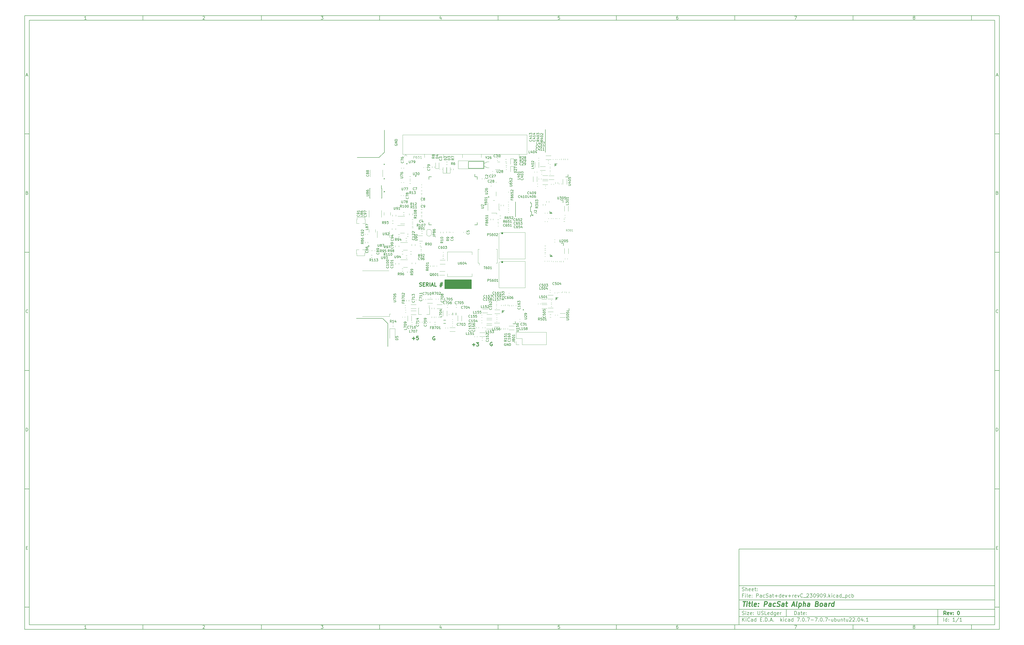
<source format=gbr>
%TF.GenerationSoftware,KiCad,Pcbnew,7.0.7-7.0.7~ubuntu22.04.1*%
%TF.CreationDate,2023-09-14T09:00:47-05:00*%
%TF.ProjectId,PacSat+dev+revC_230909,50616353-6174-42b6-9465-762b72657643,0*%
%TF.SameCoordinates,Original*%
%TF.FileFunction,Legend,Top*%
%TF.FilePolarity,Positive*%
%FSLAX46Y46*%
G04 Gerber Fmt 4.6, Leading zero omitted, Abs format (unit mm)*
G04 Created by KiCad (PCBNEW 7.0.7-7.0.7~ubuntu22.04.1) date 2023-09-14 09:00:47*
%MOMM*%
%LPD*%
G01*
G04 APERTURE LIST*
%ADD10C,0.100000*%
%ADD11C,0.150000*%
%ADD12C,0.300000*%
%ADD13C,0.400000*%
%ADD14C,0.200000*%
%ADD15C,0.101600*%
%ADD16C,0.120000*%
%ADD17C,0.381175*%
G04 APERTURE END LIST*
D10*
D11*
X311800000Y-235400000D02*
X419800000Y-235400000D01*
X419800000Y-267400000D01*
X311800000Y-267400000D01*
X311800000Y-235400000D01*
D10*
D11*
X10000000Y-10000000D02*
X421800000Y-10000000D01*
X421800000Y-269400000D01*
X10000000Y-269400000D01*
X10000000Y-10000000D01*
D10*
D11*
X12000000Y-12000000D02*
X419800000Y-12000000D01*
X419800000Y-267400000D01*
X12000000Y-267400000D01*
X12000000Y-12000000D01*
D10*
D11*
X60000000Y-12000000D02*
X60000000Y-10000000D01*
D10*
D11*
X110000000Y-12000000D02*
X110000000Y-10000000D01*
D10*
D11*
X160000000Y-12000000D02*
X160000000Y-10000000D01*
D10*
D11*
X210000000Y-12000000D02*
X210000000Y-10000000D01*
D10*
D11*
X260000000Y-12000000D02*
X260000000Y-10000000D01*
D10*
D11*
X310000000Y-12000000D02*
X310000000Y-10000000D01*
D10*
D11*
X360000000Y-12000000D02*
X360000000Y-10000000D01*
D10*
D11*
X410000000Y-12000000D02*
X410000000Y-10000000D01*
D10*
D11*
X36089160Y-11593604D02*
X35346303Y-11593604D01*
X35717731Y-11593604D02*
X35717731Y-10293604D01*
X35717731Y-10293604D02*
X35593922Y-10479319D01*
X35593922Y-10479319D02*
X35470112Y-10603128D01*
X35470112Y-10603128D02*
X35346303Y-10665033D01*
D10*
D11*
X85346303Y-10417414D02*
X85408207Y-10355509D01*
X85408207Y-10355509D02*
X85532017Y-10293604D01*
X85532017Y-10293604D02*
X85841541Y-10293604D01*
X85841541Y-10293604D02*
X85965350Y-10355509D01*
X85965350Y-10355509D02*
X86027255Y-10417414D01*
X86027255Y-10417414D02*
X86089160Y-10541223D01*
X86089160Y-10541223D02*
X86089160Y-10665033D01*
X86089160Y-10665033D02*
X86027255Y-10850747D01*
X86027255Y-10850747D02*
X85284398Y-11593604D01*
X85284398Y-11593604D02*
X86089160Y-11593604D01*
D10*
D11*
X135284398Y-10293604D02*
X136089160Y-10293604D01*
X136089160Y-10293604D02*
X135655826Y-10788842D01*
X135655826Y-10788842D02*
X135841541Y-10788842D01*
X135841541Y-10788842D02*
X135965350Y-10850747D01*
X135965350Y-10850747D02*
X136027255Y-10912652D01*
X136027255Y-10912652D02*
X136089160Y-11036461D01*
X136089160Y-11036461D02*
X136089160Y-11345985D01*
X136089160Y-11345985D02*
X136027255Y-11469795D01*
X136027255Y-11469795D02*
X135965350Y-11531700D01*
X135965350Y-11531700D02*
X135841541Y-11593604D01*
X135841541Y-11593604D02*
X135470112Y-11593604D01*
X135470112Y-11593604D02*
X135346303Y-11531700D01*
X135346303Y-11531700D02*
X135284398Y-11469795D01*
D10*
D11*
X185965350Y-10726938D02*
X185965350Y-11593604D01*
X185655826Y-10231700D02*
X185346303Y-11160271D01*
X185346303Y-11160271D02*
X186151064Y-11160271D01*
D10*
D11*
X236027255Y-10293604D02*
X235408207Y-10293604D01*
X235408207Y-10293604D02*
X235346303Y-10912652D01*
X235346303Y-10912652D02*
X235408207Y-10850747D01*
X235408207Y-10850747D02*
X235532017Y-10788842D01*
X235532017Y-10788842D02*
X235841541Y-10788842D01*
X235841541Y-10788842D02*
X235965350Y-10850747D01*
X235965350Y-10850747D02*
X236027255Y-10912652D01*
X236027255Y-10912652D02*
X236089160Y-11036461D01*
X236089160Y-11036461D02*
X236089160Y-11345985D01*
X236089160Y-11345985D02*
X236027255Y-11469795D01*
X236027255Y-11469795D02*
X235965350Y-11531700D01*
X235965350Y-11531700D02*
X235841541Y-11593604D01*
X235841541Y-11593604D02*
X235532017Y-11593604D01*
X235532017Y-11593604D02*
X235408207Y-11531700D01*
X235408207Y-11531700D02*
X235346303Y-11469795D01*
D10*
D11*
X285965350Y-10293604D02*
X285717731Y-10293604D01*
X285717731Y-10293604D02*
X285593922Y-10355509D01*
X285593922Y-10355509D02*
X285532017Y-10417414D01*
X285532017Y-10417414D02*
X285408207Y-10603128D01*
X285408207Y-10603128D02*
X285346303Y-10850747D01*
X285346303Y-10850747D02*
X285346303Y-11345985D01*
X285346303Y-11345985D02*
X285408207Y-11469795D01*
X285408207Y-11469795D02*
X285470112Y-11531700D01*
X285470112Y-11531700D02*
X285593922Y-11593604D01*
X285593922Y-11593604D02*
X285841541Y-11593604D01*
X285841541Y-11593604D02*
X285965350Y-11531700D01*
X285965350Y-11531700D02*
X286027255Y-11469795D01*
X286027255Y-11469795D02*
X286089160Y-11345985D01*
X286089160Y-11345985D02*
X286089160Y-11036461D01*
X286089160Y-11036461D02*
X286027255Y-10912652D01*
X286027255Y-10912652D02*
X285965350Y-10850747D01*
X285965350Y-10850747D02*
X285841541Y-10788842D01*
X285841541Y-10788842D02*
X285593922Y-10788842D01*
X285593922Y-10788842D02*
X285470112Y-10850747D01*
X285470112Y-10850747D02*
X285408207Y-10912652D01*
X285408207Y-10912652D02*
X285346303Y-11036461D01*
D10*
D11*
X335284398Y-10293604D02*
X336151064Y-10293604D01*
X336151064Y-10293604D02*
X335593922Y-11593604D01*
D10*
D11*
X385593922Y-10850747D02*
X385470112Y-10788842D01*
X385470112Y-10788842D02*
X385408207Y-10726938D01*
X385408207Y-10726938D02*
X385346303Y-10603128D01*
X385346303Y-10603128D02*
X385346303Y-10541223D01*
X385346303Y-10541223D02*
X385408207Y-10417414D01*
X385408207Y-10417414D02*
X385470112Y-10355509D01*
X385470112Y-10355509D02*
X385593922Y-10293604D01*
X385593922Y-10293604D02*
X385841541Y-10293604D01*
X385841541Y-10293604D02*
X385965350Y-10355509D01*
X385965350Y-10355509D02*
X386027255Y-10417414D01*
X386027255Y-10417414D02*
X386089160Y-10541223D01*
X386089160Y-10541223D02*
X386089160Y-10603128D01*
X386089160Y-10603128D02*
X386027255Y-10726938D01*
X386027255Y-10726938D02*
X385965350Y-10788842D01*
X385965350Y-10788842D02*
X385841541Y-10850747D01*
X385841541Y-10850747D02*
X385593922Y-10850747D01*
X385593922Y-10850747D02*
X385470112Y-10912652D01*
X385470112Y-10912652D02*
X385408207Y-10974557D01*
X385408207Y-10974557D02*
X385346303Y-11098366D01*
X385346303Y-11098366D02*
X385346303Y-11345985D01*
X385346303Y-11345985D02*
X385408207Y-11469795D01*
X385408207Y-11469795D02*
X385470112Y-11531700D01*
X385470112Y-11531700D02*
X385593922Y-11593604D01*
X385593922Y-11593604D02*
X385841541Y-11593604D01*
X385841541Y-11593604D02*
X385965350Y-11531700D01*
X385965350Y-11531700D02*
X386027255Y-11469795D01*
X386027255Y-11469795D02*
X386089160Y-11345985D01*
X386089160Y-11345985D02*
X386089160Y-11098366D01*
X386089160Y-11098366D02*
X386027255Y-10974557D01*
X386027255Y-10974557D02*
X385965350Y-10912652D01*
X385965350Y-10912652D02*
X385841541Y-10850747D01*
D10*
D11*
X60000000Y-267400000D02*
X60000000Y-269400000D01*
D10*
D11*
X110000000Y-267400000D02*
X110000000Y-269400000D01*
D10*
D11*
X160000000Y-267400000D02*
X160000000Y-269400000D01*
D10*
D11*
X210000000Y-267400000D02*
X210000000Y-269400000D01*
D10*
D11*
X260000000Y-267400000D02*
X260000000Y-269400000D01*
D10*
D11*
X310000000Y-267400000D02*
X310000000Y-269400000D01*
D10*
D11*
X360000000Y-267400000D02*
X360000000Y-269400000D01*
D10*
D11*
X410000000Y-267400000D02*
X410000000Y-269400000D01*
D10*
D11*
X36089160Y-268993604D02*
X35346303Y-268993604D01*
X35717731Y-268993604D02*
X35717731Y-267693604D01*
X35717731Y-267693604D02*
X35593922Y-267879319D01*
X35593922Y-267879319D02*
X35470112Y-268003128D01*
X35470112Y-268003128D02*
X35346303Y-268065033D01*
D10*
D11*
X85346303Y-267817414D02*
X85408207Y-267755509D01*
X85408207Y-267755509D02*
X85532017Y-267693604D01*
X85532017Y-267693604D02*
X85841541Y-267693604D01*
X85841541Y-267693604D02*
X85965350Y-267755509D01*
X85965350Y-267755509D02*
X86027255Y-267817414D01*
X86027255Y-267817414D02*
X86089160Y-267941223D01*
X86089160Y-267941223D02*
X86089160Y-268065033D01*
X86089160Y-268065033D02*
X86027255Y-268250747D01*
X86027255Y-268250747D02*
X85284398Y-268993604D01*
X85284398Y-268993604D02*
X86089160Y-268993604D01*
D10*
D11*
X135284398Y-267693604D02*
X136089160Y-267693604D01*
X136089160Y-267693604D02*
X135655826Y-268188842D01*
X135655826Y-268188842D02*
X135841541Y-268188842D01*
X135841541Y-268188842D02*
X135965350Y-268250747D01*
X135965350Y-268250747D02*
X136027255Y-268312652D01*
X136027255Y-268312652D02*
X136089160Y-268436461D01*
X136089160Y-268436461D02*
X136089160Y-268745985D01*
X136089160Y-268745985D02*
X136027255Y-268869795D01*
X136027255Y-268869795D02*
X135965350Y-268931700D01*
X135965350Y-268931700D02*
X135841541Y-268993604D01*
X135841541Y-268993604D02*
X135470112Y-268993604D01*
X135470112Y-268993604D02*
X135346303Y-268931700D01*
X135346303Y-268931700D02*
X135284398Y-268869795D01*
D10*
D11*
X185965350Y-268126938D02*
X185965350Y-268993604D01*
X185655826Y-267631700D02*
X185346303Y-268560271D01*
X185346303Y-268560271D02*
X186151064Y-268560271D01*
D10*
D11*
X236027255Y-267693604D02*
X235408207Y-267693604D01*
X235408207Y-267693604D02*
X235346303Y-268312652D01*
X235346303Y-268312652D02*
X235408207Y-268250747D01*
X235408207Y-268250747D02*
X235532017Y-268188842D01*
X235532017Y-268188842D02*
X235841541Y-268188842D01*
X235841541Y-268188842D02*
X235965350Y-268250747D01*
X235965350Y-268250747D02*
X236027255Y-268312652D01*
X236027255Y-268312652D02*
X236089160Y-268436461D01*
X236089160Y-268436461D02*
X236089160Y-268745985D01*
X236089160Y-268745985D02*
X236027255Y-268869795D01*
X236027255Y-268869795D02*
X235965350Y-268931700D01*
X235965350Y-268931700D02*
X235841541Y-268993604D01*
X235841541Y-268993604D02*
X235532017Y-268993604D01*
X235532017Y-268993604D02*
X235408207Y-268931700D01*
X235408207Y-268931700D02*
X235346303Y-268869795D01*
D10*
D11*
X285965350Y-267693604D02*
X285717731Y-267693604D01*
X285717731Y-267693604D02*
X285593922Y-267755509D01*
X285593922Y-267755509D02*
X285532017Y-267817414D01*
X285532017Y-267817414D02*
X285408207Y-268003128D01*
X285408207Y-268003128D02*
X285346303Y-268250747D01*
X285346303Y-268250747D02*
X285346303Y-268745985D01*
X285346303Y-268745985D02*
X285408207Y-268869795D01*
X285408207Y-268869795D02*
X285470112Y-268931700D01*
X285470112Y-268931700D02*
X285593922Y-268993604D01*
X285593922Y-268993604D02*
X285841541Y-268993604D01*
X285841541Y-268993604D02*
X285965350Y-268931700D01*
X285965350Y-268931700D02*
X286027255Y-268869795D01*
X286027255Y-268869795D02*
X286089160Y-268745985D01*
X286089160Y-268745985D02*
X286089160Y-268436461D01*
X286089160Y-268436461D02*
X286027255Y-268312652D01*
X286027255Y-268312652D02*
X285965350Y-268250747D01*
X285965350Y-268250747D02*
X285841541Y-268188842D01*
X285841541Y-268188842D02*
X285593922Y-268188842D01*
X285593922Y-268188842D02*
X285470112Y-268250747D01*
X285470112Y-268250747D02*
X285408207Y-268312652D01*
X285408207Y-268312652D02*
X285346303Y-268436461D01*
D10*
D11*
X335284398Y-267693604D02*
X336151064Y-267693604D01*
X336151064Y-267693604D02*
X335593922Y-268993604D01*
D10*
D11*
X385593922Y-268250747D02*
X385470112Y-268188842D01*
X385470112Y-268188842D02*
X385408207Y-268126938D01*
X385408207Y-268126938D02*
X385346303Y-268003128D01*
X385346303Y-268003128D02*
X385346303Y-267941223D01*
X385346303Y-267941223D02*
X385408207Y-267817414D01*
X385408207Y-267817414D02*
X385470112Y-267755509D01*
X385470112Y-267755509D02*
X385593922Y-267693604D01*
X385593922Y-267693604D02*
X385841541Y-267693604D01*
X385841541Y-267693604D02*
X385965350Y-267755509D01*
X385965350Y-267755509D02*
X386027255Y-267817414D01*
X386027255Y-267817414D02*
X386089160Y-267941223D01*
X386089160Y-267941223D02*
X386089160Y-268003128D01*
X386089160Y-268003128D02*
X386027255Y-268126938D01*
X386027255Y-268126938D02*
X385965350Y-268188842D01*
X385965350Y-268188842D02*
X385841541Y-268250747D01*
X385841541Y-268250747D02*
X385593922Y-268250747D01*
X385593922Y-268250747D02*
X385470112Y-268312652D01*
X385470112Y-268312652D02*
X385408207Y-268374557D01*
X385408207Y-268374557D02*
X385346303Y-268498366D01*
X385346303Y-268498366D02*
X385346303Y-268745985D01*
X385346303Y-268745985D02*
X385408207Y-268869795D01*
X385408207Y-268869795D02*
X385470112Y-268931700D01*
X385470112Y-268931700D02*
X385593922Y-268993604D01*
X385593922Y-268993604D02*
X385841541Y-268993604D01*
X385841541Y-268993604D02*
X385965350Y-268931700D01*
X385965350Y-268931700D02*
X386027255Y-268869795D01*
X386027255Y-268869795D02*
X386089160Y-268745985D01*
X386089160Y-268745985D02*
X386089160Y-268498366D01*
X386089160Y-268498366D02*
X386027255Y-268374557D01*
X386027255Y-268374557D02*
X385965350Y-268312652D01*
X385965350Y-268312652D02*
X385841541Y-268250747D01*
D10*
D11*
X10000000Y-60000000D02*
X12000000Y-60000000D01*
D10*
D11*
X10000000Y-110000000D02*
X12000000Y-110000000D01*
D10*
D11*
X10000000Y-160000000D02*
X12000000Y-160000000D01*
D10*
D11*
X10000000Y-210000000D02*
X12000000Y-210000000D01*
D10*
D11*
X10000000Y-260000000D02*
X12000000Y-260000000D01*
D10*
D11*
X10690476Y-35222176D02*
X11309523Y-35222176D01*
X10566666Y-35593604D02*
X10999999Y-34293604D01*
X10999999Y-34293604D02*
X11433333Y-35593604D01*
D10*
D11*
X11092857Y-84912652D02*
X11278571Y-84974557D01*
X11278571Y-84974557D02*
X11340476Y-85036461D01*
X11340476Y-85036461D02*
X11402380Y-85160271D01*
X11402380Y-85160271D02*
X11402380Y-85345985D01*
X11402380Y-85345985D02*
X11340476Y-85469795D01*
X11340476Y-85469795D02*
X11278571Y-85531700D01*
X11278571Y-85531700D02*
X11154761Y-85593604D01*
X11154761Y-85593604D02*
X10659523Y-85593604D01*
X10659523Y-85593604D02*
X10659523Y-84293604D01*
X10659523Y-84293604D02*
X11092857Y-84293604D01*
X11092857Y-84293604D02*
X11216666Y-84355509D01*
X11216666Y-84355509D02*
X11278571Y-84417414D01*
X11278571Y-84417414D02*
X11340476Y-84541223D01*
X11340476Y-84541223D02*
X11340476Y-84665033D01*
X11340476Y-84665033D02*
X11278571Y-84788842D01*
X11278571Y-84788842D02*
X11216666Y-84850747D01*
X11216666Y-84850747D02*
X11092857Y-84912652D01*
X11092857Y-84912652D02*
X10659523Y-84912652D01*
D10*
D11*
X11402380Y-135469795D02*
X11340476Y-135531700D01*
X11340476Y-135531700D02*
X11154761Y-135593604D01*
X11154761Y-135593604D02*
X11030952Y-135593604D01*
X11030952Y-135593604D02*
X10845238Y-135531700D01*
X10845238Y-135531700D02*
X10721428Y-135407890D01*
X10721428Y-135407890D02*
X10659523Y-135284080D01*
X10659523Y-135284080D02*
X10597619Y-135036461D01*
X10597619Y-135036461D02*
X10597619Y-134850747D01*
X10597619Y-134850747D02*
X10659523Y-134603128D01*
X10659523Y-134603128D02*
X10721428Y-134479319D01*
X10721428Y-134479319D02*
X10845238Y-134355509D01*
X10845238Y-134355509D02*
X11030952Y-134293604D01*
X11030952Y-134293604D02*
X11154761Y-134293604D01*
X11154761Y-134293604D02*
X11340476Y-134355509D01*
X11340476Y-134355509D02*
X11402380Y-134417414D01*
D10*
D11*
X10659523Y-185593604D02*
X10659523Y-184293604D01*
X10659523Y-184293604D02*
X10969047Y-184293604D01*
X10969047Y-184293604D02*
X11154761Y-184355509D01*
X11154761Y-184355509D02*
X11278571Y-184479319D01*
X11278571Y-184479319D02*
X11340476Y-184603128D01*
X11340476Y-184603128D02*
X11402380Y-184850747D01*
X11402380Y-184850747D02*
X11402380Y-185036461D01*
X11402380Y-185036461D02*
X11340476Y-185284080D01*
X11340476Y-185284080D02*
X11278571Y-185407890D01*
X11278571Y-185407890D02*
X11154761Y-185531700D01*
X11154761Y-185531700D02*
X10969047Y-185593604D01*
X10969047Y-185593604D02*
X10659523Y-185593604D01*
D10*
D11*
X10721428Y-234912652D02*
X11154762Y-234912652D01*
X11340476Y-235593604D02*
X10721428Y-235593604D01*
X10721428Y-235593604D02*
X10721428Y-234293604D01*
X10721428Y-234293604D02*
X11340476Y-234293604D01*
D10*
D11*
X421800000Y-60000000D02*
X419800000Y-60000000D01*
D10*
D11*
X421800000Y-110000000D02*
X419800000Y-110000000D01*
D10*
D11*
X421800000Y-160000000D02*
X419800000Y-160000000D01*
D10*
D11*
X421800000Y-210000000D02*
X419800000Y-210000000D01*
D10*
D11*
X421800000Y-260000000D02*
X419800000Y-260000000D01*
D10*
D11*
X420490476Y-35222176D02*
X421109523Y-35222176D01*
X420366666Y-35593604D02*
X420799999Y-34293604D01*
X420799999Y-34293604D02*
X421233333Y-35593604D01*
D10*
D11*
X420892857Y-84912652D02*
X421078571Y-84974557D01*
X421078571Y-84974557D02*
X421140476Y-85036461D01*
X421140476Y-85036461D02*
X421202380Y-85160271D01*
X421202380Y-85160271D02*
X421202380Y-85345985D01*
X421202380Y-85345985D02*
X421140476Y-85469795D01*
X421140476Y-85469795D02*
X421078571Y-85531700D01*
X421078571Y-85531700D02*
X420954761Y-85593604D01*
X420954761Y-85593604D02*
X420459523Y-85593604D01*
X420459523Y-85593604D02*
X420459523Y-84293604D01*
X420459523Y-84293604D02*
X420892857Y-84293604D01*
X420892857Y-84293604D02*
X421016666Y-84355509D01*
X421016666Y-84355509D02*
X421078571Y-84417414D01*
X421078571Y-84417414D02*
X421140476Y-84541223D01*
X421140476Y-84541223D02*
X421140476Y-84665033D01*
X421140476Y-84665033D02*
X421078571Y-84788842D01*
X421078571Y-84788842D02*
X421016666Y-84850747D01*
X421016666Y-84850747D02*
X420892857Y-84912652D01*
X420892857Y-84912652D02*
X420459523Y-84912652D01*
D10*
D11*
X421202380Y-135469795D02*
X421140476Y-135531700D01*
X421140476Y-135531700D02*
X420954761Y-135593604D01*
X420954761Y-135593604D02*
X420830952Y-135593604D01*
X420830952Y-135593604D02*
X420645238Y-135531700D01*
X420645238Y-135531700D02*
X420521428Y-135407890D01*
X420521428Y-135407890D02*
X420459523Y-135284080D01*
X420459523Y-135284080D02*
X420397619Y-135036461D01*
X420397619Y-135036461D02*
X420397619Y-134850747D01*
X420397619Y-134850747D02*
X420459523Y-134603128D01*
X420459523Y-134603128D02*
X420521428Y-134479319D01*
X420521428Y-134479319D02*
X420645238Y-134355509D01*
X420645238Y-134355509D02*
X420830952Y-134293604D01*
X420830952Y-134293604D02*
X420954761Y-134293604D01*
X420954761Y-134293604D02*
X421140476Y-134355509D01*
X421140476Y-134355509D02*
X421202380Y-134417414D01*
D10*
D11*
X420459523Y-185593604D02*
X420459523Y-184293604D01*
X420459523Y-184293604D02*
X420769047Y-184293604D01*
X420769047Y-184293604D02*
X420954761Y-184355509D01*
X420954761Y-184355509D02*
X421078571Y-184479319D01*
X421078571Y-184479319D02*
X421140476Y-184603128D01*
X421140476Y-184603128D02*
X421202380Y-184850747D01*
X421202380Y-184850747D02*
X421202380Y-185036461D01*
X421202380Y-185036461D02*
X421140476Y-185284080D01*
X421140476Y-185284080D02*
X421078571Y-185407890D01*
X421078571Y-185407890D02*
X420954761Y-185531700D01*
X420954761Y-185531700D02*
X420769047Y-185593604D01*
X420769047Y-185593604D02*
X420459523Y-185593604D01*
D10*
D11*
X420521428Y-234912652D02*
X420954762Y-234912652D01*
X421140476Y-235593604D02*
X420521428Y-235593604D01*
X420521428Y-235593604D02*
X420521428Y-234293604D01*
X420521428Y-234293604D02*
X421140476Y-234293604D01*
D10*
D11*
X335255826Y-263186128D02*
X335255826Y-261686128D01*
X335255826Y-261686128D02*
X335612969Y-261686128D01*
X335612969Y-261686128D02*
X335827255Y-261757557D01*
X335827255Y-261757557D02*
X335970112Y-261900414D01*
X335970112Y-261900414D02*
X336041541Y-262043271D01*
X336041541Y-262043271D02*
X336112969Y-262328985D01*
X336112969Y-262328985D02*
X336112969Y-262543271D01*
X336112969Y-262543271D02*
X336041541Y-262828985D01*
X336041541Y-262828985D02*
X335970112Y-262971842D01*
X335970112Y-262971842D02*
X335827255Y-263114700D01*
X335827255Y-263114700D02*
X335612969Y-263186128D01*
X335612969Y-263186128D02*
X335255826Y-263186128D01*
X337398684Y-263186128D02*
X337398684Y-262400414D01*
X337398684Y-262400414D02*
X337327255Y-262257557D01*
X337327255Y-262257557D02*
X337184398Y-262186128D01*
X337184398Y-262186128D02*
X336898684Y-262186128D01*
X336898684Y-262186128D02*
X336755826Y-262257557D01*
X337398684Y-263114700D02*
X337255826Y-263186128D01*
X337255826Y-263186128D02*
X336898684Y-263186128D01*
X336898684Y-263186128D02*
X336755826Y-263114700D01*
X336755826Y-263114700D02*
X336684398Y-262971842D01*
X336684398Y-262971842D02*
X336684398Y-262828985D01*
X336684398Y-262828985D02*
X336755826Y-262686128D01*
X336755826Y-262686128D02*
X336898684Y-262614700D01*
X336898684Y-262614700D02*
X337255826Y-262614700D01*
X337255826Y-262614700D02*
X337398684Y-262543271D01*
X337898684Y-262186128D02*
X338470112Y-262186128D01*
X338112969Y-261686128D02*
X338112969Y-262971842D01*
X338112969Y-262971842D02*
X338184398Y-263114700D01*
X338184398Y-263114700D02*
X338327255Y-263186128D01*
X338327255Y-263186128D02*
X338470112Y-263186128D01*
X339541541Y-263114700D02*
X339398684Y-263186128D01*
X339398684Y-263186128D02*
X339112970Y-263186128D01*
X339112970Y-263186128D02*
X338970112Y-263114700D01*
X338970112Y-263114700D02*
X338898684Y-262971842D01*
X338898684Y-262971842D02*
X338898684Y-262400414D01*
X338898684Y-262400414D02*
X338970112Y-262257557D01*
X338970112Y-262257557D02*
X339112970Y-262186128D01*
X339112970Y-262186128D02*
X339398684Y-262186128D01*
X339398684Y-262186128D02*
X339541541Y-262257557D01*
X339541541Y-262257557D02*
X339612970Y-262400414D01*
X339612970Y-262400414D02*
X339612970Y-262543271D01*
X339612970Y-262543271D02*
X338898684Y-262686128D01*
X340255826Y-263043271D02*
X340327255Y-263114700D01*
X340327255Y-263114700D02*
X340255826Y-263186128D01*
X340255826Y-263186128D02*
X340184398Y-263114700D01*
X340184398Y-263114700D02*
X340255826Y-263043271D01*
X340255826Y-263043271D02*
X340255826Y-263186128D01*
X340255826Y-262257557D02*
X340327255Y-262328985D01*
X340327255Y-262328985D02*
X340255826Y-262400414D01*
X340255826Y-262400414D02*
X340184398Y-262328985D01*
X340184398Y-262328985D02*
X340255826Y-262257557D01*
X340255826Y-262257557D02*
X340255826Y-262400414D01*
D10*
D11*
X311800000Y-263900000D02*
X419800000Y-263900000D01*
D10*
D11*
X313255826Y-265986128D02*
X313255826Y-264486128D01*
X314112969Y-265986128D02*
X313470112Y-265128985D01*
X314112969Y-264486128D02*
X313255826Y-265343271D01*
X314755826Y-265986128D02*
X314755826Y-264986128D01*
X314755826Y-264486128D02*
X314684398Y-264557557D01*
X314684398Y-264557557D02*
X314755826Y-264628985D01*
X314755826Y-264628985D02*
X314827255Y-264557557D01*
X314827255Y-264557557D02*
X314755826Y-264486128D01*
X314755826Y-264486128D02*
X314755826Y-264628985D01*
X316327255Y-265843271D02*
X316255827Y-265914700D01*
X316255827Y-265914700D02*
X316041541Y-265986128D01*
X316041541Y-265986128D02*
X315898684Y-265986128D01*
X315898684Y-265986128D02*
X315684398Y-265914700D01*
X315684398Y-265914700D02*
X315541541Y-265771842D01*
X315541541Y-265771842D02*
X315470112Y-265628985D01*
X315470112Y-265628985D02*
X315398684Y-265343271D01*
X315398684Y-265343271D02*
X315398684Y-265128985D01*
X315398684Y-265128985D02*
X315470112Y-264843271D01*
X315470112Y-264843271D02*
X315541541Y-264700414D01*
X315541541Y-264700414D02*
X315684398Y-264557557D01*
X315684398Y-264557557D02*
X315898684Y-264486128D01*
X315898684Y-264486128D02*
X316041541Y-264486128D01*
X316041541Y-264486128D02*
X316255827Y-264557557D01*
X316255827Y-264557557D02*
X316327255Y-264628985D01*
X317612970Y-265986128D02*
X317612970Y-265200414D01*
X317612970Y-265200414D02*
X317541541Y-265057557D01*
X317541541Y-265057557D02*
X317398684Y-264986128D01*
X317398684Y-264986128D02*
X317112970Y-264986128D01*
X317112970Y-264986128D02*
X316970112Y-265057557D01*
X317612970Y-265914700D02*
X317470112Y-265986128D01*
X317470112Y-265986128D02*
X317112970Y-265986128D01*
X317112970Y-265986128D02*
X316970112Y-265914700D01*
X316970112Y-265914700D02*
X316898684Y-265771842D01*
X316898684Y-265771842D02*
X316898684Y-265628985D01*
X316898684Y-265628985D02*
X316970112Y-265486128D01*
X316970112Y-265486128D02*
X317112970Y-265414700D01*
X317112970Y-265414700D02*
X317470112Y-265414700D01*
X317470112Y-265414700D02*
X317612970Y-265343271D01*
X318970113Y-265986128D02*
X318970113Y-264486128D01*
X318970113Y-265914700D02*
X318827255Y-265986128D01*
X318827255Y-265986128D02*
X318541541Y-265986128D01*
X318541541Y-265986128D02*
X318398684Y-265914700D01*
X318398684Y-265914700D02*
X318327255Y-265843271D01*
X318327255Y-265843271D02*
X318255827Y-265700414D01*
X318255827Y-265700414D02*
X318255827Y-265271842D01*
X318255827Y-265271842D02*
X318327255Y-265128985D01*
X318327255Y-265128985D02*
X318398684Y-265057557D01*
X318398684Y-265057557D02*
X318541541Y-264986128D01*
X318541541Y-264986128D02*
X318827255Y-264986128D01*
X318827255Y-264986128D02*
X318970113Y-265057557D01*
X320827255Y-265200414D02*
X321327255Y-265200414D01*
X321541541Y-265986128D02*
X320827255Y-265986128D01*
X320827255Y-265986128D02*
X320827255Y-264486128D01*
X320827255Y-264486128D02*
X321541541Y-264486128D01*
X322184398Y-265843271D02*
X322255827Y-265914700D01*
X322255827Y-265914700D02*
X322184398Y-265986128D01*
X322184398Y-265986128D02*
X322112970Y-265914700D01*
X322112970Y-265914700D02*
X322184398Y-265843271D01*
X322184398Y-265843271D02*
X322184398Y-265986128D01*
X322898684Y-265986128D02*
X322898684Y-264486128D01*
X322898684Y-264486128D02*
X323255827Y-264486128D01*
X323255827Y-264486128D02*
X323470113Y-264557557D01*
X323470113Y-264557557D02*
X323612970Y-264700414D01*
X323612970Y-264700414D02*
X323684399Y-264843271D01*
X323684399Y-264843271D02*
X323755827Y-265128985D01*
X323755827Y-265128985D02*
X323755827Y-265343271D01*
X323755827Y-265343271D02*
X323684399Y-265628985D01*
X323684399Y-265628985D02*
X323612970Y-265771842D01*
X323612970Y-265771842D02*
X323470113Y-265914700D01*
X323470113Y-265914700D02*
X323255827Y-265986128D01*
X323255827Y-265986128D02*
X322898684Y-265986128D01*
X324398684Y-265843271D02*
X324470113Y-265914700D01*
X324470113Y-265914700D02*
X324398684Y-265986128D01*
X324398684Y-265986128D02*
X324327256Y-265914700D01*
X324327256Y-265914700D02*
X324398684Y-265843271D01*
X324398684Y-265843271D02*
X324398684Y-265986128D01*
X325041542Y-265557557D02*
X325755828Y-265557557D01*
X324898685Y-265986128D02*
X325398685Y-264486128D01*
X325398685Y-264486128D02*
X325898685Y-265986128D01*
X326398684Y-265843271D02*
X326470113Y-265914700D01*
X326470113Y-265914700D02*
X326398684Y-265986128D01*
X326398684Y-265986128D02*
X326327256Y-265914700D01*
X326327256Y-265914700D02*
X326398684Y-265843271D01*
X326398684Y-265843271D02*
X326398684Y-265986128D01*
X329398684Y-265986128D02*
X329398684Y-264486128D01*
X329541542Y-265414700D02*
X329970113Y-265986128D01*
X329970113Y-264986128D02*
X329398684Y-265557557D01*
X330612970Y-265986128D02*
X330612970Y-264986128D01*
X330612970Y-264486128D02*
X330541542Y-264557557D01*
X330541542Y-264557557D02*
X330612970Y-264628985D01*
X330612970Y-264628985D02*
X330684399Y-264557557D01*
X330684399Y-264557557D02*
X330612970Y-264486128D01*
X330612970Y-264486128D02*
X330612970Y-264628985D01*
X331970114Y-265914700D02*
X331827256Y-265986128D01*
X331827256Y-265986128D02*
X331541542Y-265986128D01*
X331541542Y-265986128D02*
X331398685Y-265914700D01*
X331398685Y-265914700D02*
X331327256Y-265843271D01*
X331327256Y-265843271D02*
X331255828Y-265700414D01*
X331255828Y-265700414D02*
X331255828Y-265271842D01*
X331255828Y-265271842D02*
X331327256Y-265128985D01*
X331327256Y-265128985D02*
X331398685Y-265057557D01*
X331398685Y-265057557D02*
X331541542Y-264986128D01*
X331541542Y-264986128D02*
X331827256Y-264986128D01*
X331827256Y-264986128D02*
X331970114Y-265057557D01*
X333255828Y-265986128D02*
X333255828Y-265200414D01*
X333255828Y-265200414D02*
X333184399Y-265057557D01*
X333184399Y-265057557D02*
X333041542Y-264986128D01*
X333041542Y-264986128D02*
X332755828Y-264986128D01*
X332755828Y-264986128D02*
X332612970Y-265057557D01*
X333255828Y-265914700D02*
X333112970Y-265986128D01*
X333112970Y-265986128D02*
X332755828Y-265986128D01*
X332755828Y-265986128D02*
X332612970Y-265914700D01*
X332612970Y-265914700D02*
X332541542Y-265771842D01*
X332541542Y-265771842D02*
X332541542Y-265628985D01*
X332541542Y-265628985D02*
X332612970Y-265486128D01*
X332612970Y-265486128D02*
X332755828Y-265414700D01*
X332755828Y-265414700D02*
X333112970Y-265414700D01*
X333112970Y-265414700D02*
X333255828Y-265343271D01*
X334612971Y-265986128D02*
X334612971Y-264486128D01*
X334612971Y-265914700D02*
X334470113Y-265986128D01*
X334470113Y-265986128D02*
X334184399Y-265986128D01*
X334184399Y-265986128D02*
X334041542Y-265914700D01*
X334041542Y-265914700D02*
X333970113Y-265843271D01*
X333970113Y-265843271D02*
X333898685Y-265700414D01*
X333898685Y-265700414D02*
X333898685Y-265271842D01*
X333898685Y-265271842D02*
X333970113Y-265128985D01*
X333970113Y-265128985D02*
X334041542Y-265057557D01*
X334041542Y-265057557D02*
X334184399Y-264986128D01*
X334184399Y-264986128D02*
X334470113Y-264986128D01*
X334470113Y-264986128D02*
X334612971Y-265057557D01*
X336327256Y-264486128D02*
X337327256Y-264486128D01*
X337327256Y-264486128D02*
X336684399Y-265986128D01*
X337898684Y-265843271D02*
X337970113Y-265914700D01*
X337970113Y-265914700D02*
X337898684Y-265986128D01*
X337898684Y-265986128D02*
X337827256Y-265914700D01*
X337827256Y-265914700D02*
X337898684Y-265843271D01*
X337898684Y-265843271D02*
X337898684Y-265986128D01*
X338898685Y-264486128D02*
X339041542Y-264486128D01*
X339041542Y-264486128D02*
X339184399Y-264557557D01*
X339184399Y-264557557D02*
X339255828Y-264628985D01*
X339255828Y-264628985D02*
X339327256Y-264771842D01*
X339327256Y-264771842D02*
X339398685Y-265057557D01*
X339398685Y-265057557D02*
X339398685Y-265414700D01*
X339398685Y-265414700D02*
X339327256Y-265700414D01*
X339327256Y-265700414D02*
X339255828Y-265843271D01*
X339255828Y-265843271D02*
X339184399Y-265914700D01*
X339184399Y-265914700D02*
X339041542Y-265986128D01*
X339041542Y-265986128D02*
X338898685Y-265986128D01*
X338898685Y-265986128D02*
X338755828Y-265914700D01*
X338755828Y-265914700D02*
X338684399Y-265843271D01*
X338684399Y-265843271D02*
X338612970Y-265700414D01*
X338612970Y-265700414D02*
X338541542Y-265414700D01*
X338541542Y-265414700D02*
X338541542Y-265057557D01*
X338541542Y-265057557D02*
X338612970Y-264771842D01*
X338612970Y-264771842D02*
X338684399Y-264628985D01*
X338684399Y-264628985D02*
X338755828Y-264557557D01*
X338755828Y-264557557D02*
X338898685Y-264486128D01*
X340041541Y-265843271D02*
X340112970Y-265914700D01*
X340112970Y-265914700D02*
X340041541Y-265986128D01*
X340041541Y-265986128D02*
X339970113Y-265914700D01*
X339970113Y-265914700D02*
X340041541Y-265843271D01*
X340041541Y-265843271D02*
X340041541Y-265986128D01*
X340612970Y-264486128D02*
X341612970Y-264486128D01*
X341612970Y-264486128D02*
X340970113Y-265986128D01*
X342184398Y-265414700D02*
X343327256Y-265414700D01*
X343898684Y-264486128D02*
X344898684Y-264486128D01*
X344898684Y-264486128D02*
X344255827Y-265986128D01*
X345470112Y-265843271D02*
X345541541Y-265914700D01*
X345541541Y-265914700D02*
X345470112Y-265986128D01*
X345470112Y-265986128D02*
X345398684Y-265914700D01*
X345398684Y-265914700D02*
X345470112Y-265843271D01*
X345470112Y-265843271D02*
X345470112Y-265986128D01*
X346470113Y-264486128D02*
X346612970Y-264486128D01*
X346612970Y-264486128D02*
X346755827Y-264557557D01*
X346755827Y-264557557D02*
X346827256Y-264628985D01*
X346827256Y-264628985D02*
X346898684Y-264771842D01*
X346898684Y-264771842D02*
X346970113Y-265057557D01*
X346970113Y-265057557D02*
X346970113Y-265414700D01*
X346970113Y-265414700D02*
X346898684Y-265700414D01*
X346898684Y-265700414D02*
X346827256Y-265843271D01*
X346827256Y-265843271D02*
X346755827Y-265914700D01*
X346755827Y-265914700D02*
X346612970Y-265986128D01*
X346612970Y-265986128D02*
X346470113Y-265986128D01*
X346470113Y-265986128D02*
X346327256Y-265914700D01*
X346327256Y-265914700D02*
X346255827Y-265843271D01*
X346255827Y-265843271D02*
X346184398Y-265700414D01*
X346184398Y-265700414D02*
X346112970Y-265414700D01*
X346112970Y-265414700D02*
X346112970Y-265057557D01*
X346112970Y-265057557D02*
X346184398Y-264771842D01*
X346184398Y-264771842D02*
X346255827Y-264628985D01*
X346255827Y-264628985D02*
X346327256Y-264557557D01*
X346327256Y-264557557D02*
X346470113Y-264486128D01*
X347612969Y-265843271D02*
X347684398Y-265914700D01*
X347684398Y-265914700D02*
X347612969Y-265986128D01*
X347612969Y-265986128D02*
X347541541Y-265914700D01*
X347541541Y-265914700D02*
X347612969Y-265843271D01*
X347612969Y-265843271D02*
X347612969Y-265986128D01*
X348184398Y-264486128D02*
X349184398Y-264486128D01*
X349184398Y-264486128D02*
X348541541Y-265986128D01*
X349541541Y-265414700D02*
X349612969Y-265343271D01*
X349612969Y-265343271D02*
X349755826Y-265271842D01*
X349755826Y-265271842D02*
X350041541Y-265414700D01*
X350041541Y-265414700D02*
X350184398Y-265343271D01*
X350184398Y-265343271D02*
X350255826Y-265271842D01*
X351470113Y-264986128D02*
X351470113Y-265986128D01*
X350827255Y-264986128D02*
X350827255Y-265771842D01*
X350827255Y-265771842D02*
X350898684Y-265914700D01*
X350898684Y-265914700D02*
X351041541Y-265986128D01*
X351041541Y-265986128D02*
X351255827Y-265986128D01*
X351255827Y-265986128D02*
X351398684Y-265914700D01*
X351398684Y-265914700D02*
X351470113Y-265843271D01*
X352184398Y-265986128D02*
X352184398Y-264486128D01*
X352184398Y-265057557D02*
X352327256Y-264986128D01*
X352327256Y-264986128D02*
X352612970Y-264986128D01*
X352612970Y-264986128D02*
X352755827Y-265057557D01*
X352755827Y-265057557D02*
X352827256Y-265128985D01*
X352827256Y-265128985D02*
X352898684Y-265271842D01*
X352898684Y-265271842D02*
X352898684Y-265700414D01*
X352898684Y-265700414D02*
X352827256Y-265843271D01*
X352827256Y-265843271D02*
X352755827Y-265914700D01*
X352755827Y-265914700D02*
X352612970Y-265986128D01*
X352612970Y-265986128D02*
X352327256Y-265986128D01*
X352327256Y-265986128D02*
X352184398Y-265914700D01*
X354184399Y-264986128D02*
X354184399Y-265986128D01*
X353541541Y-264986128D02*
X353541541Y-265771842D01*
X353541541Y-265771842D02*
X353612970Y-265914700D01*
X353612970Y-265914700D02*
X353755827Y-265986128D01*
X353755827Y-265986128D02*
X353970113Y-265986128D01*
X353970113Y-265986128D02*
X354112970Y-265914700D01*
X354112970Y-265914700D02*
X354184399Y-265843271D01*
X354898684Y-264986128D02*
X354898684Y-265986128D01*
X354898684Y-265128985D02*
X354970113Y-265057557D01*
X354970113Y-265057557D02*
X355112970Y-264986128D01*
X355112970Y-264986128D02*
X355327256Y-264986128D01*
X355327256Y-264986128D02*
X355470113Y-265057557D01*
X355470113Y-265057557D02*
X355541542Y-265200414D01*
X355541542Y-265200414D02*
X355541542Y-265986128D01*
X356041542Y-264986128D02*
X356612970Y-264986128D01*
X356255827Y-264486128D02*
X356255827Y-265771842D01*
X356255827Y-265771842D02*
X356327256Y-265914700D01*
X356327256Y-265914700D02*
X356470113Y-265986128D01*
X356470113Y-265986128D02*
X356612970Y-265986128D01*
X357755828Y-264986128D02*
X357755828Y-265986128D01*
X357112970Y-264986128D02*
X357112970Y-265771842D01*
X357112970Y-265771842D02*
X357184399Y-265914700D01*
X357184399Y-265914700D02*
X357327256Y-265986128D01*
X357327256Y-265986128D02*
X357541542Y-265986128D01*
X357541542Y-265986128D02*
X357684399Y-265914700D01*
X357684399Y-265914700D02*
X357755828Y-265843271D01*
X358398685Y-264628985D02*
X358470113Y-264557557D01*
X358470113Y-264557557D02*
X358612971Y-264486128D01*
X358612971Y-264486128D02*
X358970113Y-264486128D01*
X358970113Y-264486128D02*
X359112971Y-264557557D01*
X359112971Y-264557557D02*
X359184399Y-264628985D01*
X359184399Y-264628985D02*
X359255828Y-264771842D01*
X359255828Y-264771842D02*
X359255828Y-264914700D01*
X359255828Y-264914700D02*
X359184399Y-265128985D01*
X359184399Y-265128985D02*
X358327256Y-265986128D01*
X358327256Y-265986128D02*
X359255828Y-265986128D01*
X359827256Y-264628985D02*
X359898684Y-264557557D01*
X359898684Y-264557557D02*
X360041542Y-264486128D01*
X360041542Y-264486128D02*
X360398684Y-264486128D01*
X360398684Y-264486128D02*
X360541542Y-264557557D01*
X360541542Y-264557557D02*
X360612970Y-264628985D01*
X360612970Y-264628985D02*
X360684399Y-264771842D01*
X360684399Y-264771842D02*
X360684399Y-264914700D01*
X360684399Y-264914700D02*
X360612970Y-265128985D01*
X360612970Y-265128985D02*
X359755827Y-265986128D01*
X359755827Y-265986128D02*
X360684399Y-265986128D01*
X361327255Y-265843271D02*
X361398684Y-265914700D01*
X361398684Y-265914700D02*
X361327255Y-265986128D01*
X361327255Y-265986128D02*
X361255827Y-265914700D01*
X361255827Y-265914700D02*
X361327255Y-265843271D01*
X361327255Y-265843271D02*
X361327255Y-265986128D01*
X362327256Y-264486128D02*
X362470113Y-264486128D01*
X362470113Y-264486128D02*
X362612970Y-264557557D01*
X362612970Y-264557557D02*
X362684399Y-264628985D01*
X362684399Y-264628985D02*
X362755827Y-264771842D01*
X362755827Y-264771842D02*
X362827256Y-265057557D01*
X362827256Y-265057557D02*
X362827256Y-265414700D01*
X362827256Y-265414700D02*
X362755827Y-265700414D01*
X362755827Y-265700414D02*
X362684399Y-265843271D01*
X362684399Y-265843271D02*
X362612970Y-265914700D01*
X362612970Y-265914700D02*
X362470113Y-265986128D01*
X362470113Y-265986128D02*
X362327256Y-265986128D01*
X362327256Y-265986128D02*
X362184399Y-265914700D01*
X362184399Y-265914700D02*
X362112970Y-265843271D01*
X362112970Y-265843271D02*
X362041541Y-265700414D01*
X362041541Y-265700414D02*
X361970113Y-265414700D01*
X361970113Y-265414700D02*
X361970113Y-265057557D01*
X361970113Y-265057557D02*
X362041541Y-264771842D01*
X362041541Y-264771842D02*
X362112970Y-264628985D01*
X362112970Y-264628985D02*
X362184399Y-264557557D01*
X362184399Y-264557557D02*
X362327256Y-264486128D01*
X364112970Y-264986128D02*
X364112970Y-265986128D01*
X363755827Y-264414700D02*
X363398684Y-265486128D01*
X363398684Y-265486128D02*
X364327255Y-265486128D01*
X364898683Y-265843271D02*
X364970112Y-265914700D01*
X364970112Y-265914700D02*
X364898683Y-265986128D01*
X364898683Y-265986128D02*
X364827255Y-265914700D01*
X364827255Y-265914700D02*
X364898683Y-265843271D01*
X364898683Y-265843271D02*
X364898683Y-265986128D01*
X366398684Y-265986128D02*
X365541541Y-265986128D01*
X365970112Y-265986128D02*
X365970112Y-264486128D01*
X365970112Y-264486128D02*
X365827255Y-264700414D01*
X365827255Y-264700414D02*
X365684398Y-264843271D01*
X365684398Y-264843271D02*
X365541541Y-264914700D01*
D10*
D11*
X311800000Y-260900000D02*
X419800000Y-260900000D01*
D10*
D12*
X399211653Y-263178328D02*
X398711653Y-262464042D01*
X398354510Y-263178328D02*
X398354510Y-261678328D01*
X398354510Y-261678328D02*
X398925939Y-261678328D01*
X398925939Y-261678328D02*
X399068796Y-261749757D01*
X399068796Y-261749757D02*
X399140225Y-261821185D01*
X399140225Y-261821185D02*
X399211653Y-261964042D01*
X399211653Y-261964042D02*
X399211653Y-262178328D01*
X399211653Y-262178328D02*
X399140225Y-262321185D01*
X399140225Y-262321185D02*
X399068796Y-262392614D01*
X399068796Y-262392614D02*
X398925939Y-262464042D01*
X398925939Y-262464042D02*
X398354510Y-262464042D01*
X400425939Y-263106900D02*
X400283082Y-263178328D01*
X400283082Y-263178328D02*
X399997368Y-263178328D01*
X399997368Y-263178328D02*
X399854510Y-263106900D01*
X399854510Y-263106900D02*
X399783082Y-262964042D01*
X399783082Y-262964042D02*
X399783082Y-262392614D01*
X399783082Y-262392614D02*
X399854510Y-262249757D01*
X399854510Y-262249757D02*
X399997368Y-262178328D01*
X399997368Y-262178328D02*
X400283082Y-262178328D01*
X400283082Y-262178328D02*
X400425939Y-262249757D01*
X400425939Y-262249757D02*
X400497368Y-262392614D01*
X400497368Y-262392614D02*
X400497368Y-262535471D01*
X400497368Y-262535471D02*
X399783082Y-262678328D01*
X400997367Y-262178328D02*
X401354510Y-263178328D01*
X401354510Y-263178328D02*
X401711653Y-262178328D01*
X402283081Y-263035471D02*
X402354510Y-263106900D01*
X402354510Y-263106900D02*
X402283081Y-263178328D01*
X402283081Y-263178328D02*
X402211653Y-263106900D01*
X402211653Y-263106900D02*
X402283081Y-263035471D01*
X402283081Y-263035471D02*
X402283081Y-263178328D01*
X402283081Y-262249757D02*
X402354510Y-262321185D01*
X402354510Y-262321185D02*
X402283081Y-262392614D01*
X402283081Y-262392614D02*
X402211653Y-262321185D01*
X402211653Y-262321185D02*
X402283081Y-262249757D01*
X402283081Y-262249757D02*
X402283081Y-262392614D01*
X404425939Y-261678328D02*
X404568796Y-261678328D01*
X404568796Y-261678328D02*
X404711653Y-261749757D01*
X404711653Y-261749757D02*
X404783082Y-261821185D01*
X404783082Y-261821185D02*
X404854510Y-261964042D01*
X404854510Y-261964042D02*
X404925939Y-262249757D01*
X404925939Y-262249757D02*
X404925939Y-262606900D01*
X404925939Y-262606900D02*
X404854510Y-262892614D01*
X404854510Y-262892614D02*
X404783082Y-263035471D01*
X404783082Y-263035471D02*
X404711653Y-263106900D01*
X404711653Y-263106900D02*
X404568796Y-263178328D01*
X404568796Y-263178328D02*
X404425939Y-263178328D01*
X404425939Y-263178328D02*
X404283082Y-263106900D01*
X404283082Y-263106900D02*
X404211653Y-263035471D01*
X404211653Y-263035471D02*
X404140224Y-262892614D01*
X404140224Y-262892614D02*
X404068796Y-262606900D01*
X404068796Y-262606900D02*
X404068796Y-262249757D01*
X404068796Y-262249757D02*
X404140224Y-261964042D01*
X404140224Y-261964042D02*
X404211653Y-261821185D01*
X404211653Y-261821185D02*
X404283082Y-261749757D01*
X404283082Y-261749757D02*
X404425939Y-261678328D01*
D10*
D11*
X313184398Y-263114700D02*
X313398684Y-263186128D01*
X313398684Y-263186128D02*
X313755826Y-263186128D01*
X313755826Y-263186128D02*
X313898684Y-263114700D01*
X313898684Y-263114700D02*
X313970112Y-263043271D01*
X313970112Y-263043271D02*
X314041541Y-262900414D01*
X314041541Y-262900414D02*
X314041541Y-262757557D01*
X314041541Y-262757557D02*
X313970112Y-262614700D01*
X313970112Y-262614700D02*
X313898684Y-262543271D01*
X313898684Y-262543271D02*
X313755826Y-262471842D01*
X313755826Y-262471842D02*
X313470112Y-262400414D01*
X313470112Y-262400414D02*
X313327255Y-262328985D01*
X313327255Y-262328985D02*
X313255826Y-262257557D01*
X313255826Y-262257557D02*
X313184398Y-262114700D01*
X313184398Y-262114700D02*
X313184398Y-261971842D01*
X313184398Y-261971842D02*
X313255826Y-261828985D01*
X313255826Y-261828985D02*
X313327255Y-261757557D01*
X313327255Y-261757557D02*
X313470112Y-261686128D01*
X313470112Y-261686128D02*
X313827255Y-261686128D01*
X313827255Y-261686128D02*
X314041541Y-261757557D01*
X314684397Y-263186128D02*
X314684397Y-262186128D01*
X314684397Y-261686128D02*
X314612969Y-261757557D01*
X314612969Y-261757557D02*
X314684397Y-261828985D01*
X314684397Y-261828985D02*
X314755826Y-261757557D01*
X314755826Y-261757557D02*
X314684397Y-261686128D01*
X314684397Y-261686128D02*
X314684397Y-261828985D01*
X315255826Y-262186128D02*
X316041541Y-262186128D01*
X316041541Y-262186128D02*
X315255826Y-263186128D01*
X315255826Y-263186128D02*
X316041541Y-263186128D01*
X317184398Y-263114700D02*
X317041541Y-263186128D01*
X317041541Y-263186128D02*
X316755827Y-263186128D01*
X316755827Y-263186128D02*
X316612969Y-263114700D01*
X316612969Y-263114700D02*
X316541541Y-262971842D01*
X316541541Y-262971842D02*
X316541541Y-262400414D01*
X316541541Y-262400414D02*
X316612969Y-262257557D01*
X316612969Y-262257557D02*
X316755827Y-262186128D01*
X316755827Y-262186128D02*
X317041541Y-262186128D01*
X317041541Y-262186128D02*
X317184398Y-262257557D01*
X317184398Y-262257557D02*
X317255827Y-262400414D01*
X317255827Y-262400414D02*
X317255827Y-262543271D01*
X317255827Y-262543271D02*
X316541541Y-262686128D01*
X317898683Y-263043271D02*
X317970112Y-263114700D01*
X317970112Y-263114700D02*
X317898683Y-263186128D01*
X317898683Y-263186128D02*
X317827255Y-263114700D01*
X317827255Y-263114700D02*
X317898683Y-263043271D01*
X317898683Y-263043271D02*
X317898683Y-263186128D01*
X317898683Y-262257557D02*
X317970112Y-262328985D01*
X317970112Y-262328985D02*
X317898683Y-262400414D01*
X317898683Y-262400414D02*
X317827255Y-262328985D01*
X317827255Y-262328985D02*
X317898683Y-262257557D01*
X317898683Y-262257557D02*
X317898683Y-262400414D01*
X319755826Y-261686128D02*
X319755826Y-262900414D01*
X319755826Y-262900414D02*
X319827255Y-263043271D01*
X319827255Y-263043271D02*
X319898684Y-263114700D01*
X319898684Y-263114700D02*
X320041541Y-263186128D01*
X320041541Y-263186128D02*
X320327255Y-263186128D01*
X320327255Y-263186128D02*
X320470112Y-263114700D01*
X320470112Y-263114700D02*
X320541541Y-263043271D01*
X320541541Y-263043271D02*
X320612969Y-262900414D01*
X320612969Y-262900414D02*
X320612969Y-261686128D01*
X321255827Y-263114700D02*
X321470113Y-263186128D01*
X321470113Y-263186128D02*
X321827255Y-263186128D01*
X321827255Y-263186128D02*
X321970113Y-263114700D01*
X321970113Y-263114700D02*
X322041541Y-263043271D01*
X322041541Y-263043271D02*
X322112970Y-262900414D01*
X322112970Y-262900414D02*
X322112970Y-262757557D01*
X322112970Y-262757557D02*
X322041541Y-262614700D01*
X322041541Y-262614700D02*
X321970113Y-262543271D01*
X321970113Y-262543271D02*
X321827255Y-262471842D01*
X321827255Y-262471842D02*
X321541541Y-262400414D01*
X321541541Y-262400414D02*
X321398684Y-262328985D01*
X321398684Y-262328985D02*
X321327255Y-262257557D01*
X321327255Y-262257557D02*
X321255827Y-262114700D01*
X321255827Y-262114700D02*
X321255827Y-261971842D01*
X321255827Y-261971842D02*
X321327255Y-261828985D01*
X321327255Y-261828985D02*
X321398684Y-261757557D01*
X321398684Y-261757557D02*
X321541541Y-261686128D01*
X321541541Y-261686128D02*
X321898684Y-261686128D01*
X321898684Y-261686128D02*
X322112970Y-261757557D01*
X323470112Y-263186128D02*
X322755826Y-263186128D01*
X322755826Y-263186128D02*
X322755826Y-261686128D01*
X324541541Y-263114700D02*
X324398684Y-263186128D01*
X324398684Y-263186128D02*
X324112970Y-263186128D01*
X324112970Y-263186128D02*
X323970112Y-263114700D01*
X323970112Y-263114700D02*
X323898684Y-262971842D01*
X323898684Y-262971842D02*
X323898684Y-262400414D01*
X323898684Y-262400414D02*
X323970112Y-262257557D01*
X323970112Y-262257557D02*
X324112970Y-262186128D01*
X324112970Y-262186128D02*
X324398684Y-262186128D01*
X324398684Y-262186128D02*
X324541541Y-262257557D01*
X324541541Y-262257557D02*
X324612970Y-262400414D01*
X324612970Y-262400414D02*
X324612970Y-262543271D01*
X324612970Y-262543271D02*
X323898684Y-262686128D01*
X325898684Y-263186128D02*
X325898684Y-261686128D01*
X325898684Y-263114700D02*
X325755826Y-263186128D01*
X325755826Y-263186128D02*
X325470112Y-263186128D01*
X325470112Y-263186128D02*
X325327255Y-263114700D01*
X325327255Y-263114700D02*
X325255826Y-263043271D01*
X325255826Y-263043271D02*
X325184398Y-262900414D01*
X325184398Y-262900414D02*
X325184398Y-262471842D01*
X325184398Y-262471842D02*
X325255826Y-262328985D01*
X325255826Y-262328985D02*
X325327255Y-262257557D01*
X325327255Y-262257557D02*
X325470112Y-262186128D01*
X325470112Y-262186128D02*
X325755826Y-262186128D01*
X325755826Y-262186128D02*
X325898684Y-262257557D01*
X327255827Y-262186128D02*
X327255827Y-263400414D01*
X327255827Y-263400414D02*
X327184398Y-263543271D01*
X327184398Y-263543271D02*
X327112969Y-263614700D01*
X327112969Y-263614700D02*
X326970112Y-263686128D01*
X326970112Y-263686128D02*
X326755827Y-263686128D01*
X326755827Y-263686128D02*
X326612969Y-263614700D01*
X327255827Y-263114700D02*
X327112969Y-263186128D01*
X327112969Y-263186128D02*
X326827255Y-263186128D01*
X326827255Y-263186128D02*
X326684398Y-263114700D01*
X326684398Y-263114700D02*
X326612969Y-263043271D01*
X326612969Y-263043271D02*
X326541541Y-262900414D01*
X326541541Y-262900414D02*
X326541541Y-262471842D01*
X326541541Y-262471842D02*
X326612969Y-262328985D01*
X326612969Y-262328985D02*
X326684398Y-262257557D01*
X326684398Y-262257557D02*
X326827255Y-262186128D01*
X326827255Y-262186128D02*
X327112969Y-262186128D01*
X327112969Y-262186128D02*
X327255827Y-262257557D01*
X328541541Y-263114700D02*
X328398684Y-263186128D01*
X328398684Y-263186128D02*
X328112970Y-263186128D01*
X328112970Y-263186128D02*
X327970112Y-263114700D01*
X327970112Y-263114700D02*
X327898684Y-262971842D01*
X327898684Y-262971842D02*
X327898684Y-262400414D01*
X327898684Y-262400414D02*
X327970112Y-262257557D01*
X327970112Y-262257557D02*
X328112970Y-262186128D01*
X328112970Y-262186128D02*
X328398684Y-262186128D01*
X328398684Y-262186128D02*
X328541541Y-262257557D01*
X328541541Y-262257557D02*
X328612970Y-262400414D01*
X328612970Y-262400414D02*
X328612970Y-262543271D01*
X328612970Y-262543271D02*
X327898684Y-262686128D01*
X329255826Y-263186128D02*
X329255826Y-262186128D01*
X329255826Y-262471842D02*
X329327255Y-262328985D01*
X329327255Y-262328985D02*
X329398684Y-262257557D01*
X329398684Y-262257557D02*
X329541541Y-262186128D01*
X329541541Y-262186128D02*
X329684398Y-262186128D01*
D10*
D11*
X398255826Y-265986128D02*
X398255826Y-264486128D01*
X399612970Y-265986128D02*
X399612970Y-264486128D01*
X399612970Y-265914700D02*
X399470112Y-265986128D01*
X399470112Y-265986128D02*
X399184398Y-265986128D01*
X399184398Y-265986128D02*
X399041541Y-265914700D01*
X399041541Y-265914700D02*
X398970112Y-265843271D01*
X398970112Y-265843271D02*
X398898684Y-265700414D01*
X398898684Y-265700414D02*
X398898684Y-265271842D01*
X398898684Y-265271842D02*
X398970112Y-265128985D01*
X398970112Y-265128985D02*
X399041541Y-265057557D01*
X399041541Y-265057557D02*
X399184398Y-264986128D01*
X399184398Y-264986128D02*
X399470112Y-264986128D01*
X399470112Y-264986128D02*
X399612970Y-265057557D01*
X400327255Y-265843271D02*
X400398684Y-265914700D01*
X400398684Y-265914700D02*
X400327255Y-265986128D01*
X400327255Y-265986128D02*
X400255827Y-265914700D01*
X400255827Y-265914700D02*
X400327255Y-265843271D01*
X400327255Y-265843271D02*
X400327255Y-265986128D01*
X400327255Y-265057557D02*
X400398684Y-265128985D01*
X400398684Y-265128985D02*
X400327255Y-265200414D01*
X400327255Y-265200414D02*
X400255827Y-265128985D01*
X400255827Y-265128985D02*
X400327255Y-265057557D01*
X400327255Y-265057557D02*
X400327255Y-265200414D01*
X402970113Y-265986128D02*
X402112970Y-265986128D01*
X402541541Y-265986128D02*
X402541541Y-264486128D01*
X402541541Y-264486128D02*
X402398684Y-264700414D01*
X402398684Y-264700414D02*
X402255827Y-264843271D01*
X402255827Y-264843271D02*
X402112970Y-264914700D01*
X404684398Y-264414700D02*
X403398684Y-266343271D01*
X405970113Y-265986128D02*
X405112970Y-265986128D01*
X405541541Y-265986128D02*
X405541541Y-264486128D01*
X405541541Y-264486128D02*
X405398684Y-264700414D01*
X405398684Y-264700414D02*
X405255827Y-264843271D01*
X405255827Y-264843271D02*
X405112970Y-264914700D01*
D10*
D11*
X311800000Y-256900000D02*
X419800000Y-256900000D01*
D10*
D13*
X313491728Y-257604438D02*
X314634585Y-257604438D01*
X313813157Y-259604438D02*
X314063157Y-257604438D01*
X315051252Y-259604438D02*
X315217919Y-258271104D01*
X315301252Y-257604438D02*
X315194109Y-257699676D01*
X315194109Y-257699676D02*
X315277443Y-257794914D01*
X315277443Y-257794914D02*
X315384586Y-257699676D01*
X315384586Y-257699676D02*
X315301252Y-257604438D01*
X315301252Y-257604438D02*
X315277443Y-257794914D01*
X315884586Y-258271104D02*
X316646490Y-258271104D01*
X316253633Y-257604438D02*
X316039348Y-259318723D01*
X316039348Y-259318723D02*
X316110776Y-259509200D01*
X316110776Y-259509200D02*
X316289348Y-259604438D01*
X316289348Y-259604438D02*
X316479824Y-259604438D01*
X317432205Y-259604438D02*
X317253633Y-259509200D01*
X317253633Y-259509200D02*
X317182205Y-259318723D01*
X317182205Y-259318723D02*
X317396490Y-257604438D01*
X318967919Y-259509200D02*
X318765538Y-259604438D01*
X318765538Y-259604438D02*
X318384585Y-259604438D01*
X318384585Y-259604438D02*
X318206014Y-259509200D01*
X318206014Y-259509200D02*
X318134585Y-259318723D01*
X318134585Y-259318723D02*
X318229824Y-258556819D01*
X318229824Y-258556819D02*
X318348871Y-258366342D01*
X318348871Y-258366342D02*
X318551252Y-258271104D01*
X318551252Y-258271104D02*
X318932204Y-258271104D01*
X318932204Y-258271104D02*
X319110776Y-258366342D01*
X319110776Y-258366342D02*
X319182204Y-258556819D01*
X319182204Y-258556819D02*
X319158395Y-258747295D01*
X319158395Y-258747295D02*
X318182204Y-258937771D01*
X319932205Y-259413961D02*
X320015538Y-259509200D01*
X320015538Y-259509200D02*
X319908395Y-259604438D01*
X319908395Y-259604438D02*
X319825062Y-259509200D01*
X319825062Y-259509200D02*
X319932205Y-259413961D01*
X319932205Y-259413961D02*
X319908395Y-259604438D01*
X320063157Y-258366342D02*
X320146490Y-258461580D01*
X320146490Y-258461580D02*
X320039348Y-258556819D01*
X320039348Y-258556819D02*
X319956014Y-258461580D01*
X319956014Y-258461580D02*
X320063157Y-258366342D01*
X320063157Y-258366342D02*
X320039348Y-258556819D01*
X322384586Y-259604438D02*
X322634586Y-257604438D01*
X322634586Y-257604438D02*
X323396491Y-257604438D01*
X323396491Y-257604438D02*
X323575062Y-257699676D01*
X323575062Y-257699676D02*
X323658396Y-257794914D01*
X323658396Y-257794914D02*
X323729824Y-257985390D01*
X323729824Y-257985390D02*
X323694110Y-258271104D01*
X323694110Y-258271104D02*
X323575062Y-258461580D01*
X323575062Y-258461580D02*
X323467920Y-258556819D01*
X323467920Y-258556819D02*
X323265539Y-258652057D01*
X323265539Y-258652057D02*
X322503634Y-258652057D01*
X325241729Y-259604438D02*
X325372681Y-258556819D01*
X325372681Y-258556819D02*
X325301253Y-258366342D01*
X325301253Y-258366342D02*
X325122681Y-258271104D01*
X325122681Y-258271104D02*
X324741729Y-258271104D01*
X324741729Y-258271104D02*
X324539348Y-258366342D01*
X325253634Y-259509200D02*
X325051253Y-259604438D01*
X325051253Y-259604438D02*
X324575062Y-259604438D01*
X324575062Y-259604438D02*
X324396491Y-259509200D01*
X324396491Y-259509200D02*
X324325062Y-259318723D01*
X324325062Y-259318723D02*
X324348872Y-259128247D01*
X324348872Y-259128247D02*
X324467920Y-258937771D01*
X324467920Y-258937771D02*
X324670301Y-258842533D01*
X324670301Y-258842533D02*
X325146491Y-258842533D01*
X325146491Y-258842533D02*
X325348872Y-258747295D01*
X327063158Y-259509200D02*
X326860777Y-259604438D01*
X326860777Y-259604438D02*
X326479825Y-259604438D01*
X326479825Y-259604438D02*
X326301253Y-259509200D01*
X326301253Y-259509200D02*
X326217920Y-259413961D01*
X326217920Y-259413961D02*
X326146491Y-259223485D01*
X326146491Y-259223485D02*
X326217920Y-258652057D01*
X326217920Y-258652057D02*
X326336967Y-258461580D01*
X326336967Y-258461580D02*
X326444110Y-258366342D01*
X326444110Y-258366342D02*
X326646491Y-258271104D01*
X326646491Y-258271104D02*
X327027444Y-258271104D01*
X327027444Y-258271104D02*
X327206015Y-258366342D01*
X327825063Y-259509200D02*
X328098872Y-259604438D01*
X328098872Y-259604438D02*
X328575063Y-259604438D01*
X328575063Y-259604438D02*
X328777444Y-259509200D01*
X328777444Y-259509200D02*
X328884587Y-259413961D01*
X328884587Y-259413961D02*
X329003634Y-259223485D01*
X329003634Y-259223485D02*
X329027444Y-259033009D01*
X329027444Y-259033009D02*
X328956015Y-258842533D01*
X328956015Y-258842533D02*
X328872682Y-258747295D01*
X328872682Y-258747295D02*
X328694111Y-258652057D01*
X328694111Y-258652057D02*
X328325063Y-258556819D01*
X328325063Y-258556819D02*
X328146491Y-258461580D01*
X328146491Y-258461580D02*
X328063158Y-258366342D01*
X328063158Y-258366342D02*
X327991730Y-258175866D01*
X327991730Y-258175866D02*
X328015539Y-257985390D01*
X328015539Y-257985390D02*
X328134587Y-257794914D01*
X328134587Y-257794914D02*
X328241730Y-257699676D01*
X328241730Y-257699676D02*
X328444111Y-257604438D01*
X328444111Y-257604438D02*
X328920301Y-257604438D01*
X328920301Y-257604438D02*
X329194111Y-257699676D01*
X330670301Y-259604438D02*
X330801253Y-258556819D01*
X330801253Y-258556819D02*
X330729825Y-258366342D01*
X330729825Y-258366342D02*
X330551253Y-258271104D01*
X330551253Y-258271104D02*
X330170301Y-258271104D01*
X330170301Y-258271104D02*
X329967920Y-258366342D01*
X330682206Y-259509200D02*
X330479825Y-259604438D01*
X330479825Y-259604438D02*
X330003634Y-259604438D01*
X330003634Y-259604438D02*
X329825063Y-259509200D01*
X329825063Y-259509200D02*
X329753634Y-259318723D01*
X329753634Y-259318723D02*
X329777444Y-259128247D01*
X329777444Y-259128247D02*
X329896492Y-258937771D01*
X329896492Y-258937771D02*
X330098873Y-258842533D01*
X330098873Y-258842533D02*
X330575063Y-258842533D01*
X330575063Y-258842533D02*
X330777444Y-258747295D01*
X331503635Y-258271104D02*
X332265539Y-258271104D01*
X331872682Y-257604438D02*
X331658397Y-259318723D01*
X331658397Y-259318723D02*
X331729825Y-259509200D01*
X331729825Y-259509200D02*
X331908397Y-259604438D01*
X331908397Y-259604438D02*
X332098873Y-259604438D01*
X334265540Y-259033009D02*
X335217921Y-259033009D01*
X334003635Y-259604438D02*
X334920302Y-257604438D01*
X334920302Y-257604438D02*
X335336968Y-259604438D01*
X336289350Y-259604438D02*
X336110778Y-259509200D01*
X336110778Y-259509200D02*
X336039350Y-259318723D01*
X336039350Y-259318723D02*
X336253635Y-257604438D01*
X337217921Y-258271104D02*
X336967921Y-260271104D01*
X337206016Y-258366342D02*
X337408397Y-258271104D01*
X337408397Y-258271104D02*
X337789349Y-258271104D01*
X337789349Y-258271104D02*
X337967921Y-258366342D01*
X337967921Y-258366342D02*
X338051254Y-258461580D01*
X338051254Y-258461580D02*
X338122683Y-258652057D01*
X338122683Y-258652057D02*
X338051254Y-259223485D01*
X338051254Y-259223485D02*
X337932207Y-259413961D01*
X337932207Y-259413961D02*
X337825064Y-259509200D01*
X337825064Y-259509200D02*
X337622683Y-259604438D01*
X337622683Y-259604438D02*
X337241730Y-259604438D01*
X337241730Y-259604438D02*
X337063159Y-259509200D01*
X338860778Y-259604438D02*
X339110778Y-257604438D01*
X339717921Y-259604438D02*
X339848873Y-258556819D01*
X339848873Y-258556819D02*
X339777445Y-258366342D01*
X339777445Y-258366342D02*
X339598873Y-258271104D01*
X339598873Y-258271104D02*
X339313159Y-258271104D01*
X339313159Y-258271104D02*
X339110778Y-258366342D01*
X339110778Y-258366342D02*
X339003635Y-258461580D01*
X341527445Y-259604438D02*
X341658397Y-258556819D01*
X341658397Y-258556819D02*
X341586969Y-258366342D01*
X341586969Y-258366342D02*
X341408397Y-258271104D01*
X341408397Y-258271104D02*
X341027445Y-258271104D01*
X341027445Y-258271104D02*
X340825064Y-258366342D01*
X341539350Y-259509200D02*
X341336969Y-259604438D01*
X341336969Y-259604438D02*
X340860778Y-259604438D01*
X340860778Y-259604438D02*
X340682207Y-259509200D01*
X340682207Y-259509200D02*
X340610778Y-259318723D01*
X340610778Y-259318723D02*
X340634588Y-259128247D01*
X340634588Y-259128247D02*
X340753636Y-258937771D01*
X340753636Y-258937771D02*
X340956017Y-258842533D01*
X340956017Y-258842533D02*
X341432207Y-258842533D01*
X341432207Y-258842533D02*
X341634588Y-258747295D01*
X344801255Y-258556819D02*
X345075065Y-258652057D01*
X345075065Y-258652057D02*
X345158398Y-258747295D01*
X345158398Y-258747295D02*
X345229827Y-258937771D01*
X345229827Y-258937771D02*
X345194112Y-259223485D01*
X345194112Y-259223485D02*
X345075065Y-259413961D01*
X345075065Y-259413961D02*
X344967922Y-259509200D01*
X344967922Y-259509200D02*
X344765541Y-259604438D01*
X344765541Y-259604438D02*
X344003636Y-259604438D01*
X344003636Y-259604438D02*
X344253636Y-257604438D01*
X344253636Y-257604438D02*
X344920303Y-257604438D01*
X344920303Y-257604438D02*
X345098874Y-257699676D01*
X345098874Y-257699676D02*
X345182208Y-257794914D01*
X345182208Y-257794914D02*
X345253636Y-257985390D01*
X345253636Y-257985390D02*
X345229827Y-258175866D01*
X345229827Y-258175866D02*
X345110779Y-258366342D01*
X345110779Y-258366342D02*
X345003636Y-258461580D01*
X345003636Y-258461580D02*
X344801255Y-258556819D01*
X344801255Y-258556819D02*
X344134589Y-258556819D01*
X346289351Y-259604438D02*
X346110779Y-259509200D01*
X346110779Y-259509200D02*
X346027446Y-259413961D01*
X346027446Y-259413961D02*
X345956017Y-259223485D01*
X345956017Y-259223485D02*
X346027446Y-258652057D01*
X346027446Y-258652057D02*
X346146493Y-258461580D01*
X346146493Y-258461580D02*
X346253636Y-258366342D01*
X346253636Y-258366342D02*
X346456017Y-258271104D01*
X346456017Y-258271104D02*
X346741731Y-258271104D01*
X346741731Y-258271104D02*
X346920303Y-258366342D01*
X346920303Y-258366342D02*
X347003636Y-258461580D01*
X347003636Y-258461580D02*
X347075065Y-258652057D01*
X347075065Y-258652057D02*
X347003636Y-259223485D01*
X347003636Y-259223485D02*
X346884589Y-259413961D01*
X346884589Y-259413961D02*
X346777446Y-259509200D01*
X346777446Y-259509200D02*
X346575065Y-259604438D01*
X346575065Y-259604438D02*
X346289351Y-259604438D01*
X348670303Y-259604438D02*
X348801255Y-258556819D01*
X348801255Y-258556819D02*
X348729827Y-258366342D01*
X348729827Y-258366342D02*
X348551255Y-258271104D01*
X348551255Y-258271104D02*
X348170303Y-258271104D01*
X348170303Y-258271104D02*
X347967922Y-258366342D01*
X348682208Y-259509200D02*
X348479827Y-259604438D01*
X348479827Y-259604438D02*
X348003636Y-259604438D01*
X348003636Y-259604438D02*
X347825065Y-259509200D01*
X347825065Y-259509200D02*
X347753636Y-259318723D01*
X347753636Y-259318723D02*
X347777446Y-259128247D01*
X347777446Y-259128247D02*
X347896494Y-258937771D01*
X347896494Y-258937771D02*
X348098875Y-258842533D01*
X348098875Y-258842533D02*
X348575065Y-258842533D01*
X348575065Y-258842533D02*
X348777446Y-258747295D01*
X349622684Y-259604438D02*
X349789351Y-258271104D01*
X349741732Y-258652057D02*
X349860779Y-258461580D01*
X349860779Y-258461580D02*
X349967922Y-258366342D01*
X349967922Y-258366342D02*
X350170303Y-258271104D01*
X350170303Y-258271104D02*
X350360779Y-258271104D01*
X351717922Y-259604438D02*
X351967922Y-257604438D01*
X351729827Y-259509200D02*
X351527446Y-259604438D01*
X351527446Y-259604438D02*
X351146494Y-259604438D01*
X351146494Y-259604438D02*
X350967922Y-259509200D01*
X350967922Y-259509200D02*
X350884589Y-259413961D01*
X350884589Y-259413961D02*
X350813160Y-259223485D01*
X350813160Y-259223485D02*
X350884589Y-258652057D01*
X350884589Y-258652057D02*
X351003636Y-258461580D01*
X351003636Y-258461580D02*
X351110779Y-258366342D01*
X351110779Y-258366342D02*
X351313160Y-258271104D01*
X351313160Y-258271104D02*
X351694113Y-258271104D01*
X351694113Y-258271104D02*
X351872684Y-258366342D01*
D10*
D11*
X313755826Y-255000414D02*
X313255826Y-255000414D01*
X313255826Y-255786128D02*
X313255826Y-254286128D01*
X313255826Y-254286128D02*
X313970112Y-254286128D01*
X314541540Y-255786128D02*
X314541540Y-254786128D01*
X314541540Y-254286128D02*
X314470112Y-254357557D01*
X314470112Y-254357557D02*
X314541540Y-254428985D01*
X314541540Y-254428985D02*
X314612969Y-254357557D01*
X314612969Y-254357557D02*
X314541540Y-254286128D01*
X314541540Y-254286128D02*
X314541540Y-254428985D01*
X315470112Y-255786128D02*
X315327255Y-255714700D01*
X315327255Y-255714700D02*
X315255826Y-255571842D01*
X315255826Y-255571842D02*
X315255826Y-254286128D01*
X316612969Y-255714700D02*
X316470112Y-255786128D01*
X316470112Y-255786128D02*
X316184398Y-255786128D01*
X316184398Y-255786128D02*
X316041540Y-255714700D01*
X316041540Y-255714700D02*
X315970112Y-255571842D01*
X315970112Y-255571842D02*
X315970112Y-255000414D01*
X315970112Y-255000414D02*
X316041540Y-254857557D01*
X316041540Y-254857557D02*
X316184398Y-254786128D01*
X316184398Y-254786128D02*
X316470112Y-254786128D01*
X316470112Y-254786128D02*
X316612969Y-254857557D01*
X316612969Y-254857557D02*
X316684398Y-255000414D01*
X316684398Y-255000414D02*
X316684398Y-255143271D01*
X316684398Y-255143271D02*
X315970112Y-255286128D01*
X317327254Y-255643271D02*
X317398683Y-255714700D01*
X317398683Y-255714700D02*
X317327254Y-255786128D01*
X317327254Y-255786128D02*
X317255826Y-255714700D01*
X317255826Y-255714700D02*
X317327254Y-255643271D01*
X317327254Y-255643271D02*
X317327254Y-255786128D01*
X317327254Y-254857557D02*
X317398683Y-254928985D01*
X317398683Y-254928985D02*
X317327254Y-255000414D01*
X317327254Y-255000414D02*
X317255826Y-254928985D01*
X317255826Y-254928985D02*
X317327254Y-254857557D01*
X317327254Y-254857557D02*
X317327254Y-255000414D01*
X319184397Y-255786128D02*
X319184397Y-254286128D01*
X319184397Y-254286128D02*
X319755826Y-254286128D01*
X319755826Y-254286128D02*
X319898683Y-254357557D01*
X319898683Y-254357557D02*
X319970112Y-254428985D01*
X319970112Y-254428985D02*
X320041540Y-254571842D01*
X320041540Y-254571842D02*
X320041540Y-254786128D01*
X320041540Y-254786128D02*
X319970112Y-254928985D01*
X319970112Y-254928985D02*
X319898683Y-255000414D01*
X319898683Y-255000414D02*
X319755826Y-255071842D01*
X319755826Y-255071842D02*
X319184397Y-255071842D01*
X321327255Y-255786128D02*
X321327255Y-255000414D01*
X321327255Y-255000414D02*
X321255826Y-254857557D01*
X321255826Y-254857557D02*
X321112969Y-254786128D01*
X321112969Y-254786128D02*
X320827255Y-254786128D01*
X320827255Y-254786128D02*
X320684397Y-254857557D01*
X321327255Y-255714700D02*
X321184397Y-255786128D01*
X321184397Y-255786128D02*
X320827255Y-255786128D01*
X320827255Y-255786128D02*
X320684397Y-255714700D01*
X320684397Y-255714700D02*
X320612969Y-255571842D01*
X320612969Y-255571842D02*
X320612969Y-255428985D01*
X320612969Y-255428985D02*
X320684397Y-255286128D01*
X320684397Y-255286128D02*
X320827255Y-255214700D01*
X320827255Y-255214700D02*
X321184397Y-255214700D01*
X321184397Y-255214700D02*
X321327255Y-255143271D01*
X322684398Y-255714700D02*
X322541540Y-255786128D01*
X322541540Y-255786128D02*
X322255826Y-255786128D01*
X322255826Y-255786128D02*
X322112969Y-255714700D01*
X322112969Y-255714700D02*
X322041540Y-255643271D01*
X322041540Y-255643271D02*
X321970112Y-255500414D01*
X321970112Y-255500414D02*
X321970112Y-255071842D01*
X321970112Y-255071842D02*
X322041540Y-254928985D01*
X322041540Y-254928985D02*
X322112969Y-254857557D01*
X322112969Y-254857557D02*
X322255826Y-254786128D01*
X322255826Y-254786128D02*
X322541540Y-254786128D01*
X322541540Y-254786128D02*
X322684398Y-254857557D01*
X323255826Y-255714700D02*
X323470112Y-255786128D01*
X323470112Y-255786128D02*
X323827254Y-255786128D01*
X323827254Y-255786128D02*
X323970112Y-255714700D01*
X323970112Y-255714700D02*
X324041540Y-255643271D01*
X324041540Y-255643271D02*
X324112969Y-255500414D01*
X324112969Y-255500414D02*
X324112969Y-255357557D01*
X324112969Y-255357557D02*
X324041540Y-255214700D01*
X324041540Y-255214700D02*
X323970112Y-255143271D01*
X323970112Y-255143271D02*
X323827254Y-255071842D01*
X323827254Y-255071842D02*
X323541540Y-255000414D01*
X323541540Y-255000414D02*
X323398683Y-254928985D01*
X323398683Y-254928985D02*
X323327254Y-254857557D01*
X323327254Y-254857557D02*
X323255826Y-254714700D01*
X323255826Y-254714700D02*
X323255826Y-254571842D01*
X323255826Y-254571842D02*
X323327254Y-254428985D01*
X323327254Y-254428985D02*
X323398683Y-254357557D01*
X323398683Y-254357557D02*
X323541540Y-254286128D01*
X323541540Y-254286128D02*
X323898683Y-254286128D01*
X323898683Y-254286128D02*
X324112969Y-254357557D01*
X325398683Y-255786128D02*
X325398683Y-255000414D01*
X325398683Y-255000414D02*
X325327254Y-254857557D01*
X325327254Y-254857557D02*
X325184397Y-254786128D01*
X325184397Y-254786128D02*
X324898683Y-254786128D01*
X324898683Y-254786128D02*
X324755825Y-254857557D01*
X325398683Y-255714700D02*
X325255825Y-255786128D01*
X325255825Y-255786128D02*
X324898683Y-255786128D01*
X324898683Y-255786128D02*
X324755825Y-255714700D01*
X324755825Y-255714700D02*
X324684397Y-255571842D01*
X324684397Y-255571842D02*
X324684397Y-255428985D01*
X324684397Y-255428985D02*
X324755825Y-255286128D01*
X324755825Y-255286128D02*
X324898683Y-255214700D01*
X324898683Y-255214700D02*
X325255825Y-255214700D01*
X325255825Y-255214700D02*
X325398683Y-255143271D01*
X325898683Y-254786128D02*
X326470111Y-254786128D01*
X326112968Y-254286128D02*
X326112968Y-255571842D01*
X326112968Y-255571842D02*
X326184397Y-255714700D01*
X326184397Y-255714700D02*
X326327254Y-255786128D01*
X326327254Y-255786128D02*
X326470111Y-255786128D01*
X326970111Y-255214700D02*
X328112969Y-255214700D01*
X327541540Y-255786128D02*
X327541540Y-254643271D01*
X329470112Y-255786128D02*
X329470112Y-254286128D01*
X329470112Y-255714700D02*
X329327254Y-255786128D01*
X329327254Y-255786128D02*
X329041540Y-255786128D01*
X329041540Y-255786128D02*
X328898683Y-255714700D01*
X328898683Y-255714700D02*
X328827254Y-255643271D01*
X328827254Y-255643271D02*
X328755826Y-255500414D01*
X328755826Y-255500414D02*
X328755826Y-255071842D01*
X328755826Y-255071842D02*
X328827254Y-254928985D01*
X328827254Y-254928985D02*
X328898683Y-254857557D01*
X328898683Y-254857557D02*
X329041540Y-254786128D01*
X329041540Y-254786128D02*
X329327254Y-254786128D01*
X329327254Y-254786128D02*
X329470112Y-254857557D01*
X330755826Y-255714700D02*
X330612969Y-255786128D01*
X330612969Y-255786128D02*
X330327255Y-255786128D01*
X330327255Y-255786128D02*
X330184397Y-255714700D01*
X330184397Y-255714700D02*
X330112969Y-255571842D01*
X330112969Y-255571842D02*
X330112969Y-255000414D01*
X330112969Y-255000414D02*
X330184397Y-254857557D01*
X330184397Y-254857557D02*
X330327255Y-254786128D01*
X330327255Y-254786128D02*
X330612969Y-254786128D01*
X330612969Y-254786128D02*
X330755826Y-254857557D01*
X330755826Y-254857557D02*
X330827255Y-255000414D01*
X330827255Y-255000414D02*
X330827255Y-255143271D01*
X330827255Y-255143271D02*
X330112969Y-255286128D01*
X331327254Y-254786128D02*
X331684397Y-255786128D01*
X331684397Y-255786128D02*
X332041540Y-254786128D01*
X332612968Y-255214700D02*
X333755826Y-255214700D01*
X333184397Y-255786128D02*
X333184397Y-254643271D01*
X334470111Y-255786128D02*
X334470111Y-254786128D01*
X334470111Y-255071842D02*
X334541540Y-254928985D01*
X334541540Y-254928985D02*
X334612969Y-254857557D01*
X334612969Y-254857557D02*
X334755826Y-254786128D01*
X334755826Y-254786128D02*
X334898683Y-254786128D01*
X335970111Y-255714700D02*
X335827254Y-255786128D01*
X335827254Y-255786128D02*
X335541540Y-255786128D01*
X335541540Y-255786128D02*
X335398682Y-255714700D01*
X335398682Y-255714700D02*
X335327254Y-255571842D01*
X335327254Y-255571842D02*
X335327254Y-255000414D01*
X335327254Y-255000414D02*
X335398682Y-254857557D01*
X335398682Y-254857557D02*
X335541540Y-254786128D01*
X335541540Y-254786128D02*
X335827254Y-254786128D01*
X335827254Y-254786128D02*
X335970111Y-254857557D01*
X335970111Y-254857557D02*
X336041540Y-255000414D01*
X336041540Y-255000414D02*
X336041540Y-255143271D01*
X336041540Y-255143271D02*
X335327254Y-255286128D01*
X336541539Y-254786128D02*
X336898682Y-255786128D01*
X336898682Y-255786128D02*
X337255825Y-254786128D01*
X338684396Y-255643271D02*
X338612968Y-255714700D01*
X338612968Y-255714700D02*
X338398682Y-255786128D01*
X338398682Y-255786128D02*
X338255825Y-255786128D01*
X338255825Y-255786128D02*
X338041539Y-255714700D01*
X338041539Y-255714700D02*
X337898682Y-255571842D01*
X337898682Y-255571842D02*
X337827253Y-255428985D01*
X337827253Y-255428985D02*
X337755825Y-255143271D01*
X337755825Y-255143271D02*
X337755825Y-254928985D01*
X337755825Y-254928985D02*
X337827253Y-254643271D01*
X337827253Y-254643271D02*
X337898682Y-254500414D01*
X337898682Y-254500414D02*
X338041539Y-254357557D01*
X338041539Y-254357557D02*
X338255825Y-254286128D01*
X338255825Y-254286128D02*
X338398682Y-254286128D01*
X338398682Y-254286128D02*
X338612968Y-254357557D01*
X338612968Y-254357557D02*
X338684396Y-254428985D01*
X338970111Y-255928985D02*
X340112968Y-255928985D01*
X340398682Y-254428985D02*
X340470110Y-254357557D01*
X340470110Y-254357557D02*
X340612968Y-254286128D01*
X340612968Y-254286128D02*
X340970110Y-254286128D01*
X340970110Y-254286128D02*
X341112968Y-254357557D01*
X341112968Y-254357557D02*
X341184396Y-254428985D01*
X341184396Y-254428985D02*
X341255825Y-254571842D01*
X341255825Y-254571842D02*
X341255825Y-254714700D01*
X341255825Y-254714700D02*
X341184396Y-254928985D01*
X341184396Y-254928985D02*
X340327253Y-255786128D01*
X340327253Y-255786128D02*
X341255825Y-255786128D01*
X341755824Y-254286128D02*
X342684396Y-254286128D01*
X342684396Y-254286128D02*
X342184396Y-254857557D01*
X342184396Y-254857557D02*
X342398681Y-254857557D01*
X342398681Y-254857557D02*
X342541539Y-254928985D01*
X342541539Y-254928985D02*
X342612967Y-255000414D01*
X342612967Y-255000414D02*
X342684396Y-255143271D01*
X342684396Y-255143271D02*
X342684396Y-255500414D01*
X342684396Y-255500414D02*
X342612967Y-255643271D01*
X342612967Y-255643271D02*
X342541539Y-255714700D01*
X342541539Y-255714700D02*
X342398681Y-255786128D01*
X342398681Y-255786128D02*
X341970110Y-255786128D01*
X341970110Y-255786128D02*
X341827253Y-255714700D01*
X341827253Y-255714700D02*
X341755824Y-255643271D01*
X343612967Y-254286128D02*
X343755824Y-254286128D01*
X343755824Y-254286128D02*
X343898681Y-254357557D01*
X343898681Y-254357557D02*
X343970110Y-254428985D01*
X343970110Y-254428985D02*
X344041538Y-254571842D01*
X344041538Y-254571842D02*
X344112967Y-254857557D01*
X344112967Y-254857557D02*
X344112967Y-255214700D01*
X344112967Y-255214700D02*
X344041538Y-255500414D01*
X344041538Y-255500414D02*
X343970110Y-255643271D01*
X343970110Y-255643271D02*
X343898681Y-255714700D01*
X343898681Y-255714700D02*
X343755824Y-255786128D01*
X343755824Y-255786128D02*
X343612967Y-255786128D01*
X343612967Y-255786128D02*
X343470110Y-255714700D01*
X343470110Y-255714700D02*
X343398681Y-255643271D01*
X343398681Y-255643271D02*
X343327252Y-255500414D01*
X343327252Y-255500414D02*
X343255824Y-255214700D01*
X343255824Y-255214700D02*
X343255824Y-254857557D01*
X343255824Y-254857557D02*
X343327252Y-254571842D01*
X343327252Y-254571842D02*
X343398681Y-254428985D01*
X343398681Y-254428985D02*
X343470110Y-254357557D01*
X343470110Y-254357557D02*
X343612967Y-254286128D01*
X344827252Y-255786128D02*
X345112966Y-255786128D01*
X345112966Y-255786128D02*
X345255823Y-255714700D01*
X345255823Y-255714700D02*
X345327252Y-255643271D01*
X345327252Y-255643271D02*
X345470109Y-255428985D01*
X345470109Y-255428985D02*
X345541538Y-255143271D01*
X345541538Y-255143271D02*
X345541538Y-254571842D01*
X345541538Y-254571842D02*
X345470109Y-254428985D01*
X345470109Y-254428985D02*
X345398681Y-254357557D01*
X345398681Y-254357557D02*
X345255823Y-254286128D01*
X345255823Y-254286128D02*
X344970109Y-254286128D01*
X344970109Y-254286128D02*
X344827252Y-254357557D01*
X344827252Y-254357557D02*
X344755823Y-254428985D01*
X344755823Y-254428985D02*
X344684395Y-254571842D01*
X344684395Y-254571842D02*
X344684395Y-254928985D01*
X344684395Y-254928985D02*
X344755823Y-255071842D01*
X344755823Y-255071842D02*
X344827252Y-255143271D01*
X344827252Y-255143271D02*
X344970109Y-255214700D01*
X344970109Y-255214700D02*
X345255823Y-255214700D01*
X345255823Y-255214700D02*
X345398681Y-255143271D01*
X345398681Y-255143271D02*
X345470109Y-255071842D01*
X345470109Y-255071842D02*
X345541538Y-254928985D01*
X346470109Y-254286128D02*
X346612966Y-254286128D01*
X346612966Y-254286128D02*
X346755823Y-254357557D01*
X346755823Y-254357557D02*
X346827252Y-254428985D01*
X346827252Y-254428985D02*
X346898680Y-254571842D01*
X346898680Y-254571842D02*
X346970109Y-254857557D01*
X346970109Y-254857557D02*
X346970109Y-255214700D01*
X346970109Y-255214700D02*
X346898680Y-255500414D01*
X346898680Y-255500414D02*
X346827252Y-255643271D01*
X346827252Y-255643271D02*
X346755823Y-255714700D01*
X346755823Y-255714700D02*
X346612966Y-255786128D01*
X346612966Y-255786128D02*
X346470109Y-255786128D01*
X346470109Y-255786128D02*
X346327252Y-255714700D01*
X346327252Y-255714700D02*
X346255823Y-255643271D01*
X346255823Y-255643271D02*
X346184394Y-255500414D01*
X346184394Y-255500414D02*
X346112966Y-255214700D01*
X346112966Y-255214700D02*
X346112966Y-254857557D01*
X346112966Y-254857557D02*
X346184394Y-254571842D01*
X346184394Y-254571842D02*
X346255823Y-254428985D01*
X346255823Y-254428985D02*
X346327252Y-254357557D01*
X346327252Y-254357557D02*
X346470109Y-254286128D01*
X347684394Y-255786128D02*
X347970108Y-255786128D01*
X347970108Y-255786128D02*
X348112965Y-255714700D01*
X348112965Y-255714700D02*
X348184394Y-255643271D01*
X348184394Y-255643271D02*
X348327251Y-255428985D01*
X348327251Y-255428985D02*
X348398680Y-255143271D01*
X348398680Y-255143271D02*
X348398680Y-254571842D01*
X348398680Y-254571842D02*
X348327251Y-254428985D01*
X348327251Y-254428985D02*
X348255823Y-254357557D01*
X348255823Y-254357557D02*
X348112965Y-254286128D01*
X348112965Y-254286128D02*
X347827251Y-254286128D01*
X347827251Y-254286128D02*
X347684394Y-254357557D01*
X347684394Y-254357557D02*
X347612965Y-254428985D01*
X347612965Y-254428985D02*
X347541537Y-254571842D01*
X347541537Y-254571842D02*
X347541537Y-254928985D01*
X347541537Y-254928985D02*
X347612965Y-255071842D01*
X347612965Y-255071842D02*
X347684394Y-255143271D01*
X347684394Y-255143271D02*
X347827251Y-255214700D01*
X347827251Y-255214700D02*
X348112965Y-255214700D01*
X348112965Y-255214700D02*
X348255823Y-255143271D01*
X348255823Y-255143271D02*
X348327251Y-255071842D01*
X348327251Y-255071842D02*
X348398680Y-254928985D01*
X349041536Y-255643271D02*
X349112965Y-255714700D01*
X349112965Y-255714700D02*
X349041536Y-255786128D01*
X349041536Y-255786128D02*
X348970108Y-255714700D01*
X348970108Y-255714700D02*
X349041536Y-255643271D01*
X349041536Y-255643271D02*
X349041536Y-255786128D01*
X349755822Y-255786128D02*
X349755822Y-254286128D01*
X349898680Y-255214700D02*
X350327251Y-255786128D01*
X350327251Y-254786128D02*
X349755822Y-255357557D01*
X350970108Y-255786128D02*
X350970108Y-254786128D01*
X350970108Y-254286128D02*
X350898680Y-254357557D01*
X350898680Y-254357557D02*
X350970108Y-254428985D01*
X350970108Y-254428985D02*
X351041537Y-254357557D01*
X351041537Y-254357557D02*
X350970108Y-254286128D01*
X350970108Y-254286128D02*
X350970108Y-254428985D01*
X352327252Y-255714700D02*
X352184394Y-255786128D01*
X352184394Y-255786128D02*
X351898680Y-255786128D01*
X351898680Y-255786128D02*
X351755823Y-255714700D01*
X351755823Y-255714700D02*
X351684394Y-255643271D01*
X351684394Y-255643271D02*
X351612966Y-255500414D01*
X351612966Y-255500414D02*
X351612966Y-255071842D01*
X351612966Y-255071842D02*
X351684394Y-254928985D01*
X351684394Y-254928985D02*
X351755823Y-254857557D01*
X351755823Y-254857557D02*
X351898680Y-254786128D01*
X351898680Y-254786128D02*
X352184394Y-254786128D01*
X352184394Y-254786128D02*
X352327252Y-254857557D01*
X353612966Y-255786128D02*
X353612966Y-255000414D01*
X353612966Y-255000414D02*
X353541537Y-254857557D01*
X353541537Y-254857557D02*
X353398680Y-254786128D01*
X353398680Y-254786128D02*
X353112966Y-254786128D01*
X353112966Y-254786128D02*
X352970108Y-254857557D01*
X353612966Y-255714700D02*
X353470108Y-255786128D01*
X353470108Y-255786128D02*
X353112966Y-255786128D01*
X353112966Y-255786128D02*
X352970108Y-255714700D01*
X352970108Y-255714700D02*
X352898680Y-255571842D01*
X352898680Y-255571842D02*
X352898680Y-255428985D01*
X352898680Y-255428985D02*
X352970108Y-255286128D01*
X352970108Y-255286128D02*
X353112966Y-255214700D01*
X353112966Y-255214700D02*
X353470108Y-255214700D01*
X353470108Y-255214700D02*
X353612966Y-255143271D01*
X354970109Y-255786128D02*
X354970109Y-254286128D01*
X354970109Y-255714700D02*
X354827251Y-255786128D01*
X354827251Y-255786128D02*
X354541537Y-255786128D01*
X354541537Y-255786128D02*
X354398680Y-255714700D01*
X354398680Y-255714700D02*
X354327251Y-255643271D01*
X354327251Y-255643271D02*
X354255823Y-255500414D01*
X354255823Y-255500414D02*
X354255823Y-255071842D01*
X354255823Y-255071842D02*
X354327251Y-254928985D01*
X354327251Y-254928985D02*
X354398680Y-254857557D01*
X354398680Y-254857557D02*
X354541537Y-254786128D01*
X354541537Y-254786128D02*
X354827251Y-254786128D01*
X354827251Y-254786128D02*
X354970109Y-254857557D01*
X355327252Y-255928985D02*
X356470109Y-255928985D01*
X356827251Y-254786128D02*
X356827251Y-256286128D01*
X356827251Y-254857557D02*
X356970109Y-254786128D01*
X356970109Y-254786128D02*
X357255823Y-254786128D01*
X357255823Y-254786128D02*
X357398680Y-254857557D01*
X357398680Y-254857557D02*
X357470109Y-254928985D01*
X357470109Y-254928985D02*
X357541537Y-255071842D01*
X357541537Y-255071842D02*
X357541537Y-255500414D01*
X357541537Y-255500414D02*
X357470109Y-255643271D01*
X357470109Y-255643271D02*
X357398680Y-255714700D01*
X357398680Y-255714700D02*
X357255823Y-255786128D01*
X357255823Y-255786128D02*
X356970109Y-255786128D01*
X356970109Y-255786128D02*
X356827251Y-255714700D01*
X358827252Y-255714700D02*
X358684394Y-255786128D01*
X358684394Y-255786128D02*
X358398680Y-255786128D01*
X358398680Y-255786128D02*
X358255823Y-255714700D01*
X358255823Y-255714700D02*
X358184394Y-255643271D01*
X358184394Y-255643271D02*
X358112966Y-255500414D01*
X358112966Y-255500414D02*
X358112966Y-255071842D01*
X358112966Y-255071842D02*
X358184394Y-254928985D01*
X358184394Y-254928985D02*
X358255823Y-254857557D01*
X358255823Y-254857557D02*
X358398680Y-254786128D01*
X358398680Y-254786128D02*
X358684394Y-254786128D01*
X358684394Y-254786128D02*
X358827252Y-254857557D01*
X359470108Y-255786128D02*
X359470108Y-254286128D01*
X359470108Y-254857557D02*
X359612966Y-254786128D01*
X359612966Y-254786128D02*
X359898680Y-254786128D01*
X359898680Y-254786128D02*
X360041537Y-254857557D01*
X360041537Y-254857557D02*
X360112966Y-254928985D01*
X360112966Y-254928985D02*
X360184394Y-255071842D01*
X360184394Y-255071842D02*
X360184394Y-255500414D01*
X360184394Y-255500414D02*
X360112966Y-255643271D01*
X360112966Y-255643271D02*
X360041537Y-255714700D01*
X360041537Y-255714700D02*
X359898680Y-255786128D01*
X359898680Y-255786128D02*
X359612966Y-255786128D01*
X359612966Y-255786128D02*
X359470108Y-255714700D01*
D10*
D11*
X311800000Y-250900000D02*
X419800000Y-250900000D01*
D10*
D11*
X313184398Y-253014700D02*
X313398684Y-253086128D01*
X313398684Y-253086128D02*
X313755826Y-253086128D01*
X313755826Y-253086128D02*
X313898684Y-253014700D01*
X313898684Y-253014700D02*
X313970112Y-252943271D01*
X313970112Y-252943271D02*
X314041541Y-252800414D01*
X314041541Y-252800414D02*
X314041541Y-252657557D01*
X314041541Y-252657557D02*
X313970112Y-252514700D01*
X313970112Y-252514700D02*
X313898684Y-252443271D01*
X313898684Y-252443271D02*
X313755826Y-252371842D01*
X313755826Y-252371842D02*
X313470112Y-252300414D01*
X313470112Y-252300414D02*
X313327255Y-252228985D01*
X313327255Y-252228985D02*
X313255826Y-252157557D01*
X313255826Y-252157557D02*
X313184398Y-252014700D01*
X313184398Y-252014700D02*
X313184398Y-251871842D01*
X313184398Y-251871842D02*
X313255826Y-251728985D01*
X313255826Y-251728985D02*
X313327255Y-251657557D01*
X313327255Y-251657557D02*
X313470112Y-251586128D01*
X313470112Y-251586128D02*
X313827255Y-251586128D01*
X313827255Y-251586128D02*
X314041541Y-251657557D01*
X314684397Y-253086128D02*
X314684397Y-251586128D01*
X315327255Y-253086128D02*
X315327255Y-252300414D01*
X315327255Y-252300414D02*
X315255826Y-252157557D01*
X315255826Y-252157557D02*
X315112969Y-252086128D01*
X315112969Y-252086128D02*
X314898683Y-252086128D01*
X314898683Y-252086128D02*
X314755826Y-252157557D01*
X314755826Y-252157557D02*
X314684397Y-252228985D01*
X316612969Y-253014700D02*
X316470112Y-253086128D01*
X316470112Y-253086128D02*
X316184398Y-253086128D01*
X316184398Y-253086128D02*
X316041540Y-253014700D01*
X316041540Y-253014700D02*
X315970112Y-252871842D01*
X315970112Y-252871842D02*
X315970112Y-252300414D01*
X315970112Y-252300414D02*
X316041540Y-252157557D01*
X316041540Y-252157557D02*
X316184398Y-252086128D01*
X316184398Y-252086128D02*
X316470112Y-252086128D01*
X316470112Y-252086128D02*
X316612969Y-252157557D01*
X316612969Y-252157557D02*
X316684398Y-252300414D01*
X316684398Y-252300414D02*
X316684398Y-252443271D01*
X316684398Y-252443271D02*
X315970112Y-252586128D01*
X317898683Y-253014700D02*
X317755826Y-253086128D01*
X317755826Y-253086128D02*
X317470112Y-253086128D01*
X317470112Y-253086128D02*
X317327254Y-253014700D01*
X317327254Y-253014700D02*
X317255826Y-252871842D01*
X317255826Y-252871842D02*
X317255826Y-252300414D01*
X317255826Y-252300414D02*
X317327254Y-252157557D01*
X317327254Y-252157557D02*
X317470112Y-252086128D01*
X317470112Y-252086128D02*
X317755826Y-252086128D01*
X317755826Y-252086128D02*
X317898683Y-252157557D01*
X317898683Y-252157557D02*
X317970112Y-252300414D01*
X317970112Y-252300414D02*
X317970112Y-252443271D01*
X317970112Y-252443271D02*
X317255826Y-252586128D01*
X318398683Y-252086128D02*
X318970111Y-252086128D01*
X318612968Y-251586128D02*
X318612968Y-252871842D01*
X318612968Y-252871842D02*
X318684397Y-253014700D01*
X318684397Y-253014700D02*
X318827254Y-253086128D01*
X318827254Y-253086128D02*
X318970111Y-253086128D01*
X319470111Y-252943271D02*
X319541540Y-253014700D01*
X319541540Y-253014700D02*
X319470111Y-253086128D01*
X319470111Y-253086128D02*
X319398683Y-253014700D01*
X319398683Y-253014700D02*
X319470111Y-252943271D01*
X319470111Y-252943271D02*
X319470111Y-253086128D01*
X319470111Y-252157557D02*
X319541540Y-252228985D01*
X319541540Y-252228985D02*
X319470111Y-252300414D01*
X319470111Y-252300414D02*
X319398683Y-252228985D01*
X319398683Y-252228985D02*
X319470111Y-252157557D01*
X319470111Y-252157557D02*
X319470111Y-252300414D01*
D10*
D12*
D10*
D11*
D10*
D11*
D10*
D11*
D10*
D11*
D10*
D11*
X331800000Y-260900000D02*
X331800000Y-263900000D01*
D10*
D11*
X395800000Y-260900000D02*
X395800000Y-267400000D01*
D14*
X159750000Y-70000000D02*
X150469600Y-70002400D01*
X159750000Y-70000000D02*
X162000000Y-67750000D01*
X197485000Y-71628000D02*
X203885800Y-71628000D01*
X203885800Y-74549000D01*
X197485000Y-74549000D01*
X197485000Y-71628000D01*
X163474400Y-140182600D02*
X161224400Y-137932600D01*
X163474400Y-140182600D02*
X163474400Y-149832600D01*
X162010729Y-67690232D02*
X162010729Y-58369200D01*
X161100525Y-137930883D02*
X150165525Y-137930883D01*
X230000000Y-58100000D02*
X230000000Y-67750000D01*
D12*
X176871328Y-124300475D02*
X177085614Y-124371903D01*
X177085614Y-124371903D02*
X177442756Y-124371903D01*
X177442756Y-124371903D02*
X177585614Y-124300475D01*
X177585614Y-124300475D02*
X177657042Y-124229046D01*
X177657042Y-124229046D02*
X177728471Y-124086189D01*
X177728471Y-124086189D02*
X177728471Y-123943332D01*
X177728471Y-123943332D02*
X177657042Y-123800475D01*
X177657042Y-123800475D02*
X177585614Y-123729046D01*
X177585614Y-123729046D02*
X177442756Y-123657617D01*
X177442756Y-123657617D02*
X177157042Y-123586189D01*
X177157042Y-123586189D02*
X177014185Y-123514760D01*
X177014185Y-123514760D02*
X176942756Y-123443332D01*
X176942756Y-123443332D02*
X176871328Y-123300475D01*
X176871328Y-123300475D02*
X176871328Y-123157617D01*
X176871328Y-123157617D02*
X176942756Y-123014760D01*
X176942756Y-123014760D02*
X177014185Y-122943332D01*
X177014185Y-122943332D02*
X177157042Y-122871903D01*
X177157042Y-122871903D02*
X177514185Y-122871903D01*
X177514185Y-122871903D02*
X177728471Y-122943332D01*
X178371327Y-123586189D02*
X178871327Y-123586189D01*
X179085613Y-124371903D02*
X178371327Y-124371903D01*
X178371327Y-124371903D02*
X178371327Y-122871903D01*
X178371327Y-122871903D02*
X179085613Y-122871903D01*
X180585613Y-124371903D02*
X180085613Y-123657617D01*
X179728470Y-124371903D02*
X179728470Y-122871903D01*
X179728470Y-122871903D02*
X180299899Y-122871903D01*
X180299899Y-122871903D02*
X180442756Y-122943332D01*
X180442756Y-122943332D02*
X180514185Y-123014760D01*
X180514185Y-123014760D02*
X180585613Y-123157617D01*
X180585613Y-123157617D02*
X180585613Y-123371903D01*
X180585613Y-123371903D02*
X180514185Y-123514760D01*
X180514185Y-123514760D02*
X180442756Y-123586189D01*
X180442756Y-123586189D02*
X180299899Y-123657617D01*
X180299899Y-123657617D02*
X179728470Y-123657617D01*
X181228470Y-124371903D02*
X181228470Y-122871903D01*
X181871328Y-123943332D02*
X182585614Y-123943332D01*
X181728471Y-124371903D02*
X182228471Y-122871903D01*
X182228471Y-122871903D02*
X182728471Y-124371903D01*
X183942756Y-124371903D02*
X183228470Y-124371903D01*
X183228470Y-124371903D02*
X183228470Y-122871903D01*
X185514185Y-123371903D02*
X186585613Y-123371903D01*
X185942756Y-122729046D02*
X185514185Y-124657617D01*
X186442756Y-124014760D02*
X185371328Y-124014760D01*
X186014185Y-124657617D02*
X186442756Y-122729046D01*
X207512025Y-148130657D02*
X207369168Y-148059228D01*
X207369168Y-148059228D02*
X207154882Y-148059228D01*
X207154882Y-148059228D02*
X206940596Y-148130657D01*
X206940596Y-148130657D02*
X206797739Y-148273514D01*
X206797739Y-148273514D02*
X206726310Y-148416371D01*
X206726310Y-148416371D02*
X206654882Y-148702085D01*
X206654882Y-148702085D02*
X206654882Y-148916371D01*
X206654882Y-148916371D02*
X206726310Y-149202085D01*
X206726310Y-149202085D02*
X206797739Y-149344942D01*
X206797739Y-149344942D02*
X206940596Y-149487800D01*
X206940596Y-149487800D02*
X207154882Y-149559228D01*
X207154882Y-149559228D02*
X207297739Y-149559228D01*
X207297739Y-149559228D02*
X207512025Y-149487800D01*
X207512025Y-149487800D02*
X207583453Y-149416371D01*
X207583453Y-149416371D02*
X207583453Y-148916371D01*
X207583453Y-148916371D02*
X207297739Y-148916371D01*
D11*
X166506638Y-64366611D02*
X166459019Y-64461849D01*
X166459019Y-64461849D02*
X166459019Y-64604706D01*
X166459019Y-64604706D02*
X166506638Y-64747563D01*
X166506638Y-64747563D02*
X166601876Y-64842801D01*
X166601876Y-64842801D02*
X166697114Y-64890420D01*
X166697114Y-64890420D02*
X166887590Y-64938039D01*
X166887590Y-64938039D02*
X167030447Y-64938039D01*
X167030447Y-64938039D02*
X167220923Y-64890420D01*
X167220923Y-64890420D02*
X167316161Y-64842801D01*
X167316161Y-64842801D02*
X167411400Y-64747563D01*
X167411400Y-64747563D02*
X167459019Y-64604706D01*
X167459019Y-64604706D02*
X167459019Y-64509468D01*
X167459019Y-64509468D02*
X167411400Y-64366611D01*
X167411400Y-64366611D02*
X167363780Y-64318992D01*
X167363780Y-64318992D02*
X167030447Y-64318992D01*
X167030447Y-64318992D02*
X167030447Y-64509468D01*
X167459019Y-63890420D02*
X166459019Y-63890420D01*
X166459019Y-63890420D02*
X167459019Y-63318992D01*
X167459019Y-63318992D02*
X166459019Y-63318992D01*
X167459019Y-62842801D02*
X166459019Y-62842801D01*
X166459019Y-62842801D02*
X166459019Y-62604706D01*
X166459019Y-62604706D02*
X166506638Y-62461849D01*
X166506638Y-62461849D02*
X166601876Y-62366611D01*
X166601876Y-62366611D02*
X166697114Y-62318992D01*
X166697114Y-62318992D02*
X166887590Y-62271373D01*
X166887590Y-62271373D02*
X167030447Y-62271373D01*
X167030447Y-62271373D02*
X167220923Y-62318992D01*
X167220923Y-62318992D02*
X167316161Y-62366611D01*
X167316161Y-62366611D02*
X167411400Y-62461849D01*
X167411400Y-62461849D02*
X167459019Y-62604706D01*
X167459019Y-62604706D02*
X167459019Y-62842801D01*
D12*
X173782510Y-146422400D02*
X174925368Y-146422400D01*
X174353939Y-146993828D02*
X174353939Y-145850971D01*
X176353939Y-145493828D02*
X175639653Y-145493828D01*
X175639653Y-145493828D02*
X175568225Y-146208114D01*
X175568225Y-146208114D02*
X175639653Y-146136685D01*
X175639653Y-146136685D02*
X175782511Y-146065257D01*
X175782511Y-146065257D02*
X176139653Y-146065257D01*
X176139653Y-146065257D02*
X176282511Y-146136685D01*
X176282511Y-146136685D02*
X176353939Y-146208114D01*
X176353939Y-146208114D02*
X176425368Y-146350971D01*
X176425368Y-146350971D02*
X176425368Y-146708114D01*
X176425368Y-146708114D02*
X176353939Y-146850971D01*
X176353939Y-146850971D02*
X176282511Y-146922400D01*
X176282511Y-146922400D02*
X176139653Y-146993828D01*
X176139653Y-146993828D02*
X175782511Y-146993828D01*
X175782511Y-146993828D02*
X175639653Y-146922400D01*
X175639653Y-146922400D02*
X175568225Y-146850971D01*
D11*
X213255388Y-148548838D02*
X213160150Y-148501219D01*
X213160150Y-148501219D02*
X213017293Y-148501219D01*
X213017293Y-148501219D02*
X212874436Y-148548838D01*
X212874436Y-148548838D02*
X212779198Y-148644076D01*
X212779198Y-148644076D02*
X212731579Y-148739314D01*
X212731579Y-148739314D02*
X212683960Y-148929790D01*
X212683960Y-148929790D02*
X212683960Y-149072647D01*
X212683960Y-149072647D02*
X212731579Y-149263123D01*
X212731579Y-149263123D02*
X212779198Y-149358361D01*
X212779198Y-149358361D02*
X212874436Y-149453600D01*
X212874436Y-149453600D02*
X213017293Y-149501219D01*
X213017293Y-149501219D02*
X213112531Y-149501219D01*
X213112531Y-149501219D02*
X213255388Y-149453600D01*
X213255388Y-149453600D02*
X213303007Y-149405980D01*
X213303007Y-149405980D02*
X213303007Y-149072647D01*
X213303007Y-149072647D02*
X213112531Y-149072647D01*
X213731579Y-149501219D02*
X213731579Y-148501219D01*
X213731579Y-148501219D02*
X214303007Y-149501219D01*
X214303007Y-149501219D02*
X214303007Y-148501219D01*
X214779198Y-149501219D02*
X214779198Y-148501219D01*
X214779198Y-148501219D02*
X215017293Y-148501219D01*
X215017293Y-148501219D02*
X215160150Y-148548838D01*
X215160150Y-148548838D02*
X215255388Y-148644076D01*
X215255388Y-148644076D02*
X215303007Y-148739314D01*
X215303007Y-148739314D02*
X215350626Y-148929790D01*
X215350626Y-148929790D02*
X215350626Y-149072647D01*
X215350626Y-149072647D02*
X215303007Y-149263123D01*
X215303007Y-149263123D02*
X215255388Y-149358361D01*
X215255388Y-149358361D02*
X215160150Y-149453600D01*
X215160150Y-149453600D02*
X215017293Y-149501219D01*
X215017293Y-149501219D02*
X214779198Y-149501219D01*
D12*
X183305825Y-145692257D02*
X183162968Y-145620828D01*
X183162968Y-145620828D02*
X182948682Y-145620828D01*
X182948682Y-145620828D02*
X182734396Y-145692257D01*
X182734396Y-145692257D02*
X182591539Y-145835114D01*
X182591539Y-145835114D02*
X182520110Y-145977971D01*
X182520110Y-145977971D02*
X182448682Y-146263685D01*
X182448682Y-146263685D02*
X182448682Y-146477971D01*
X182448682Y-146477971D02*
X182520110Y-146763685D01*
X182520110Y-146763685D02*
X182591539Y-146906542D01*
X182591539Y-146906542D02*
X182734396Y-147049400D01*
X182734396Y-147049400D02*
X182948682Y-147120828D01*
X182948682Y-147120828D02*
X183091539Y-147120828D01*
X183091539Y-147120828D02*
X183305825Y-147049400D01*
X183305825Y-147049400D02*
X183377253Y-146977971D01*
X183377253Y-146977971D02*
X183377253Y-146477971D01*
X183377253Y-146477971D02*
X183091539Y-146477971D01*
X199182510Y-149089400D02*
X200325368Y-149089400D01*
X199753939Y-149660828D02*
X199753939Y-148517971D01*
X200896796Y-148160828D02*
X201825368Y-148160828D01*
X201825368Y-148160828D02*
X201325368Y-148732257D01*
X201325368Y-148732257D02*
X201539653Y-148732257D01*
X201539653Y-148732257D02*
X201682511Y-148803685D01*
X201682511Y-148803685D02*
X201753939Y-148875114D01*
X201753939Y-148875114D02*
X201825368Y-149017971D01*
X201825368Y-149017971D02*
X201825368Y-149375114D01*
X201825368Y-149375114D02*
X201753939Y-149517971D01*
X201753939Y-149517971D02*
X201682511Y-149589400D01*
X201682511Y-149589400D02*
X201539653Y-149660828D01*
X201539653Y-149660828D02*
X201111082Y-149660828D01*
X201111082Y-149660828D02*
X200968225Y-149589400D01*
X200968225Y-149589400D02*
X200896796Y-149517971D01*
D11*
X205616980Y-78246266D02*
X205664600Y-78293885D01*
X205664600Y-78293885D02*
X205712219Y-78436742D01*
X205712219Y-78436742D02*
X205712219Y-78531980D01*
X205712219Y-78531980D02*
X205664600Y-78674837D01*
X205664600Y-78674837D02*
X205569361Y-78770075D01*
X205569361Y-78770075D02*
X205474123Y-78817694D01*
X205474123Y-78817694D02*
X205283647Y-78865313D01*
X205283647Y-78865313D02*
X205140790Y-78865313D01*
X205140790Y-78865313D02*
X204950314Y-78817694D01*
X204950314Y-78817694D02*
X204855076Y-78770075D01*
X204855076Y-78770075D02*
X204759838Y-78674837D01*
X204759838Y-78674837D02*
X204712219Y-78531980D01*
X204712219Y-78531980D02*
X204712219Y-78436742D01*
X204712219Y-78436742D02*
X204759838Y-78293885D01*
X204759838Y-78293885D02*
X204807457Y-78246266D01*
X204807457Y-77865313D02*
X204759838Y-77817694D01*
X204759838Y-77817694D02*
X204712219Y-77722456D01*
X204712219Y-77722456D02*
X204712219Y-77484361D01*
X204712219Y-77484361D02*
X204759838Y-77389123D01*
X204759838Y-77389123D02*
X204807457Y-77341504D01*
X204807457Y-77341504D02*
X204902695Y-77293885D01*
X204902695Y-77293885D02*
X204997933Y-77293885D01*
X204997933Y-77293885D02*
X205140790Y-77341504D01*
X205140790Y-77341504D02*
X205712219Y-77912932D01*
X205712219Y-77912932D02*
X205712219Y-77293885D01*
X186160580Y-70626266D02*
X186208200Y-70673885D01*
X186208200Y-70673885D02*
X186255819Y-70816742D01*
X186255819Y-70816742D02*
X186255819Y-70911980D01*
X186255819Y-70911980D02*
X186208200Y-71054837D01*
X186208200Y-71054837D02*
X186112961Y-71150075D01*
X186112961Y-71150075D02*
X186017723Y-71197694D01*
X186017723Y-71197694D02*
X185827247Y-71245313D01*
X185827247Y-71245313D02*
X185684390Y-71245313D01*
X185684390Y-71245313D02*
X185493914Y-71197694D01*
X185493914Y-71197694D02*
X185398676Y-71150075D01*
X185398676Y-71150075D02*
X185303438Y-71054837D01*
X185303438Y-71054837D02*
X185255819Y-70911980D01*
X185255819Y-70911980D02*
X185255819Y-70816742D01*
X185255819Y-70816742D02*
X185303438Y-70673885D01*
X185303438Y-70673885D02*
X185351057Y-70626266D01*
X185255819Y-70292932D02*
X185255819Y-69673885D01*
X185255819Y-69673885D02*
X185636771Y-70007218D01*
X185636771Y-70007218D02*
X185636771Y-69864361D01*
X185636771Y-69864361D02*
X185684390Y-69769123D01*
X185684390Y-69769123D02*
X185732009Y-69721504D01*
X185732009Y-69721504D02*
X185827247Y-69673885D01*
X185827247Y-69673885D02*
X186065342Y-69673885D01*
X186065342Y-69673885D02*
X186160580Y-69721504D01*
X186160580Y-69721504D02*
X186208200Y-69769123D01*
X186208200Y-69769123D02*
X186255819Y-69864361D01*
X186255819Y-69864361D02*
X186255819Y-70150075D01*
X186255819Y-70150075D02*
X186208200Y-70245313D01*
X186208200Y-70245313D02*
X186160580Y-70292932D01*
X177404733Y-97285980D02*
X177357114Y-97333600D01*
X177357114Y-97333600D02*
X177214257Y-97381219D01*
X177214257Y-97381219D02*
X177119019Y-97381219D01*
X177119019Y-97381219D02*
X176976162Y-97333600D01*
X176976162Y-97333600D02*
X176880924Y-97238361D01*
X176880924Y-97238361D02*
X176833305Y-97143123D01*
X176833305Y-97143123D02*
X176785686Y-96952647D01*
X176785686Y-96952647D02*
X176785686Y-96809790D01*
X176785686Y-96809790D02*
X176833305Y-96619314D01*
X176833305Y-96619314D02*
X176880924Y-96524076D01*
X176880924Y-96524076D02*
X176976162Y-96428838D01*
X176976162Y-96428838D02*
X177119019Y-96381219D01*
X177119019Y-96381219D02*
X177214257Y-96381219D01*
X177214257Y-96381219D02*
X177357114Y-96428838D01*
X177357114Y-96428838D02*
X177404733Y-96476457D01*
X178261876Y-96714552D02*
X178261876Y-97381219D01*
X178023781Y-96333600D02*
X177785686Y-97047885D01*
X177785686Y-97047885D02*
X178404733Y-97047885D01*
X197750580Y-101766666D02*
X197798200Y-101814285D01*
X197798200Y-101814285D02*
X197845819Y-101957142D01*
X197845819Y-101957142D02*
X197845819Y-102052380D01*
X197845819Y-102052380D02*
X197798200Y-102195237D01*
X197798200Y-102195237D02*
X197702961Y-102290475D01*
X197702961Y-102290475D02*
X197607723Y-102338094D01*
X197607723Y-102338094D02*
X197417247Y-102385713D01*
X197417247Y-102385713D02*
X197274390Y-102385713D01*
X197274390Y-102385713D02*
X197083914Y-102338094D01*
X197083914Y-102338094D02*
X196988676Y-102290475D01*
X196988676Y-102290475D02*
X196893438Y-102195237D01*
X196893438Y-102195237D02*
X196845819Y-102052380D01*
X196845819Y-102052380D02*
X196845819Y-101957142D01*
X196845819Y-101957142D02*
X196893438Y-101814285D01*
X196893438Y-101814285D02*
X196941057Y-101766666D01*
X196845819Y-100861904D02*
X196845819Y-101338094D01*
X196845819Y-101338094D02*
X197322009Y-101385713D01*
X197322009Y-101385713D02*
X197274390Y-101338094D01*
X197274390Y-101338094D02*
X197226771Y-101242856D01*
X197226771Y-101242856D02*
X197226771Y-101004761D01*
X197226771Y-101004761D02*
X197274390Y-100909523D01*
X197274390Y-100909523D02*
X197322009Y-100861904D01*
X197322009Y-100861904D02*
X197417247Y-100814285D01*
X197417247Y-100814285D02*
X197655342Y-100814285D01*
X197655342Y-100814285D02*
X197750580Y-100861904D01*
X197750580Y-100861904D02*
X197798200Y-100909523D01*
X197798200Y-100909523D02*
X197845819Y-101004761D01*
X197845819Y-101004761D02*
X197845819Y-101242856D01*
X197845819Y-101242856D02*
X197798200Y-101338094D01*
X197798200Y-101338094D02*
X197750580Y-101385713D01*
X190961180Y-104484466D02*
X191008800Y-104532085D01*
X191008800Y-104532085D02*
X191056419Y-104674942D01*
X191056419Y-104674942D02*
X191056419Y-104770180D01*
X191056419Y-104770180D02*
X191008800Y-104913037D01*
X191008800Y-104913037D02*
X190913561Y-105008275D01*
X190913561Y-105008275D02*
X190818323Y-105055894D01*
X190818323Y-105055894D02*
X190627847Y-105103513D01*
X190627847Y-105103513D02*
X190484990Y-105103513D01*
X190484990Y-105103513D02*
X190294514Y-105055894D01*
X190294514Y-105055894D02*
X190199276Y-105008275D01*
X190199276Y-105008275D02*
X190104038Y-104913037D01*
X190104038Y-104913037D02*
X190056419Y-104770180D01*
X190056419Y-104770180D02*
X190056419Y-104674942D01*
X190056419Y-104674942D02*
X190104038Y-104532085D01*
X190104038Y-104532085D02*
X190151657Y-104484466D01*
X190056419Y-103627323D02*
X190056419Y-103817799D01*
X190056419Y-103817799D02*
X190104038Y-103913037D01*
X190104038Y-103913037D02*
X190151657Y-103960656D01*
X190151657Y-103960656D02*
X190294514Y-104055894D01*
X190294514Y-104055894D02*
X190484990Y-104103513D01*
X190484990Y-104103513D02*
X190865942Y-104103513D01*
X190865942Y-104103513D02*
X190961180Y-104055894D01*
X190961180Y-104055894D02*
X191008800Y-104008275D01*
X191008800Y-104008275D02*
X191056419Y-103913037D01*
X191056419Y-103913037D02*
X191056419Y-103722561D01*
X191056419Y-103722561D02*
X191008800Y-103627323D01*
X191008800Y-103627323D02*
X190961180Y-103579704D01*
X190961180Y-103579704D02*
X190865942Y-103532085D01*
X190865942Y-103532085D02*
X190627847Y-103532085D01*
X190627847Y-103532085D02*
X190532609Y-103579704D01*
X190532609Y-103579704D02*
X190484990Y-103627323D01*
X190484990Y-103627323D02*
X190437371Y-103722561D01*
X190437371Y-103722561D02*
X190437371Y-103913037D01*
X190437371Y-103913037D02*
X190484990Y-104008275D01*
X190484990Y-104008275D02*
X190532609Y-104055894D01*
X190532609Y-104055894D02*
X190627847Y-104103513D01*
X174763133Y-83569980D02*
X174715514Y-83617600D01*
X174715514Y-83617600D02*
X174572657Y-83665219D01*
X174572657Y-83665219D02*
X174477419Y-83665219D01*
X174477419Y-83665219D02*
X174334562Y-83617600D01*
X174334562Y-83617600D02*
X174239324Y-83522361D01*
X174239324Y-83522361D02*
X174191705Y-83427123D01*
X174191705Y-83427123D02*
X174144086Y-83236647D01*
X174144086Y-83236647D02*
X174144086Y-83093790D01*
X174144086Y-83093790D02*
X174191705Y-82903314D01*
X174191705Y-82903314D02*
X174239324Y-82808076D01*
X174239324Y-82808076D02*
X174334562Y-82712838D01*
X174334562Y-82712838D02*
X174477419Y-82665219D01*
X174477419Y-82665219D02*
X174572657Y-82665219D01*
X174572657Y-82665219D02*
X174715514Y-82712838D01*
X174715514Y-82712838D02*
X174763133Y-82760457D01*
X175096467Y-82665219D02*
X175763133Y-82665219D01*
X175763133Y-82665219D02*
X175334562Y-83665219D01*
X178115933Y-87964180D02*
X178068314Y-88011800D01*
X178068314Y-88011800D02*
X177925457Y-88059419D01*
X177925457Y-88059419D02*
X177830219Y-88059419D01*
X177830219Y-88059419D02*
X177687362Y-88011800D01*
X177687362Y-88011800D02*
X177592124Y-87916561D01*
X177592124Y-87916561D02*
X177544505Y-87821323D01*
X177544505Y-87821323D02*
X177496886Y-87630847D01*
X177496886Y-87630847D02*
X177496886Y-87487990D01*
X177496886Y-87487990D02*
X177544505Y-87297514D01*
X177544505Y-87297514D02*
X177592124Y-87202276D01*
X177592124Y-87202276D02*
X177687362Y-87107038D01*
X177687362Y-87107038D02*
X177830219Y-87059419D01*
X177830219Y-87059419D02*
X177925457Y-87059419D01*
X177925457Y-87059419D02*
X178068314Y-87107038D01*
X178068314Y-87107038D02*
X178115933Y-87154657D01*
X178687362Y-87487990D02*
X178592124Y-87440371D01*
X178592124Y-87440371D02*
X178544505Y-87392752D01*
X178544505Y-87392752D02*
X178496886Y-87297514D01*
X178496886Y-87297514D02*
X178496886Y-87249895D01*
X178496886Y-87249895D02*
X178544505Y-87154657D01*
X178544505Y-87154657D02*
X178592124Y-87107038D01*
X178592124Y-87107038D02*
X178687362Y-87059419D01*
X178687362Y-87059419D02*
X178877838Y-87059419D01*
X178877838Y-87059419D02*
X178973076Y-87107038D01*
X178973076Y-87107038D02*
X179020695Y-87154657D01*
X179020695Y-87154657D02*
X179068314Y-87249895D01*
X179068314Y-87249895D02*
X179068314Y-87297514D01*
X179068314Y-87297514D02*
X179020695Y-87392752D01*
X179020695Y-87392752D02*
X178973076Y-87440371D01*
X178973076Y-87440371D02*
X178877838Y-87487990D01*
X178877838Y-87487990D02*
X178687362Y-87487990D01*
X178687362Y-87487990D02*
X178592124Y-87535609D01*
X178592124Y-87535609D02*
X178544505Y-87583228D01*
X178544505Y-87583228D02*
X178496886Y-87678466D01*
X178496886Y-87678466D02*
X178496886Y-87868942D01*
X178496886Y-87868942D02*
X178544505Y-87964180D01*
X178544505Y-87964180D02*
X178592124Y-88011800D01*
X178592124Y-88011800D02*
X178687362Y-88059419D01*
X178687362Y-88059419D02*
X178877838Y-88059419D01*
X178877838Y-88059419D02*
X178973076Y-88011800D01*
X178973076Y-88011800D02*
X179020695Y-87964180D01*
X179020695Y-87964180D02*
X179068314Y-87868942D01*
X179068314Y-87868942D02*
X179068314Y-87678466D01*
X179068314Y-87678466D02*
X179020695Y-87583228D01*
X179020695Y-87583228D02*
X178973076Y-87535609D01*
X178973076Y-87535609D02*
X178877838Y-87487990D01*
X178166733Y-90986780D02*
X178119114Y-91034400D01*
X178119114Y-91034400D02*
X177976257Y-91082019D01*
X177976257Y-91082019D02*
X177881019Y-91082019D01*
X177881019Y-91082019D02*
X177738162Y-91034400D01*
X177738162Y-91034400D02*
X177642924Y-90939161D01*
X177642924Y-90939161D02*
X177595305Y-90843923D01*
X177595305Y-90843923D02*
X177547686Y-90653447D01*
X177547686Y-90653447D02*
X177547686Y-90510590D01*
X177547686Y-90510590D02*
X177595305Y-90320114D01*
X177595305Y-90320114D02*
X177642924Y-90224876D01*
X177642924Y-90224876D02*
X177738162Y-90129638D01*
X177738162Y-90129638D02*
X177881019Y-90082019D01*
X177881019Y-90082019D02*
X177976257Y-90082019D01*
X177976257Y-90082019D02*
X178119114Y-90129638D01*
X178119114Y-90129638D02*
X178166733Y-90177257D01*
X178642924Y-91082019D02*
X178833400Y-91082019D01*
X178833400Y-91082019D02*
X178928638Y-91034400D01*
X178928638Y-91034400D02*
X178976257Y-90986780D01*
X178976257Y-90986780D02*
X179071495Y-90843923D01*
X179071495Y-90843923D02*
X179119114Y-90653447D01*
X179119114Y-90653447D02*
X179119114Y-90272495D01*
X179119114Y-90272495D02*
X179071495Y-90177257D01*
X179071495Y-90177257D02*
X179023876Y-90129638D01*
X179023876Y-90129638D02*
X178928638Y-90082019D01*
X178928638Y-90082019D02*
X178738162Y-90082019D01*
X178738162Y-90082019D02*
X178642924Y-90129638D01*
X178642924Y-90129638D02*
X178595305Y-90177257D01*
X178595305Y-90177257D02*
X178547686Y-90272495D01*
X178547686Y-90272495D02*
X178547686Y-90510590D01*
X178547686Y-90510590D02*
X178595305Y-90605828D01*
X178595305Y-90605828D02*
X178642924Y-90653447D01*
X178642924Y-90653447D02*
X178738162Y-90701066D01*
X178738162Y-90701066D02*
X178928638Y-90701066D01*
X178928638Y-90701066D02*
X179023876Y-90653447D01*
X179023876Y-90653447D02*
X179071495Y-90605828D01*
X179071495Y-90605828D02*
X179119114Y-90510590D01*
X188237019Y-71019894D02*
X187237019Y-71019894D01*
X187237019Y-71019894D02*
X187237019Y-70781799D01*
X187237019Y-70781799D02*
X187284638Y-70638942D01*
X187284638Y-70638942D02*
X187379876Y-70543704D01*
X187379876Y-70543704D02*
X187475114Y-70496085D01*
X187475114Y-70496085D02*
X187665590Y-70448466D01*
X187665590Y-70448466D02*
X187808447Y-70448466D01*
X187808447Y-70448466D02*
X187998923Y-70496085D01*
X187998923Y-70496085D02*
X188094161Y-70543704D01*
X188094161Y-70543704D02*
X188189400Y-70638942D01*
X188189400Y-70638942D02*
X188237019Y-70781799D01*
X188237019Y-70781799D02*
X188237019Y-71019894D01*
X187332257Y-70067513D02*
X187284638Y-70019894D01*
X187284638Y-70019894D02*
X187237019Y-69924656D01*
X187237019Y-69924656D02*
X187237019Y-69686561D01*
X187237019Y-69686561D02*
X187284638Y-69591323D01*
X187284638Y-69591323D02*
X187332257Y-69543704D01*
X187332257Y-69543704D02*
X187427495Y-69496085D01*
X187427495Y-69496085D02*
X187522733Y-69496085D01*
X187522733Y-69496085D02*
X187665590Y-69543704D01*
X187665590Y-69543704D02*
X188237019Y-70115132D01*
X188237019Y-70115132D02*
X188237019Y-69496085D01*
X189786419Y-70994494D02*
X188786419Y-70994494D01*
X188786419Y-70994494D02*
X188786419Y-70756399D01*
X188786419Y-70756399D02*
X188834038Y-70613542D01*
X188834038Y-70613542D02*
X188929276Y-70518304D01*
X188929276Y-70518304D02*
X189024514Y-70470685D01*
X189024514Y-70470685D02*
X189214990Y-70423066D01*
X189214990Y-70423066D02*
X189357847Y-70423066D01*
X189357847Y-70423066D02*
X189548323Y-70470685D01*
X189548323Y-70470685D02*
X189643561Y-70518304D01*
X189643561Y-70518304D02*
X189738800Y-70613542D01*
X189738800Y-70613542D02*
X189786419Y-70756399D01*
X189786419Y-70756399D02*
X189786419Y-70994494D01*
X188786419Y-70089732D02*
X188786419Y-69470685D01*
X188786419Y-69470685D02*
X189167371Y-69804018D01*
X189167371Y-69804018D02*
X189167371Y-69661161D01*
X189167371Y-69661161D02*
X189214990Y-69565923D01*
X189214990Y-69565923D02*
X189262609Y-69518304D01*
X189262609Y-69518304D02*
X189357847Y-69470685D01*
X189357847Y-69470685D02*
X189595942Y-69470685D01*
X189595942Y-69470685D02*
X189691180Y-69518304D01*
X189691180Y-69518304D02*
X189738800Y-69565923D01*
X189738800Y-69565923D02*
X189786419Y-69661161D01*
X189786419Y-69661161D02*
X189786419Y-69946875D01*
X189786419Y-69946875D02*
X189738800Y-70042113D01*
X189738800Y-70042113D02*
X189691180Y-70089732D01*
X202908819Y-91439904D02*
X203718342Y-91439904D01*
X203718342Y-91439904D02*
X203813580Y-91392285D01*
X203813580Y-91392285D02*
X203861200Y-91344666D01*
X203861200Y-91344666D02*
X203908819Y-91249428D01*
X203908819Y-91249428D02*
X203908819Y-91058952D01*
X203908819Y-91058952D02*
X203861200Y-90963714D01*
X203861200Y-90963714D02*
X203813580Y-90916095D01*
X203813580Y-90916095D02*
X203718342Y-90868476D01*
X203718342Y-90868476D02*
X202908819Y-90868476D01*
X203004057Y-90439904D02*
X202956438Y-90392285D01*
X202956438Y-90392285D02*
X202908819Y-90297047D01*
X202908819Y-90297047D02*
X202908819Y-90058952D01*
X202908819Y-90058952D02*
X202956438Y-89963714D01*
X202956438Y-89963714D02*
X203004057Y-89916095D01*
X203004057Y-89916095D02*
X203099295Y-89868476D01*
X203099295Y-89868476D02*
X203194533Y-89868476D01*
X203194533Y-89868476D02*
X203337390Y-89916095D01*
X203337390Y-89916095D02*
X203908819Y-90487523D01*
X203908819Y-90487523D02*
X203908819Y-89868476D01*
X165637380Y-107780057D02*
X165685000Y-107827676D01*
X165685000Y-107827676D02*
X165732619Y-107970533D01*
X165732619Y-107970533D02*
X165732619Y-108065771D01*
X165732619Y-108065771D02*
X165685000Y-108208628D01*
X165685000Y-108208628D02*
X165589761Y-108303866D01*
X165589761Y-108303866D02*
X165494523Y-108351485D01*
X165494523Y-108351485D02*
X165304047Y-108399104D01*
X165304047Y-108399104D02*
X165161190Y-108399104D01*
X165161190Y-108399104D02*
X164970714Y-108351485D01*
X164970714Y-108351485D02*
X164875476Y-108303866D01*
X164875476Y-108303866D02*
X164780238Y-108208628D01*
X164780238Y-108208628D02*
X164732619Y-108065771D01*
X164732619Y-108065771D02*
X164732619Y-107970533D01*
X164732619Y-107970533D02*
X164780238Y-107827676D01*
X164780238Y-107827676D02*
X164827857Y-107780057D01*
X165732619Y-107303866D02*
X165732619Y-107113390D01*
X165732619Y-107113390D02*
X165685000Y-107018152D01*
X165685000Y-107018152D02*
X165637380Y-106970533D01*
X165637380Y-106970533D02*
X165494523Y-106875295D01*
X165494523Y-106875295D02*
X165304047Y-106827676D01*
X165304047Y-106827676D02*
X164923095Y-106827676D01*
X164923095Y-106827676D02*
X164827857Y-106875295D01*
X164827857Y-106875295D02*
X164780238Y-106922914D01*
X164780238Y-106922914D02*
X164732619Y-107018152D01*
X164732619Y-107018152D02*
X164732619Y-107208628D01*
X164732619Y-107208628D02*
X164780238Y-107303866D01*
X164780238Y-107303866D02*
X164827857Y-107351485D01*
X164827857Y-107351485D02*
X164923095Y-107399104D01*
X164923095Y-107399104D02*
X165161190Y-107399104D01*
X165161190Y-107399104D02*
X165256428Y-107351485D01*
X165256428Y-107351485D02*
X165304047Y-107303866D01*
X165304047Y-107303866D02*
X165351666Y-107208628D01*
X165351666Y-107208628D02*
X165351666Y-107018152D01*
X165351666Y-107018152D02*
X165304047Y-106922914D01*
X165304047Y-106922914D02*
X165256428Y-106875295D01*
X165256428Y-106875295D02*
X165161190Y-106827676D01*
X165732619Y-106351485D02*
X165732619Y-106161009D01*
X165732619Y-106161009D02*
X165685000Y-106065771D01*
X165685000Y-106065771D02*
X165637380Y-106018152D01*
X165637380Y-106018152D02*
X165494523Y-105922914D01*
X165494523Y-105922914D02*
X165304047Y-105875295D01*
X165304047Y-105875295D02*
X164923095Y-105875295D01*
X164923095Y-105875295D02*
X164827857Y-105922914D01*
X164827857Y-105922914D02*
X164780238Y-105970533D01*
X164780238Y-105970533D02*
X164732619Y-106065771D01*
X164732619Y-106065771D02*
X164732619Y-106256247D01*
X164732619Y-106256247D02*
X164780238Y-106351485D01*
X164780238Y-106351485D02*
X164827857Y-106399104D01*
X164827857Y-106399104D02*
X164923095Y-106446723D01*
X164923095Y-106446723D02*
X165161190Y-106446723D01*
X165161190Y-106446723D02*
X165256428Y-106399104D01*
X165256428Y-106399104D02*
X165304047Y-106351485D01*
X165304047Y-106351485D02*
X165351666Y-106256247D01*
X165351666Y-106256247D02*
X165351666Y-106065771D01*
X165351666Y-106065771D02*
X165304047Y-105970533D01*
X165304047Y-105970533D02*
X165256428Y-105922914D01*
X165256428Y-105922914D02*
X165161190Y-105875295D01*
X228953219Y-62612447D02*
X228477028Y-62945780D01*
X228953219Y-63183875D02*
X227953219Y-63183875D01*
X227953219Y-63183875D02*
X227953219Y-62802923D01*
X227953219Y-62802923D02*
X228000838Y-62707685D01*
X228000838Y-62707685D02*
X228048457Y-62660066D01*
X228048457Y-62660066D02*
X228143695Y-62612447D01*
X228143695Y-62612447D02*
X228286552Y-62612447D01*
X228286552Y-62612447D02*
X228381790Y-62660066D01*
X228381790Y-62660066D02*
X228429409Y-62707685D01*
X228429409Y-62707685D02*
X228477028Y-62802923D01*
X228477028Y-62802923D02*
X228477028Y-63183875D01*
X228286552Y-61755304D02*
X228953219Y-61755304D01*
X227905600Y-61993399D02*
X228619885Y-62231494D01*
X228619885Y-62231494D02*
X228619885Y-61612447D01*
X227953219Y-61041018D02*
X227953219Y-60945780D01*
X227953219Y-60945780D02*
X228000838Y-60850542D01*
X228000838Y-60850542D02*
X228048457Y-60802923D01*
X228048457Y-60802923D02*
X228143695Y-60755304D01*
X228143695Y-60755304D02*
X228334171Y-60707685D01*
X228334171Y-60707685D02*
X228572266Y-60707685D01*
X228572266Y-60707685D02*
X228762742Y-60755304D01*
X228762742Y-60755304D02*
X228857980Y-60802923D01*
X228857980Y-60802923D02*
X228905600Y-60850542D01*
X228905600Y-60850542D02*
X228953219Y-60945780D01*
X228953219Y-60945780D02*
X228953219Y-61041018D01*
X228953219Y-61041018D02*
X228905600Y-61136256D01*
X228905600Y-61136256D02*
X228857980Y-61183875D01*
X228857980Y-61183875D02*
X228762742Y-61231494D01*
X228762742Y-61231494D02*
X228572266Y-61279113D01*
X228572266Y-61279113D02*
X228334171Y-61279113D01*
X228334171Y-61279113D02*
X228143695Y-61231494D01*
X228143695Y-61231494D02*
X228048457Y-61183875D01*
X228048457Y-61183875D02*
X228000838Y-61136256D01*
X228000838Y-61136256D02*
X227953219Y-61041018D01*
X228048457Y-60326732D02*
X228000838Y-60279113D01*
X228000838Y-60279113D02*
X227953219Y-60183875D01*
X227953219Y-60183875D02*
X227953219Y-59945780D01*
X227953219Y-59945780D02*
X228000838Y-59850542D01*
X228000838Y-59850542D02*
X228048457Y-59802923D01*
X228048457Y-59802923D02*
X228143695Y-59755304D01*
X228143695Y-59755304D02*
X228238933Y-59755304D01*
X228238933Y-59755304D02*
X228381790Y-59802923D01*
X228381790Y-59802923D02*
X228953219Y-60374351D01*
X228953219Y-60374351D02*
X228953219Y-59755304D01*
X179675980Y-140693147D02*
X179723600Y-140740766D01*
X179723600Y-140740766D02*
X179771219Y-140883623D01*
X179771219Y-140883623D02*
X179771219Y-140978861D01*
X179771219Y-140978861D02*
X179723600Y-141121718D01*
X179723600Y-141121718D02*
X179628361Y-141216956D01*
X179628361Y-141216956D02*
X179533123Y-141264575D01*
X179533123Y-141264575D02*
X179342647Y-141312194D01*
X179342647Y-141312194D02*
X179199790Y-141312194D01*
X179199790Y-141312194D02*
X179009314Y-141264575D01*
X179009314Y-141264575D02*
X178914076Y-141216956D01*
X178914076Y-141216956D02*
X178818838Y-141121718D01*
X178818838Y-141121718D02*
X178771219Y-140978861D01*
X178771219Y-140978861D02*
X178771219Y-140883623D01*
X178771219Y-140883623D02*
X178818838Y-140740766D01*
X178818838Y-140740766D02*
X178866457Y-140693147D01*
X178771219Y-140359813D02*
X178771219Y-139693147D01*
X178771219Y-139693147D02*
X179771219Y-140121718D01*
X178771219Y-139121718D02*
X178771219Y-139026480D01*
X178771219Y-139026480D02*
X178818838Y-138931242D01*
X178818838Y-138931242D02*
X178866457Y-138883623D01*
X178866457Y-138883623D02*
X178961695Y-138836004D01*
X178961695Y-138836004D02*
X179152171Y-138788385D01*
X179152171Y-138788385D02*
X179390266Y-138788385D01*
X179390266Y-138788385D02*
X179580742Y-138836004D01*
X179580742Y-138836004D02*
X179675980Y-138883623D01*
X179675980Y-138883623D02*
X179723600Y-138931242D01*
X179723600Y-138931242D02*
X179771219Y-139026480D01*
X179771219Y-139026480D02*
X179771219Y-139121718D01*
X179771219Y-139121718D02*
X179723600Y-139216956D01*
X179723600Y-139216956D02*
X179675980Y-139264575D01*
X179675980Y-139264575D02*
X179580742Y-139312194D01*
X179580742Y-139312194D02*
X179390266Y-139359813D01*
X179390266Y-139359813D02*
X179152171Y-139359813D01*
X179152171Y-139359813D02*
X178961695Y-139312194D01*
X178961695Y-139312194D02*
X178866457Y-139264575D01*
X178866457Y-139264575D02*
X178818838Y-139216956D01*
X178818838Y-139216956D02*
X178771219Y-139121718D01*
X179771219Y-138312194D02*
X179771219Y-138121718D01*
X179771219Y-138121718D02*
X179723600Y-138026480D01*
X179723600Y-138026480D02*
X179675980Y-137978861D01*
X179675980Y-137978861D02*
X179533123Y-137883623D01*
X179533123Y-137883623D02*
X179342647Y-137836004D01*
X179342647Y-137836004D02*
X178961695Y-137836004D01*
X178961695Y-137836004D02*
X178866457Y-137883623D01*
X178866457Y-137883623D02*
X178818838Y-137931242D01*
X178818838Y-137931242D02*
X178771219Y-138026480D01*
X178771219Y-138026480D02*
X178771219Y-138216956D01*
X178771219Y-138216956D02*
X178818838Y-138312194D01*
X178818838Y-138312194D02*
X178866457Y-138359813D01*
X178866457Y-138359813D02*
X178961695Y-138407432D01*
X178961695Y-138407432D02*
X179199790Y-138407432D01*
X179199790Y-138407432D02*
X179295028Y-138359813D01*
X179295028Y-138359813D02*
X179342647Y-138312194D01*
X179342647Y-138312194D02*
X179390266Y-138216956D01*
X179390266Y-138216956D02*
X179390266Y-138026480D01*
X179390266Y-138026480D02*
X179342647Y-137931242D01*
X179342647Y-137931242D02*
X179295028Y-137883623D01*
X179295028Y-137883623D02*
X179199790Y-137836004D01*
X177778580Y-129973247D02*
X177826200Y-130020866D01*
X177826200Y-130020866D02*
X177873819Y-130163723D01*
X177873819Y-130163723D02*
X177873819Y-130258961D01*
X177873819Y-130258961D02*
X177826200Y-130401818D01*
X177826200Y-130401818D02*
X177730961Y-130497056D01*
X177730961Y-130497056D02*
X177635723Y-130544675D01*
X177635723Y-130544675D02*
X177445247Y-130592294D01*
X177445247Y-130592294D02*
X177302390Y-130592294D01*
X177302390Y-130592294D02*
X177111914Y-130544675D01*
X177111914Y-130544675D02*
X177016676Y-130497056D01*
X177016676Y-130497056D02*
X176921438Y-130401818D01*
X176921438Y-130401818D02*
X176873819Y-130258961D01*
X176873819Y-130258961D02*
X176873819Y-130163723D01*
X176873819Y-130163723D02*
X176921438Y-130020866D01*
X176921438Y-130020866D02*
X176969057Y-129973247D01*
X176873819Y-129639913D02*
X176873819Y-128973247D01*
X176873819Y-128973247D02*
X177873819Y-129401818D01*
X177873819Y-128068485D02*
X177873819Y-128639913D01*
X177873819Y-128354199D02*
X176873819Y-128354199D01*
X176873819Y-128354199D02*
X177016676Y-128449437D01*
X177016676Y-128449437D02*
X177111914Y-128544675D01*
X177111914Y-128544675D02*
X177159533Y-128639913D01*
X177873819Y-127116104D02*
X177873819Y-127687532D01*
X177873819Y-127401818D02*
X176873819Y-127401818D01*
X176873819Y-127401818D02*
X177016676Y-127497056D01*
X177016676Y-127497056D02*
X177111914Y-127592294D01*
X177111914Y-127592294D02*
X177159533Y-127687532D01*
X176953942Y-111859219D02*
X176620609Y-111383028D01*
X176382514Y-111859219D02*
X176382514Y-110859219D01*
X176382514Y-110859219D02*
X176763466Y-110859219D01*
X176763466Y-110859219D02*
X176858704Y-110906838D01*
X176858704Y-110906838D02*
X176906323Y-110954457D01*
X176906323Y-110954457D02*
X176953942Y-111049695D01*
X176953942Y-111049695D02*
X176953942Y-111192552D01*
X176953942Y-111192552D02*
X176906323Y-111287790D01*
X176906323Y-111287790D02*
X176858704Y-111335409D01*
X176858704Y-111335409D02*
X176763466Y-111383028D01*
X176763466Y-111383028D02*
X176382514Y-111383028D01*
X177430133Y-111859219D02*
X177620609Y-111859219D01*
X177620609Y-111859219D02*
X177715847Y-111811600D01*
X177715847Y-111811600D02*
X177763466Y-111763980D01*
X177763466Y-111763980D02*
X177858704Y-111621123D01*
X177858704Y-111621123D02*
X177906323Y-111430647D01*
X177906323Y-111430647D02*
X177906323Y-111049695D01*
X177906323Y-111049695D02*
X177858704Y-110954457D01*
X177858704Y-110954457D02*
X177811085Y-110906838D01*
X177811085Y-110906838D02*
X177715847Y-110859219D01*
X177715847Y-110859219D02*
X177525371Y-110859219D01*
X177525371Y-110859219D02*
X177430133Y-110906838D01*
X177430133Y-110906838D02*
X177382514Y-110954457D01*
X177382514Y-110954457D02*
X177334895Y-111049695D01*
X177334895Y-111049695D02*
X177334895Y-111287790D01*
X177334895Y-111287790D02*
X177382514Y-111383028D01*
X177382514Y-111383028D02*
X177430133Y-111430647D01*
X177430133Y-111430647D02*
X177525371Y-111478266D01*
X177525371Y-111478266D02*
X177715847Y-111478266D01*
X177715847Y-111478266D02*
X177811085Y-111430647D01*
X177811085Y-111430647D02*
X177858704Y-111383028D01*
X177858704Y-111383028D02*
X177906323Y-111287790D01*
X178287276Y-110954457D02*
X178334895Y-110906838D01*
X178334895Y-110906838D02*
X178430133Y-110859219D01*
X178430133Y-110859219D02*
X178668228Y-110859219D01*
X178668228Y-110859219D02*
X178763466Y-110906838D01*
X178763466Y-110906838D02*
X178811085Y-110954457D01*
X178811085Y-110954457D02*
X178858704Y-111049695D01*
X178858704Y-111049695D02*
X178858704Y-111144933D01*
X178858704Y-111144933D02*
X178811085Y-111287790D01*
X178811085Y-111287790D02*
X178239657Y-111859219D01*
X178239657Y-111859219D02*
X178858704Y-111859219D01*
X207217180Y-133630847D02*
X207264800Y-133678466D01*
X207264800Y-133678466D02*
X207312419Y-133821323D01*
X207312419Y-133821323D02*
X207312419Y-133916561D01*
X207312419Y-133916561D02*
X207264800Y-134059418D01*
X207264800Y-134059418D02*
X207169561Y-134154656D01*
X207169561Y-134154656D02*
X207074323Y-134202275D01*
X207074323Y-134202275D02*
X206883847Y-134249894D01*
X206883847Y-134249894D02*
X206740990Y-134249894D01*
X206740990Y-134249894D02*
X206550514Y-134202275D01*
X206550514Y-134202275D02*
X206455276Y-134154656D01*
X206455276Y-134154656D02*
X206360038Y-134059418D01*
X206360038Y-134059418D02*
X206312419Y-133916561D01*
X206312419Y-133916561D02*
X206312419Y-133821323D01*
X206312419Y-133821323D02*
X206360038Y-133678466D01*
X206360038Y-133678466D02*
X206407657Y-133630847D01*
X207312419Y-132678466D02*
X207312419Y-133249894D01*
X207312419Y-132964180D02*
X206312419Y-132964180D01*
X206312419Y-132964180D02*
X206455276Y-133059418D01*
X206455276Y-133059418D02*
X206550514Y-133154656D01*
X206550514Y-133154656D02*
X206598133Y-133249894D01*
X206312419Y-131821323D02*
X206312419Y-132011799D01*
X206312419Y-132011799D02*
X206360038Y-132107037D01*
X206360038Y-132107037D02*
X206407657Y-132154656D01*
X206407657Y-132154656D02*
X206550514Y-132249894D01*
X206550514Y-132249894D02*
X206740990Y-132297513D01*
X206740990Y-132297513D02*
X207121942Y-132297513D01*
X207121942Y-132297513D02*
X207217180Y-132249894D01*
X207217180Y-132249894D02*
X207264800Y-132202275D01*
X207264800Y-132202275D02*
X207312419Y-132107037D01*
X207312419Y-132107037D02*
X207312419Y-131916561D01*
X207312419Y-131916561D02*
X207264800Y-131821323D01*
X207264800Y-131821323D02*
X207217180Y-131773704D01*
X207217180Y-131773704D02*
X207121942Y-131726085D01*
X207121942Y-131726085D02*
X206883847Y-131726085D01*
X206883847Y-131726085D02*
X206788609Y-131773704D01*
X206788609Y-131773704D02*
X206740990Y-131821323D01*
X206740990Y-131821323D02*
X206693371Y-131916561D01*
X206693371Y-131916561D02*
X206693371Y-132107037D01*
X206693371Y-132107037D02*
X206740990Y-132202275D01*
X206740990Y-132202275D02*
X206788609Y-132249894D01*
X206788609Y-132249894D02*
X206883847Y-132297513D01*
X206407657Y-131345132D02*
X206360038Y-131297513D01*
X206360038Y-131297513D02*
X206312419Y-131202275D01*
X206312419Y-131202275D02*
X206312419Y-130964180D01*
X206312419Y-130964180D02*
X206360038Y-130868942D01*
X206360038Y-130868942D02*
X206407657Y-130821323D01*
X206407657Y-130821323D02*
X206502895Y-130773704D01*
X206502895Y-130773704D02*
X206598133Y-130773704D01*
X206598133Y-130773704D02*
X206740990Y-130821323D01*
X206740990Y-130821323D02*
X207312419Y-131392751D01*
X207312419Y-131392751D02*
X207312419Y-130773704D01*
X151362580Y-94267257D02*
X151410200Y-94314876D01*
X151410200Y-94314876D02*
X151457819Y-94457733D01*
X151457819Y-94457733D02*
X151457819Y-94552971D01*
X151457819Y-94552971D02*
X151410200Y-94695828D01*
X151410200Y-94695828D02*
X151314961Y-94791066D01*
X151314961Y-94791066D02*
X151219723Y-94838685D01*
X151219723Y-94838685D02*
X151029247Y-94886304D01*
X151029247Y-94886304D02*
X150886390Y-94886304D01*
X150886390Y-94886304D02*
X150695914Y-94838685D01*
X150695914Y-94838685D02*
X150600676Y-94791066D01*
X150600676Y-94791066D02*
X150505438Y-94695828D01*
X150505438Y-94695828D02*
X150457819Y-94552971D01*
X150457819Y-94552971D02*
X150457819Y-94457733D01*
X150457819Y-94457733D02*
X150505438Y-94314876D01*
X150505438Y-94314876D02*
X150553057Y-94267257D01*
X151457819Y-93791066D02*
X151457819Y-93600590D01*
X151457819Y-93600590D02*
X151410200Y-93505352D01*
X151410200Y-93505352D02*
X151362580Y-93457733D01*
X151362580Y-93457733D02*
X151219723Y-93362495D01*
X151219723Y-93362495D02*
X151029247Y-93314876D01*
X151029247Y-93314876D02*
X150648295Y-93314876D01*
X150648295Y-93314876D02*
X150553057Y-93362495D01*
X150553057Y-93362495D02*
X150505438Y-93410114D01*
X150505438Y-93410114D02*
X150457819Y-93505352D01*
X150457819Y-93505352D02*
X150457819Y-93695828D01*
X150457819Y-93695828D02*
X150505438Y-93791066D01*
X150505438Y-93791066D02*
X150553057Y-93838685D01*
X150553057Y-93838685D02*
X150648295Y-93886304D01*
X150648295Y-93886304D02*
X150886390Y-93886304D01*
X150886390Y-93886304D02*
X150981628Y-93838685D01*
X150981628Y-93838685D02*
X151029247Y-93791066D01*
X151029247Y-93791066D02*
X151076866Y-93695828D01*
X151076866Y-93695828D02*
X151076866Y-93505352D01*
X151076866Y-93505352D02*
X151029247Y-93410114D01*
X151029247Y-93410114D02*
X150981628Y-93362495D01*
X150981628Y-93362495D02*
X150886390Y-93314876D01*
X151457819Y-92362495D02*
X151457819Y-92933923D01*
X151457819Y-92648209D02*
X150457819Y-92648209D01*
X150457819Y-92648209D02*
X150600676Y-92743447D01*
X150600676Y-92743447D02*
X150695914Y-92838685D01*
X150695914Y-92838685D02*
X150743533Y-92933923D01*
X174628980Y-130582847D02*
X174676600Y-130630466D01*
X174676600Y-130630466D02*
X174724219Y-130773323D01*
X174724219Y-130773323D02*
X174724219Y-130868561D01*
X174724219Y-130868561D02*
X174676600Y-131011418D01*
X174676600Y-131011418D02*
X174581361Y-131106656D01*
X174581361Y-131106656D02*
X174486123Y-131154275D01*
X174486123Y-131154275D02*
X174295647Y-131201894D01*
X174295647Y-131201894D02*
X174152790Y-131201894D01*
X174152790Y-131201894D02*
X173962314Y-131154275D01*
X173962314Y-131154275D02*
X173867076Y-131106656D01*
X173867076Y-131106656D02*
X173771838Y-131011418D01*
X173771838Y-131011418D02*
X173724219Y-130868561D01*
X173724219Y-130868561D02*
X173724219Y-130773323D01*
X173724219Y-130773323D02*
X173771838Y-130630466D01*
X173771838Y-130630466D02*
X173819457Y-130582847D01*
X173724219Y-130249513D02*
X173724219Y-129582847D01*
X173724219Y-129582847D02*
X174724219Y-130011418D01*
X174724219Y-128678085D02*
X174724219Y-129249513D01*
X174724219Y-128963799D02*
X173724219Y-128963799D01*
X173724219Y-128963799D02*
X173867076Y-129059037D01*
X173867076Y-129059037D02*
X173962314Y-129154275D01*
X173962314Y-129154275D02*
X174009933Y-129249513D01*
X173724219Y-128344751D02*
X173724219Y-127725704D01*
X173724219Y-127725704D02*
X174105171Y-128059037D01*
X174105171Y-128059037D02*
X174105171Y-127916180D01*
X174105171Y-127916180D02*
X174152790Y-127820942D01*
X174152790Y-127820942D02*
X174200409Y-127773323D01*
X174200409Y-127773323D02*
X174295647Y-127725704D01*
X174295647Y-127725704D02*
X174533742Y-127725704D01*
X174533742Y-127725704D02*
X174628980Y-127773323D01*
X174628980Y-127773323D02*
X174676600Y-127820942D01*
X174676600Y-127820942D02*
X174724219Y-127916180D01*
X174724219Y-127916180D02*
X174724219Y-128201894D01*
X174724219Y-128201894D02*
X174676600Y-128297132D01*
X174676600Y-128297132D02*
X174628980Y-128344751D01*
X169348305Y-82766819D02*
X169348305Y-83576342D01*
X169348305Y-83576342D02*
X169395924Y-83671580D01*
X169395924Y-83671580D02*
X169443543Y-83719200D01*
X169443543Y-83719200D02*
X169538781Y-83766819D01*
X169538781Y-83766819D02*
X169729257Y-83766819D01*
X169729257Y-83766819D02*
X169824495Y-83719200D01*
X169824495Y-83719200D02*
X169872114Y-83671580D01*
X169872114Y-83671580D02*
X169919733Y-83576342D01*
X169919733Y-83576342D02*
X169919733Y-82766819D01*
X170300686Y-82766819D02*
X170967352Y-82766819D01*
X170967352Y-82766819D02*
X170538781Y-83766819D01*
X171253067Y-82766819D02*
X171919733Y-82766819D01*
X171919733Y-82766819D02*
X171491162Y-83766819D01*
X212875952Y-98987780D02*
X212828333Y-99035400D01*
X212828333Y-99035400D02*
X212685476Y-99083019D01*
X212685476Y-99083019D02*
X212590238Y-99083019D01*
X212590238Y-99083019D02*
X212447381Y-99035400D01*
X212447381Y-99035400D02*
X212352143Y-98940161D01*
X212352143Y-98940161D02*
X212304524Y-98844923D01*
X212304524Y-98844923D02*
X212256905Y-98654447D01*
X212256905Y-98654447D02*
X212256905Y-98511590D01*
X212256905Y-98511590D02*
X212304524Y-98321114D01*
X212304524Y-98321114D02*
X212352143Y-98225876D01*
X212352143Y-98225876D02*
X212447381Y-98130638D01*
X212447381Y-98130638D02*
X212590238Y-98083019D01*
X212590238Y-98083019D02*
X212685476Y-98083019D01*
X212685476Y-98083019D02*
X212828333Y-98130638D01*
X212828333Y-98130638D02*
X212875952Y-98178257D01*
X213733095Y-98083019D02*
X213542619Y-98083019D01*
X213542619Y-98083019D02*
X213447381Y-98130638D01*
X213447381Y-98130638D02*
X213399762Y-98178257D01*
X213399762Y-98178257D02*
X213304524Y-98321114D01*
X213304524Y-98321114D02*
X213256905Y-98511590D01*
X213256905Y-98511590D02*
X213256905Y-98892542D01*
X213256905Y-98892542D02*
X213304524Y-98987780D01*
X213304524Y-98987780D02*
X213352143Y-99035400D01*
X213352143Y-99035400D02*
X213447381Y-99083019D01*
X213447381Y-99083019D02*
X213637857Y-99083019D01*
X213637857Y-99083019D02*
X213733095Y-99035400D01*
X213733095Y-99035400D02*
X213780714Y-98987780D01*
X213780714Y-98987780D02*
X213828333Y-98892542D01*
X213828333Y-98892542D02*
X213828333Y-98654447D01*
X213828333Y-98654447D02*
X213780714Y-98559209D01*
X213780714Y-98559209D02*
X213733095Y-98511590D01*
X213733095Y-98511590D02*
X213637857Y-98463971D01*
X213637857Y-98463971D02*
X213447381Y-98463971D01*
X213447381Y-98463971D02*
X213352143Y-98511590D01*
X213352143Y-98511590D02*
X213304524Y-98559209D01*
X213304524Y-98559209D02*
X213256905Y-98654447D01*
X214733095Y-98083019D02*
X214256905Y-98083019D01*
X214256905Y-98083019D02*
X214209286Y-98559209D01*
X214209286Y-98559209D02*
X214256905Y-98511590D01*
X214256905Y-98511590D02*
X214352143Y-98463971D01*
X214352143Y-98463971D02*
X214590238Y-98463971D01*
X214590238Y-98463971D02*
X214685476Y-98511590D01*
X214685476Y-98511590D02*
X214733095Y-98559209D01*
X214733095Y-98559209D02*
X214780714Y-98654447D01*
X214780714Y-98654447D02*
X214780714Y-98892542D01*
X214780714Y-98892542D02*
X214733095Y-98987780D01*
X214733095Y-98987780D02*
X214685476Y-99035400D01*
X214685476Y-99035400D02*
X214590238Y-99083019D01*
X214590238Y-99083019D02*
X214352143Y-99083019D01*
X214352143Y-99083019D02*
X214256905Y-99035400D01*
X214256905Y-99035400D02*
X214209286Y-98987780D01*
X215733095Y-99083019D02*
X215161667Y-99083019D01*
X215447381Y-99083019D02*
X215447381Y-98083019D01*
X215447381Y-98083019D02*
X215352143Y-98225876D01*
X215352143Y-98225876D02*
X215256905Y-98321114D01*
X215256905Y-98321114D02*
X215161667Y-98368733D01*
X161739342Y-97965419D02*
X161406009Y-97489228D01*
X161167914Y-97965419D02*
X161167914Y-96965419D01*
X161167914Y-96965419D02*
X161548866Y-96965419D01*
X161548866Y-96965419D02*
X161644104Y-97013038D01*
X161644104Y-97013038D02*
X161691723Y-97060657D01*
X161691723Y-97060657D02*
X161739342Y-97155895D01*
X161739342Y-97155895D02*
X161739342Y-97298752D01*
X161739342Y-97298752D02*
X161691723Y-97393990D01*
X161691723Y-97393990D02*
X161644104Y-97441609D01*
X161644104Y-97441609D02*
X161548866Y-97489228D01*
X161548866Y-97489228D02*
X161167914Y-97489228D01*
X162215533Y-97965419D02*
X162406009Y-97965419D01*
X162406009Y-97965419D02*
X162501247Y-97917800D01*
X162501247Y-97917800D02*
X162548866Y-97870180D01*
X162548866Y-97870180D02*
X162644104Y-97727323D01*
X162644104Y-97727323D02*
X162691723Y-97536847D01*
X162691723Y-97536847D02*
X162691723Y-97155895D01*
X162691723Y-97155895D02*
X162644104Y-97060657D01*
X162644104Y-97060657D02*
X162596485Y-97013038D01*
X162596485Y-97013038D02*
X162501247Y-96965419D01*
X162501247Y-96965419D02*
X162310771Y-96965419D01*
X162310771Y-96965419D02*
X162215533Y-97013038D01*
X162215533Y-97013038D02*
X162167914Y-97060657D01*
X162167914Y-97060657D02*
X162120295Y-97155895D01*
X162120295Y-97155895D02*
X162120295Y-97393990D01*
X162120295Y-97393990D02*
X162167914Y-97489228D01*
X162167914Y-97489228D02*
X162215533Y-97536847D01*
X162215533Y-97536847D02*
X162310771Y-97584466D01*
X162310771Y-97584466D02*
X162501247Y-97584466D01*
X162501247Y-97584466D02*
X162596485Y-97536847D01*
X162596485Y-97536847D02*
X162644104Y-97489228D01*
X162644104Y-97489228D02*
X162691723Y-97393990D01*
X163025057Y-96965419D02*
X163644104Y-96965419D01*
X163644104Y-96965419D02*
X163310771Y-97346371D01*
X163310771Y-97346371D02*
X163453628Y-97346371D01*
X163453628Y-97346371D02*
X163548866Y-97393990D01*
X163548866Y-97393990D02*
X163596485Y-97441609D01*
X163596485Y-97441609D02*
X163644104Y-97536847D01*
X163644104Y-97536847D02*
X163644104Y-97774942D01*
X163644104Y-97774942D02*
X163596485Y-97870180D01*
X163596485Y-97870180D02*
X163548866Y-97917800D01*
X163548866Y-97917800D02*
X163453628Y-97965419D01*
X163453628Y-97965419D02*
X163167914Y-97965419D01*
X163167914Y-97965419D02*
X163072676Y-97917800D01*
X163072676Y-97917800D02*
X163025057Y-97870180D01*
X183207819Y-69696266D02*
X182731628Y-70029599D01*
X183207819Y-70267694D02*
X182207819Y-70267694D01*
X182207819Y-70267694D02*
X182207819Y-69886742D01*
X182207819Y-69886742D02*
X182255438Y-69791504D01*
X182255438Y-69791504D02*
X182303057Y-69743885D01*
X182303057Y-69743885D02*
X182398295Y-69696266D01*
X182398295Y-69696266D02*
X182541152Y-69696266D01*
X182541152Y-69696266D02*
X182636390Y-69743885D01*
X182636390Y-69743885D02*
X182684009Y-69791504D01*
X182684009Y-69791504D02*
X182731628Y-69886742D01*
X182731628Y-69886742D02*
X182731628Y-70267694D01*
X182636390Y-69124837D02*
X182588771Y-69220075D01*
X182588771Y-69220075D02*
X182541152Y-69267694D01*
X182541152Y-69267694D02*
X182445914Y-69315313D01*
X182445914Y-69315313D02*
X182398295Y-69315313D01*
X182398295Y-69315313D02*
X182303057Y-69267694D01*
X182303057Y-69267694D02*
X182255438Y-69220075D01*
X182255438Y-69220075D02*
X182207819Y-69124837D01*
X182207819Y-69124837D02*
X182207819Y-68934361D01*
X182207819Y-68934361D02*
X182255438Y-68839123D01*
X182255438Y-68839123D02*
X182303057Y-68791504D01*
X182303057Y-68791504D02*
X182398295Y-68743885D01*
X182398295Y-68743885D02*
X182445914Y-68743885D01*
X182445914Y-68743885D02*
X182541152Y-68791504D01*
X182541152Y-68791504D02*
X182588771Y-68839123D01*
X182588771Y-68839123D02*
X182636390Y-68934361D01*
X182636390Y-68934361D02*
X182636390Y-69124837D01*
X182636390Y-69124837D02*
X182684009Y-69220075D01*
X182684009Y-69220075D02*
X182731628Y-69267694D01*
X182731628Y-69267694D02*
X182826866Y-69315313D01*
X182826866Y-69315313D02*
X183017342Y-69315313D01*
X183017342Y-69315313D02*
X183112580Y-69267694D01*
X183112580Y-69267694D02*
X183160200Y-69220075D01*
X183160200Y-69220075D02*
X183207819Y-69124837D01*
X183207819Y-69124837D02*
X183207819Y-68934361D01*
X183207819Y-68934361D02*
X183160200Y-68839123D01*
X183160200Y-68839123D02*
X183112580Y-68791504D01*
X183112580Y-68791504D02*
X183017342Y-68743885D01*
X183017342Y-68743885D02*
X182826866Y-68743885D01*
X182826866Y-68743885D02*
X182731628Y-68791504D01*
X182731628Y-68791504D02*
X182684009Y-68839123D01*
X182684009Y-68839123D02*
X182636390Y-68934361D01*
X167764619Y-146991294D02*
X166764619Y-146991294D01*
X166764619Y-146991294D02*
X166764619Y-146753199D01*
X166764619Y-146753199D02*
X166812238Y-146610342D01*
X166812238Y-146610342D02*
X166907476Y-146515104D01*
X166907476Y-146515104D02*
X167002714Y-146467485D01*
X167002714Y-146467485D02*
X167193190Y-146419866D01*
X167193190Y-146419866D02*
X167336047Y-146419866D01*
X167336047Y-146419866D02*
X167526523Y-146467485D01*
X167526523Y-146467485D02*
X167621761Y-146515104D01*
X167621761Y-146515104D02*
X167717000Y-146610342D01*
X167717000Y-146610342D02*
X167764619Y-146753199D01*
X167764619Y-146753199D02*
X167764619Y-146991294D01*
X166764619Y-145515104D02*
X166764619Y-145991294D01*
X166764619Y-145991294D02*
X167240809Y-146038913D01*
X167240809Y-146038913D02*
X167193190Y-145991294D01*
X167193190Y-145991294D02*
X167145571Y-145896056D01*
X167145571Y-145896056D02*
X167145571Y-145657961D01*
X167145571Y-145657961D02*
X167193190Y-145562723D01*
X167193190Y-145562723D02*
X167240809Y-145515104D01*
X167240809Y-145515104D02*
X167336047Y-145467485D01*
X167336047Y-145467485D02*
X167574142Y-145467485D01*
X167574142Y-145467485D02*
X167669380Y-145515104D01*
X167669380Y-145515104D02*
X167717000Y-145562723D01*
X167717000Y-145562723D02*
X167764619Y-145657961D01*
X167764619Y-145657961D02*
X167764619Y-145896056D01*
X167764619Y-145896056D02*
X167717000Y-145991294D01*
X167717000Y-145991294D02*
X167669380Y-146038913D01*
X217244752Y-96650980D02*
X217197133Y-96698600D01*
X217197133Y-96698600D02*
X217054276Y-96746219D01*
X217054276Y-96746219D02*
X216959038Y-96746219D01*
X216959038Y-96746219D02*
X216816181Y-96698600D01*
X216816181Y-96698600D02*
X216720943Y-96603361D01*
X216720943Y-96603361D02*
X216673324Y-96508123D01*
X216673324Y-96508123D02*
X216625705Y-96317647D01*
X216625705Y-96317647D02*
X216625705Y-96174790D01*
X216625705Y-96174790D02*
X216673324Y-95984314D01*
X216673324Y-95984314D02*
X216720943Y-95889076D01*
X216720943Y-95889076D02*
X216816181Y-95793838D01*
X216816181Y-95793838D02*
X216959038Y-95746219D01*
X216959038Y-95746219D02*
X217054276Y-95746219D01*
X217054276Y-95746219D02*
X217197133Y-95793838D01*
X217197133Y-95793838D02*
X217244752Y-95841457D01*
X218101895Y-95746219D02*
X217911419Y-95746219D01*
X217911419Y-95746219D02*
X217816181Y-95793838D01*
X217816181Y-95793838D02*
X217768562Y-95841457D01*
X217768562Y-95841457D02*
X217673324Y-95984314D01*
X217673324Y-95984314D02*
X217625705Y-96174790D01*
X217625705Y-96174790D02*
X217625705Y-96555742D01*
X217625705Y-96555742D02*
X217673324Y-96650980D01*
X217673324Y-96650980D02*
X217720943Y-96698600D01*
X217720943Y-96698600D02*
X217816181Y-96746219D01*
X217816181Y-96746219D02*
X218006657Y-96746219D01*
X218006657Y-96746219D02*
X218101895Y-96698600D01*
X218101895Y-96698600D02*
X218149514Y-96650980D01*
X218149514Y-96650980D02*
X218197133Y-96555742D01*
X218197133Y-96555742D02*
X218197133Y-96317647D01*
X218197133Y-96317647D02*
X218149514Y-96222409D01*
X218149514Y-96222409D02*
X218101895Y-96174790D01*
X218101895Y-96174790D02*
X218006657Y-96127171D01*
X218006657Y-96127171D02*
X217816181Y-96127171D01*
X217816181Y-96127171D02*
X217720943Y-96174790D01*
X217720943Y-96174790D02*
X217673324Y-96222409D01*
X217673324Y-96222409D02*
X217625705Y-96317647D01*
X219101895Y-95746219D02*
X218625705Y-95746219D01*
X218625705Y-95746219D02*
X218578086Y-96222409D01*
X218578086Y-96222409D02*
X218625705Y-96174790D01*
X218625705Y-96174790D02*
X218720943Y-96127171D01*
X218720943Y-96127171D02*
X218959038Y-96127171D01*
X218959038Y-96127171D02*
X219054276Y-96174790D01*
X219054276Y-96174790D02*
X219101895Y-96222409D01*
X219101895Y-96222409D02*
X219149514Y-96317647D01*
X219149514Y-96317647D02*
X219149514Y-96555742D01*
X219149514Y-96555742D02*
X219101895Y-96650980D01*
X219101895Y-96650980D02*
X219054276Y-96698600D01*
X219054276Y-96698600D02*
X218959038Y-96746219D01*
X218959038Y-96746219D02*
X218720943Y-96746219D01*
X218720943Y-96746219D02*
X218625705Y-96698600D01*
X218625705Y-96698600D02*
X218578086Y-96650980D01*
X219530467Y-95841457D02*
X219578086Y-95793838D01*
X219578086Y-95793838D02*
X219673324Y-95746219D01*
X219673324Y-95746219D02*
X219911419Y-95746219D01*
X219911419Y-95746219D02*
X220006657Y-95793838D01*
X220006657Y-95793838D02*
X220054276Y-95841457D01*
X220054276Y-95841457D02*
X220101895Y-95936695D01*
X220101895Y-95936695D02*
X220101895Y-96031933D01*
X220101895Y-96031933D02*
X220054276Y-96174790D01*
X220054276Y-96174790D02*
X219482848Y-96746219D01*
X219482848Y-96746219D02*
X220101895Y-96746219D01*
X180617019Y-117146247D02*
X180140828Y-117479580D01*
X180617019Y-117717675D02*
X179617019Y-117717675D01*
X179617019Y-117717675D02*
X179617019Y-117336723D01*
X179617019Y-117336723D02*
X179664638Y-117241485D01*
X179664638Y-117241485D02*
X179712257Y-117193866D01*
X179712257Y-117193866D02*
X179807495Y-117146247D01*
X179807495Y-117146247D02*
X179950352Y-117146247D01*
X179950352Y-117146247D02*
X180045590Y-117193866D01*
X180045590Y-117193866D02*
X180093209Y-117241485D01*
X180093209Y-117241485D02*
X180140828Y-117336723D01*
X180140828Y-117336723D02*
X180140828Y-117717675D01*
X179617019Y-116289104D02*
X179617019Y-116479580D01*
X179617019Y-116479580D02*
X179664638Y-116574818D01*
X179664638Y-116574818D02*
X179712257Y-116622437D01*
X179712257Y-116622437D02*
X179855114Y-116717675D01*
X179855114Y-116717675D02*
X180045590Y-116765294D01*
X180045590Y-116765294D02*
X180426542Y-116765294D01*
X180426542Y-116765294D02*
X180521780Y-116717675D01*
X180521780Y-116717675D02*
X180569400Y-116670056D01*
X180569400Y-116670056D02*
X180617019Y-116574818D01*
X180617019Y-116574818D02*
X180617019Y-116384342D01*
X180617019Y-116384342D02*
X180569400Y-116289104D01*
X180569400Y-116289104D02*
X180521780Y-116241485D01*
X180521780Y-116241485D02*
X180426542Y-116193866D01*
X180426542Y-116193866D02*
X180188447Y-116193866D01*
X180188447Y-116193866D02*
X180093209Y-116241485D01*
X180093209Y-116241485D02*
X180045590Y-116289104D01*
X180045590Y-116289104D02*
X179997971Y-116384342D01*
X179997971Y-116384342D02*
X179997971Y-116574818D01*
X179997971Y-116574818D02*
X180045590Y-116670056D01*
X180045590Y-116670056D02*
X180093209Y-116717675D01*
X180093209Y-116717675D02*
X180188447Y-116765294D01*
X179617019Y-115574818D02*
X179617019Y-115479580D01*
X179617019Y-115479580D02*
X179664638Y-115384342D01*
X179664638Y-115384342D02*
X179712257Y-115336723D01*
X179712257Y-115336723D02*
X179807495Y-115289104D01*
X179807495Y-115289104D02*
X179997971Y-115241485D01*
X179997971Y-115241485D02*
X180236066Y-115241485D01*
X180236066Y-115241485D02*
X180426542Y-115289104D01*
X180426542Y-115289104D02*
X180521780Y-115336723D01*
X180521780Y-115336723D02*
X180569400Y-115384342D01*
X180569400Y-115384342D02*
X180617019Y-115479580D01*
X180617019Y-115479580D02*
X180617019Y-115574818D01*
X180617019Y-115574818D02*
X180569400Y-115670056D01*
X180569400Y-115670056D02*
X180521780Y-115717675D01*
X180521780Y-115717675D02*
X180426542Y-115765294D01*
X180426542Y-115765294D02*
X180236066Y-115812913D01*
X180236066Y-115812913D02*
X179997971Y-115812913D01*
X179997971Y-115812913D02*
X179807495Y-115765294D01*
X179807495Y-115765294D02*
X179712257Y-115717675D01*
X179712257Y-115717675D02*
X179664638Y-115670056D01*
X179664638Y-115670056D02*
X179617019Y-115574818D01*
X180617019Y-114289104D02*
X180617019Y-114860532D01*
X180617019Y-114574818D02*
X179617019Y-114574818D01*
X179617019Y-114574818D02*
X179759876Y-114670056D01*
X179759876Y-114670056D02*
X179855114Y-114765294D01*
X179855114Y-114765294D02*
X179902733Y-114860532D01*
X220526780Y-78817647D02*
X220574400Y-78865266D01*
X220574400Y-78865266D02*
X220622019Y-79008123D01*
X220622019Y-79008123D02*
X220622019Y-79103361D01*
X220622019Y-79103361D02*
X220574400Y-79246218D01*
X220574400Y-79246218D02*
X220479161Y-79341456D01*
X220479161Y-79341456D02*
X220383923Y-79389075D01*
X220383923Y-79389075D02*
X220193447Y-79436694D01*
X220193447Y-79436694D02*
X220050590Y-79436694D01*
X220050590Y-79436694D02*
X219860114Y-79389075D01*
X219860114Y-79389075D02*
X219764876Y-79341456D01*
X219764876Y-79341456D02*
X219669638Y-79246218D01*
X219669638Y-79246218D02*
X219622019Y-79103361D01*
X219622019Y-79103361D02*
X219622019Y-79008123D01*
X219622019Y-79008123D02*
X219669638Y-78865266D01*
X219669638Y-78865266D02*
X219717257Y-78817647D01*
X219955352Y-77960504D02*
X220622019Y-77960504D01*
X219574400Y-78198599D02*
X220288685Y-78436694D01*
X220288685Y-78436694D02*
X220288685Y-77817647D01*
X219622019Y-77246218D02*
X219622019Y-77150980D01*
X219622019Y-77150980D02*
X219669638Y-77055742D01*
X219669638Y-77055742D02*
X219717257Y-77008123D01*
X219717257Y-77008123D02*
X219812495Y-76960504D01*
X219812495Y-76960504D02*
X220002971Y-76912885D01*
X220002971Y-76912885D02*
X220241066Y-76912885D01*
X220241066Y-76912885D02*
X220431542Y-76960504D01*
X220431542Y-76960504D02*
X220526780Y-77008123D01*
X220526780Y-77008123D02*
X220574400Y-77055742D01*
X220574400Y-77055742D02*
X220622019Y-77150980D01*
X220622019Y-77150980D02*
X220622019Y-77246218D01*
X220622019Y-77246218D02*
X220574400Y-77341456D01*
X220574400Y-77341456D02*
X220526780Y-77389075D01*
X220526780Y-77389075D02*
X220431542Y-77436694D01*
X220431542Y-77436694D02*
X220241066Y-77484313D01*
X220241066Y-77484313D02*
X220002971Y-77484313D01*
X220002971Y-77484313D02*
X219812495Y-77436694D01*
X219812495Y-77436694D02*
X219717257Y-77389075D01*
X219717257Y-77389075D02*
X219669638Y-77341456D01*
X219669638Y-77341456D02*
X219622019Y-77246218D01*
X219622019Y-76579551D02*
X219622019Y-75960504D01*
X219622019Y-75960504D02*
X220002971Y-76293837D01*
X220002971Y-76293837D02*
X220002971Y-76150980D01*
X220002971Y-76150980D02*
X220050590Y-76055742D01*
X220050590Y-76055742D02*
X220098209Y-76008123D01*
X220098209Y-76008123D02*
X220193447Y-75960504D01*
X220193447Y-75960504D02*
X220431542Y-75960504D01*
X220431542Y-75960504D02*
X220526780Y-76008123D01*
X220526780Y-76008123D02*
X220574400Y-76055742D01*
X220574400Y-76055742D02*
X220622019Y-76150980D01*
X220622019Y-76150980D02*
X220622019Y-76436694D01*
X220622019Y-76436694D02*
X220574400Y-76531932D01*
X220574400Y-76531932D02*
X220526780Y-76579551D01*
X204591819Y-85485594D02*
X205401342Y-85485594D01*
X205401342Y-85485594D02*
X205496580Y-85437975D01*
X205496580Y-85437975D02*
X205544200Y-85390356D01*
X205544200Y-85390356D02*
X205591819Y-85295118D01*
X205591819Y-85295118D02*
X205591819Y-85104642D01*
X205591819Y-85104642D02*
X205544200Y-85009404D01*
X205544200Y-85009404D02*
X205496580Y-84961785D01*
X205496580Y-84961785D02*
X205401342Y-84914166D01*
X205401342Y-84914166D02*
X204591819Y-84914166D01*
X204687057Y-84485594D02*
X204639438Y-84437975D01*
X204639438Y-84437975D02*
X204591819Y-84342737D01*
X204591819Y-84342737D02*
X204591819Y-84104642D01*
X204591819Y-84104642D02*
X204639438Y-84009404D01*
X204639438Y-84009404D02*
X204687057Y-83961785D01*
X204687057Y-83961785D02*
X204782295Y-83914166D01*
X204782295Y-83914166D02*
X204877533Y-83914166D01*
X204877533Y-83914166D02*
X205020390Y-83961785D01*
X205020390Y-83961785D02*
X205591819Y-84533213D01*
X205591819Y-84533213D02*
X205591819Y-83914166D01*
X204591819Y-83057023D02*
X204591819Y-83247499D01*
X204591819Y-83247499D02*
X204639438Y-83342737D01*
X204639438Y-83342737D02*
X204687057Y-83390356D01*
X204687057Y-83390356D02*
X204829914Y-83485594D01*
X204829914Y-83485594D02*
X205020390Y-83533213D01*
X205020390Y-83533213D02*
X205401342Y-83533213D01*
X205401342Y-83533213D02*
X205496580Y-83485594D01*
X205496580Y-83485594D02*
X205544200Y-83437975D01*
X205544200Y-83437975D02*
X205591819Y-83342737D01*
X205591819Y-83342737D02*
X205591819Y-83152261D01*
X205591819Y-83152261D02*
X205544200Y-83057023D01*
X205544200Y-83057023D02*
X205496580Y-83009404D01*
X205496580Y-83009404D02*
X205401342Y-82961785D01*
X205401342Y-82961785D02*
X205163247Y-82961785D01*
X205163247Y-82961785D02*
X205068009Y-83009404D01*
X205068009Y-83009404D02*
X205020390Y-83057023D01*
X205020390Y-83057023D02*
X204972771Y-83152261D01*
X204972771Y-83152261D02*
X204972771Y-83342737D01*
X204972771Y-83342737D02*
X205020390Y-83437975D01*
X205020390Y-83437975D02*
X205068009Y-83485594D01*
X205068009Y-83485594D02*
X205163247Y-83533213D01*
X209531105Y-75375419D02*
X209531105Y-76184942D01*
X209531105Y-76184942D02*
X209578724Y-76280180D01*
X209578724Y-76280180D02*
X209626343Y-76327800D01*
X209626343Y-76327800D02*
X209721581Y-76375419D01*
X209721581Y-76375419D02*
X209912057Y-76375419D01*
X209912057Y-76375419D02*
X210007295Y-76327800D01*
X210007295Y-76327800D02*
X210054914Y-76280180D01*
X210054914Y-76280180D02*
X210102533Y-76184942D01*
X210102533Y-76184942D02*
X210102533Y-75375419D01*
X210531105Y-75470657D02*
X210578724Y-75423038D01*
X210578724Y-75423038D02*
X210673962Y-75375419D01*
X210673962Y-75375419D02*
X210912057Y-75375419D01*
X210912057Y-75375419D02*
X211007295Y-75423038D01*
X211007295Y-75423038D02*
X211054914Y-75470657D01*
X211054914Y-75470657D02*
X211102533Y-75565895D01*
X211102533Y-75565895D02*
X211102533Y-75661133D01*
X211102533Y-75661133D02*
X211054914Y-75803990D01*
X211054914Y-75803990D02*
X210483486Y-76375419D01*
X210483486Y-76375419D02*
X211102533Y-76375419D01*
X211673962Y-75803990D02*
X211578724Y-75756371D01*
X211578724Y-75756371D02*
X211531105Y-75708752D01*
X211531105Y-75708752D02*
X211483486Y-75613514D01*
X211483486Y-75613514D02*
X211483486Y-75565895D01*
X211483486Y-75565895D02*
X211531105Y-75470657D01*
X211531105Y-75470657D02*
X211578724Y-75423038D01*
X211578724Y-75423038D02*
X211673962Y-75375419D01*
X211673962Y-75375419D02*
X211864438Y-75375419D01*
X211864438Y-75375419D02*
X211959676Y-75423038D01*
X211959676Y-75423038D02*
X212007295Y-75470657D01*
X212007295Y-75470657D02*
X212054914Y-75565895D01*
X212054914Y-75565895D02*
X212054914Y-75613514D01*
X212054914Y-75613514D02*
X212007295Y-75708752D01*
X212007295Y-75708752D02*
X211959676Y-75756371D01*
X211959676Y-75756371D02*
X211864438Y-75803990D01*
X211864438Y-75803990D02*
X211673962Y-75803990D01*
X211673962Y-75803990D02*
X211578724Y-75851609D01*
X211578724Y-75851609D02*
X211531105Y-75899228D01*
X211531105Y-75899228D02*
X211483486Y-75994466D01*
X211483486Y-75994466D02*
X211483486Y-76184942D01*
X211483486Y-76184942D02*
X211531105Y-76280180D01*
X211531105Y-76280180D02*
X211578724Y-76327800D01*
X211578724Y-76327800D02*
X211673962Y-76375419D01*
X211673962Y-76375419D02*
X211864438Y-76375419D01*
X211864438Y-76375419D02*
X211959676Y-76327800D01*
X211959676Y-76327800D02*
X212007295Y-76280180D01*
X212007295Y-76280180D02*
X212054914Y-76184942D01*
X212054914Y-76184942D02*
X212054914Y-75994466D01*
X212054914Y-75994466D02*
X212007295Y-75899228D01*
X212007295Y-75899228D02*
X211959676Y-75851609D01*
X211959676Y-75851609D02*
X211864438Y-75803990D01*
X176376152Y-99083019D02*
X176042819Y-98606828D01*
X175804724Y-99083019D02*
X175804724Y-98083019D01*
X175804724Y-98083019D02*
X176185676Y-98083019D01*
X176185676Y-98083019D02*
X176280914Y-98130638D01*
X176280914Y-98130638D02*
X176328533Y-98178257D01*
X176328533Y-98178257D02*
X176376152Y-98273495D01*
X176376152Y-98273495D02*
X176376152Y-98416352D01*
X176376152Y-98416352D02*
X176328533Y-98511590D01*
X176328533Y-98511590D02*
X176280914Y-98559209D01*
X176280914Y-98559209D02*
X176185676Y-98606828D01*
X176185676Y-98606828D02*
X175804724Y-98606828D01*
X177328533Y-99083019D02*
X176757105Y-99083019D01*
X177042819Y-99083019D02*
X177042819Y-98083019D01*
X177042819Y-98083019D02*
X176947581Y-98225876D01*
X176947581Y-98225876D02*
X176852343Y-98321114D01*
X176852343Y-98321114D02*
X176757105Y-98368733D01*
X177947581Y-98083019D02*
X178042819Y-98083019D01*
X178042819Y-98083019D02*
X178138057Y-98130638D01*
X178138057Y-98130638D02*
X178185676Y-98178257D01*
X178185676Y-98178257D02*
X178233295Y-98273495D01*
X178233295Y-98273495D02*
X178280914Y-98463971D01*
X178280914Y-98463971D02*
X178280914Y-98702066D01*
X178280914Y-98702066D02*
X178233295Y-98892542D01*
X178233295Y-98892542D02*
X178185676Y-98987780D01*
X178185676Y-98987780D02*
X178138057Y-99035400D01*
X178138057Y-99035400D02*
X178042819Y-99083019D01*
X178042819Y-99083019D02*
X177947581Y-99083019D01*
X177947581Y-99083019D02*
X177852343Y-99035400D01*
X177852343Y-99035400D02*
X177804724Y-98987780D01*
X177804724Y-98987780D02*
X177757105Y-98892542D01*
X177757105Y-98892542D02*
X177709486Y-98702066D01*
X177709486Y-98702066D02*
X177709486Y-98463971D01*
X177709486Y-98463971D02*
X177757105Y-98273495D01*
X177757105Y-98273495D02*
X177804724Y-98178257D01*
X177804724Y-98178257D02*
X177852343Y-98130638D01*
X177852343Y-98130638D02*
X177947581Y-98083019D01*
X178614248Y-98083019D02*
X179280914Y-98083019D01*
X179280914Y-98083019D02*
X178852343Y-99083019D01*
X164126942Y-109878019D02*
X163793609Y-109401828D01*
X163555514Y-109878019D02*
X163555514Y-108878019D01*
X163555514Y-108878019D02*
X163936466Y-108878019D01*
X163936466Y-108878019D02*
X164031704Y-108925638D01*
X164031704Y-108925638D02*
X164079323Y-108973257D01*
X164079323Y-108973257D02*
X164126942Y-109068495D01*
X164126942Y-109068495D02*
X164126942Y-109211352D01*
X164126942Y-109211352D02*
X164079323Y-109306590D01*
X164079323Y-109306590D02*
X164031704Y-109354209D01*
X164031704Y-109354209D02*
X163936466Y-109401828D01*
X163936466Y-109401828D02*
X163555514Y-109401828D01*
X164603133Y-109878019D02*
X164793609Y-109878019D01*
X164793609Y-109878019D02*
X164888847Y-109830400D01*
X164888847Y-109830400D02*
X164936466Y-109782780D01*
X164936466Y-109782780D02*
X165031704Y-109639923D01*
X165031704Y-109639923D02*
X165079323Y-109449447D01*
X165079323Y-109449447D02*
X165079323Y-109068495D01*
X165079323Y-109068495D02*
X165031704Y-108973257D01*
X165031704Y-108973257D02*
X164984085Y-108925638D01*
X164984085Y-108925638D02*
X164888847Y-108878019D01*
X164888847Y-108878019D02*
X164698371Y-108878019D01*
X164698371Y-108878019D02*
X164603133Y-108925638D01*
X164603133Y-108925638D02*
X164555514Y-108973257D01*
X164555514Y-108973257D02*
X164507895Y-109068495D01*
X164507895Y-109068495D02*
X164507895Y-109306590D01*
X164507895Y-109306590D02*
X164555514Y-109401828D01*
X164555514Y-109401828D02*
X164603133Y-109449447D01*
X164603133Y-109449447D02*
X164698371Y-109497066D01*
X164698371Y-109497066D02*
X164888847Y-109497066D01*
X164888847Y-109497066D02*
X164984085Y-109449447D01*
X164984085Y-109449447D02*
X165031704Y-109401828D01*
X165031704Y-109401828D02*
X165079323Y-109306590D01*
X165650752Y-109306590D02*
X165555514Y-109258971D01*
X165555514Y-109258971D02*
X165507895Y-109211352D01*
X165507895Y-109211352D02*
X165460276Y-109116114D01*
X165460276Y-109116114D02*
X165460276Y-109068495D01*
X165460276Y-109068495D02*
X165507895Y-108973257D01*
X165507895Y-108973257D02*
X165555514Y-108925638D01*
X165555514Y-108925638D02*
X165650752Y-108878019D01*
X165650752Y-108878019D02*
X165841228Y-108878019D01*
X165841228Y-108878019D02*
X165936466Y-108925638D01*
X165936466Y-108925638D02*
X165984085Y-108973257D01*
X165984085Y-108973257D02*
X166031704Y-109068495D01*
X166031704Y-109068495D02*
X166031704Y-109116114D01*
X166031704Y-109116114D02*
X165984085Y-109211352D01*
X165984085Y-109211352D02*
X165936466Y-109258971D01*
X165936466Y-109258971D02*
X165841228Y-109306590D01*
X165841228Y-109306590D02*
X165650752Y-109306590D01*
X165650752Y-109306590D02*
X165555514Y-109354209D01*
X165555514Y-109354209D02*
X165507895Y-109401828D01*
X165507895Y-109401828D02*
X165460276Y-109497066D01*
X165460276Y-109497066D02*
X165460276Y-109687542D01*
X165460276Y-109687542D02*
X165507895Y-109782780D01*
X165507895Y-109782780D02*
X165555514Y-109830400D01*
X165555514Y-109830400D02*
X165650752Y-109878019D01*
X165650752Y-109878019D02*
X165841228Y-109878019D01*
X165841228Y-109878019D02*
X165936466Y-109830400D01*
X165936466Y-109830400D02*
X165984085Y-109782780D01*
X165984085Y-109782780D02*
X166031704Y-109687542D01*
X166031704Y-109687542D02*
X166031704Y-109497066D01*
X166031704Y-109497066D02*
X165984085Y-109401828D01*
X165984085Y-109401828D02*
X165936466Y-109354209D01*
X165936466Y-109354209D02*
X165841228Y-109306590D01*
D10*
X174298924Y-70358219D02*
X174298924Y-69358219D01*
X174298924Y-69358219D02*
X174679876Y-69358219D01*
X174679876Y-69358219D02*
X174775114Y-69405838D01*
X174775114Y-69405838D02*
X174822733Y-69453457D01*
X174822733Y-69453457D02*
X174870352Y-69548695D01*
X174870352Y-69548695D02*
X174870352Y-69691552D01*
X174870352Y-69691552D02*
X174822733Y-69786790D01*
X174822733Y-69786790D02*
X174775114Y-69834409D01*
X174775114Y-69834409D02*
X174679876Y-69882028D01*
X174679876Y-69882028D02*
X174298924Y-69882028D01*
X175727495Y-69358219D02*
X175537019Y-69358219D01*
X175537019Y-69358219D02*
X175441781Y-69405838D01*
X175441781Y-69405838D02*
X175394162Y-69453457D01*
X175394162Y-69453457D02*
X175298924Y-69596314D01*
X175298924Y-69596314D02*
X175251305Y-69786790D01*
X175251305Y-69786790D02*
X175251305Y-70167742D01*
X175251305Y-70167742D02*
X175298924Y-70262980D01*
X175298924Y-70262980D02*
X175346543Y-70310600D01*
X175346543Y-70310600D02*
X175441781Y-70358219D01*
X175441781Y-70358219D02*
X175632257Y-70358219D01*
X175632257Y-70358219D02*
X175727495Y-70310600D01*
X175727495Y-70310600D02*
X175775114Y-70262980D01*
X175775114Y-70262980D02*
X175822733Y-70167742D01*
X175822733Y-70167742D02*
X175822733Y-69929647D01*
X175822733Y-69929647D02*
X175775114Y-69834409D01*
X175775114Y-69834409D02*
X175727495Y-69786790D01*
X175727495Y-69786790D02*
X175632257Y-69739171D01*
X175632257Y-69739171D02*
X175441781Y-69739171D01*
X175441781Y-69739171D02*
X175346543Y-69786790D01*
X175346543Y-69786790D02*
X175298924Y-69834409D01*
X175298924Y-69834409D02*
X175251305Y-69929647D01*
X176727495Y-69358219D02*
X176251305Y-69358219D01*
X176251305Y-69358219D02*
X176203686Y-69834409D01*
X176203686Y-69834409D02*
X176251305Y-69786790D01*
X176251305Y-69786790D02*
X176346543Y-69739171D01*
X176346543Y-69739171D02*
X176584638Y-69739171D01*
X176584638Y-69739171D02*
X176679876Y-69786790D01*
X176679876Y-69786790D02*
X176727495Y-69834409D01*
X176727495Y-69834409D02*
X176775114Y-69929647D01*
X176775114Y-69929647D02*
X176775114Y-70167742D01*
X176775114Y-70167742D02*
X176727495Y-70262980D01*
X176727495Y-70262980D02*
X176679876Y-70310600D01*
X176679876Y-70310600D02*
X176584638Y-70358219D01*
X176584638Y-70358219D02*
X176346543Y-70358219D01*
X176346543Y-70358219D02*
X176251305Y-70310600D01*
X176251305Y-70310600D02*
X176203686Y-70262980D01*
X177727495Y-70358219D02*
X177156067Y-70358219D01*
X177441781Y-70358219D02*
X177441781Y-69358219D01*
X177441781Y-69358219D02*
X177346543Y-69501076D01*
X177346543Y-69501076D02*
X177251305Y-69596314D01*
X177251305Y-69596314D02*
X177156067Y-69643933D01*
D11*
X179976542Y-107033219D02*
X179643209Y-106557028D01*
X179405114Y-107033219D02*
X179405114Y-106033219D01*
X179405114Y-106033219D02*
X179786066Y-106033219D01*
X179786066Y-106033219D02*
X179881304Y-106080838D01*
X179881304Y-106080838D02*
X179928923Y-106128457D01*
X179928923Y-106128457D02*
X179976542Y-106223695D01*
X179976542Y-106223695D02*
X179976542Y-106366552D01*
X179976542Y-106366552D02*
X179928923Y-106461790D01*
X179928923Y-106461790D02*
X179881304Y-106509409D01*
X179881304Y-106509409D02*
X179786066Y-106557028D01*
X179786066Y-106557028D02*
X179405114Y-106557028D01*
X180452733Y-107033219D02*
X180643209Y-107033219D01*
X180643209Y-107033219D02*
X180738447Y-106985600D01*
X180738447Y-106985600D02*
X180786066Y-106937980D01*
X180786066Y-106937980D02*
X180881304Y-106795123D01*
X180881304Y-106795123D02*
X180928923Y-106604647D01*
X180928923Y-106604647D02*
X180928923Y-106223695D01*
X180928923Y-106223695D02*
X180881304Y-106128457D01*
X180881304Y-106128457D02*
X180833685Y-106080838D01*
X180833685Y-106080838D02*
X180738447Y-106033219D01*
X180738447Y-106033219D02*
X180547971Y-106033219D01*
X180547971Y-106033219D02*
X180452733Y-106080838D01*
X180452733Y-106080838D02*
X180405114Y-106128457D01*
X180405114Y-106128457D02*
X180357495Y-106223695D01*
X180357495Y-106223695D02*
X180357495Y-106461790D01*
X180357495Y-106461790D02*
X180405114Y-106557028D01*
X180405114Y-106557028D02*
X180452733Y-106604647D01*
X180452733Y-106604647D02*
X180547971Y-106652266D01*
X180547971Y-106652266D02*
X180738447Y-106652266D01*
X180738447Y-106652266D02*
X180833685Y-106604647D01*
X180833685Y-106604647D02*
X180881304Y-106557028D01*
X180881304Y-106557028D02*
X180928923Y-106461790D01*
X181547971Y-106033219D02*
X181643209Y-106033219D01*
X181643209Y-106033219D02*
X181738447Y-106080838D01*
X181738447Y-106080838D02*
X181786066Y-106128457D01*
X181786066Y-106128457D02*
X181833685Y-106223695D01*
X181833685Y-106223695D02*
X181881304Y-106414171D01*
X181881304Y-106414171D02*
X181881304Y-106652266D01*
X181881304Y-106652266D02*
X181833685Y-106842742D01*
X181833685Y-106842742D02*
X181786066Y-106937980D01*
X181786066Y-106937980D02*
X181738447Y-106985600D01*
X181738447Y-106985600D02*
X181643209Y-107033219D01*
X181643209Y-107033219D02*
X181547971Y-107033219D01*
X181547971Y-107033219D02*
X181452733Y-106985600D01*
X181452733Y-106985600D02*
X181405114Y-106937980D01*
X181405114Y-106937980D02*
X181357495Y-106842742D01*
X181357495Y-106842742D02*
X181309876Y-106652266D01*
X181309876Y-106652266D02*
X181309876Y-106414171D01*
X181309876Y-106414171D02*
X181357495Y-106223695D01*
X181357495Y-106223695D02*
X181405114Y-106128457D01*
X181405114Y-106128457D02*
X181452733Y-106080838D01*
X181452733Y-106080838D02*
X181547971Y-106033219D01*
X159239105Y-106592019D02*
X159239105Y-107401542D01*
X159239105Y-107401542D02*
X159286724Y-107496780D01*
X159286724Y-107496780D02*
X159334343Y-107544400D01*
X159334343Y-107544400D02*
X159429581Y-107592019D01*
X159429581Y-107592019D02*
X159620057Y-107592019D01*
X159620057Y-107592019D02*
X159715295Y-107544400D01*
X159715295Y-107544400D02*
X159762914Y-107496780D01*
X159762914Y-107496780D02*
X159810533Y-107401542D01*
X159810533Y-107401542D02*
X159810533Y-106592019D01*
X160429581Y-107020590D02*
X160334343Y-106972971D01*
X160334343Y-106972971D02*
X160286724Y-106925352D01*
X160286724Y-106925352D02*
X160239105Y-106830114D01*
X160239105Y-106830114D02*
X160239105Y-106782495D01*
X160239105Y-106782495D02*
X160286724Y-106687257D01*
X160286724Y-106687257D02*
X160334343Y-106639638D01*
X160334343Y-106639638D02*
X160429581Y-106592019D01*
X160429581Y-106592019D02*
X160620057Y-106592019D01*
X160620057Y-106592019D02*
X160715295Y-106639638D01*
X160715295Y-106639638D02*
X160762914Y-106687257D01*
X160762914Y-106687257D02*
X160810533Y-106782495D01*
X160810533Y-106782495D02*
X160810533Y-106830114D01*
X160810533Y-106830114D02*
X160762914Y-106925352D01*
X160762914Y-106925352D02*
X160715295Y-106972971D01*
X160715295Y-106972971D02*
X160620057Y-107020590D01*
X160620057Y-107020590D02*
X160429581Y-107020590D01*
X160429581Y-107020590D02*
X160334343Y-107068209D01*
X160334343Y-107068209D02*
X160286724Y-107115828D01*
X160286724Y-107115828D02*
X160239105Y-107211066D01*
X160239105Y-107211066D02*
X160239105Y-107401542D01*
X160239105Y-107401542D02*
X160286724Y-107496780D01*
X160286724Y-107496780D02*
X160334343Y-107544400D01*
X160334343Y-107544400D02*
X160429581Y-107592019D01*
X160429581Y-107592019D02*
X160620057Y-107592019D01*
X160620057Y-107592019D02*
X160715295Y-107544400D01*
X160715295Y-107544400D02*
X160762914Y-107496780D01*
X160762914Y-107496780D02*
X160810533Y-107401542D01*
X160810533Y-107401542D02*
X160810533Y-107211066D01*
X160810533Y-107211066D02*
X160762914Y-107115828D01*
X160762914Y-107115828D02*
X160715295Y-107068209D01*
X160715295Y-107068209D02*
X160620057Y-107020590D01*
X161143867Y-106592019D02*
X161810533Y-106592019D01*
X161810533Y-106592019D02*
X161381962Y-107592019D01*
X205870980Y-147143647D02*
X205918600Y-147191266D01*
X205918600Y-147191266D02*
X205966219Y-147334123D01*
X205966219Y-147334123D02*
X205966219Y-147429361D01*
X205966219Y-147429361D02*
X205918600Y-147572218D01*
X205918600Y-147572218D02*
X205823361Y-147667456D01*
X205823361Y-147667456D02*
X205728123Y-147715075D01*
X205728123Y-147715075D02*
X205537647Y-147762694D01*
X205537647Y-147762694D02*
X205394790Y-147762694D01*
X205394790Y-147762694D02*
X205204314Y-147715075D01*
X205204314Y-147715075D02*
X205109076Y-147667456D01*
X205109076Y-147667456D02*
X205013838Y-147572218D01*
X205013838Y-147572218D02*
X204966219Y-147429361D01*
X204966219Y-147429361D02*
X204966219Y-147334123D01*
X204966219Y-147334123D02*
X205013838Y-147191266D01*
X205013838Y-147191266D02*
X205061457Y-147143647D01*
X205966219Y-146191266D02*
X205966219Y-146762694D01*
X205966219Y-146476980D02*
X204966219Y-146476980D01*
X204966219Y-146476980D02*
X205109076Y-146572218D01*
X205109076Y-146572218D02*
X205204314Y-146667456D01*
X205204314Y-146667456D02*
X205251933Y-146762694D01*
X204966219Y-145286504D02*
X204966219Y-145762694D01*
X204966219Y-145762694D02*
X205442409Y-145810313D01*
X205442409Y-145810313D02*
X205394790Y-145762694D01*
X205394790Y-145762694D02*
X205347171Y-145667456D01*
X205347171Y-145667456D02*
X205347171Y-145429361D01*
X205347171Y-145429361D02*
X205394790Y-145334123D01*
X205394790Y-145334123D02*
X205442409Y-145286504D01*
X205442409Y-145286504D02*
X205537647Y-145238885D01*
X205537647Y-145238885D02*
X205775742Y-145238885D01*
X205775742Y-145238885D02*
X205870980Y-145286504D01*
X205870980Y-145286504D02*
X205918600Y-145334123D01*
X205918600Y-145334123D02*
X205966219Y-145429361D01*
X205966219Y-145429361D02*
X205966219Y-145667456D01*
X205966219Y-145667456D02*
X205918600Y-145762694D01*
X205918600Y-145762694D02*
X205870980Y-145810313D01*
X205061457Y-144857932D02*
X205013838Y-144810313D01*
X205013838Y-144810313D02*
X204966219Y-144715075D01*
X204966219Y-144715075D02*
X204966219Y-144476980D01*
X204966219Y-144476980D02*
X205013838Y-144381742D01*
X205013838Y-144381742D02*
X205061457Y-144334123D01*
X205061457Y-144334123D02*
X205156695Y-144286504D01*
X205156695Y-144286504D02*
X205251933Y-144286504D01*
X205251933Y-144286504D02*
X205394790Y-144334123D01*
X205394790Y-144334123D02*
X205966219Y-144905551D01*
X205966219Y-144905551D02*
X205966219Y-144286504D01*
X224158980Y-62510847D02*
X224206600Y-62558466D01*
X224206600Y-62558466D02*
X224254219Y-62701323D01*
X224254219Y-62701323D02*
X224254219Y-62796561D01*
X224254219Y-62796561D02*
X224206600Y-62939418D01*
X224206600Y-62939418D02*
X224111361Y-63034656D01*
X224111361Y-63034656D02*
X224016123Y-63082275D01*
X224016123Y-63082275D02*
X223825647Y-63129894D01*
X223825647Y-63129894D02*
X223682790Y-63129894D01*
X223682790Y-63129894D02*
X223492314Y-63082275D01*
X223492314Y-63082275D02*
X223397076Y-63034656D01*
X223397076Y-63034656D02*
X223301838Y-62939418D01*
X223301838Y-62939418D02*
X223254219Y-62796561D01*
X223254219Y-62796561D02*
X223254219Y-62701323D01*
X223254219Y-62701323D02*
X223301838Y-62558466D01*
X223301838Y-62558466D02*
X223349457Y-62510847D01*
X223587552Y-61653704D02*
X224254219Y-61653704D01*
X223206600Y-61891799D02*
X223920885Y-62129894D01*
X223920885Y-62129894D02*
X223920885Y-61510847D01*
X224254219Y-60606085D02*
X224254219Y-61177513D01*
X224254219Y-60891799D02*
X223254219Y-60891799D01*
X223254219Y-60891799D02*
X223397076Y-60987037D01*
X223397076Y-60987037D02*
X223492314Y-61082275D01*
X223492314Y-61082275D02*
X223539933Y-61177513D01*
X223254219Y-60272751D02*
X223254219Y-59653704D01*
X223254219Y-59653704D02*
X223635171Y-59987037D01*
X223635171Y-59987037D02*
X223635171Y-59844180D01*
X223635171Y-59844180D02*
X223682790Y-59748942D01*
X223682790Y-59748942D02*
X223730409Y-59701323D01*
X223730409Y-59701323D02*
X223825647Y-59653704D01*
X223825647Y-59653704D02*
X224063742Y-59653704D01*
X224063742Y-59653704D02*
X224158980Y-59701323D01*
X224158980Y-59701323D02*
X224206600Y-59748942D01*
X224206600Y-59748942D02*
X224254219Y-59844180D01*
X224254219Y-59844180D02*
X224254219Y-60129894D01*
X224254219Y-60129894D02*
X224206600Y-60225132D01*
X224206600Y-60225132D02*
X224158980Y-60272751D01*
X159659580Y-110242857D02*
X159707200Y-110290476D01*
X159707200Y-110290476D02*
X159754819Y-110433333D01*
X159754819Y-110433333D02*
X159754819Y-110528571D01*
X159754819Y-110528571D02*
X159707200Y-110671428D01*
X159707200Y-110671428D02*
X159611961Y-110766666D01*
X159611961Y-110766666D02*
X159516723Y-110814285D01*
X159516723Y-110814285D02*
X159326247Y-110861904D01*
X159326247Y-110861904D02*
X159183390Y-110861904D01*
X159183390Y-110861904D02*
X158992914Y-110814285D01*
X158992914Y-110814285D02*
X158897676Y-110766666D01*
X158897676Y-110766666D02*
X158802438Y-110671428D01*
X158802438Y-110671428D02*
X158754819Y-110528571D01*
X158754819Y-110528571D02*
X158754819Y-110433333D01*
X158754819Y-110433333D02*
X158802438Y-110290476D01*
X158802438Y-110290476D02*
X158850057Y-110242857D01*
X159183390Y-109671428D02*
X159135771Y-109766666D01*
X159135771Y-109766666D02*
X159088152Y-109814285D01*
X159088152Y-109814285D02*
X158992914Y-109861904D01*
X158992914Y-109861904D02*
X158945295Y-109861904D01*
X158945295Y-109861904D02*
X158850057Y-109814285D01*
X158850057Y-109814285D02*
X158802438Y-109766666D01*
X158802438Y-109766666D02*
X158754819Y-109671428D01*
X158754819Y-109671428D02*
X158754819Y-109480952D01*
X158754819Y-109480952D02*
X158802438Y-109385714D01*
X158802438Y-109385714D02*
X158850057Y-109338095D01*
X158850057Y-109338095D02*
X158945295Y-109290476D01*
X158945295Y-109290476D02*
X158992914Y-109290476D01*
X158992914Y-109290476D02*
X159088152Y-109338095D01*
X159088152Y-109338095D02*
X159135771Y-109385714D01*
X159135771Y-109385714D02*
X159183390Y-109480952D01*
X159183390Y-109480952D02*
X159183390Y-109671428D01*
X159183390Y-109671428D02*
X159231009Y-109766666D01*
X159231009Y-109766666D02*
X159278628Y-109814285D01*
X159278628Y-109814285D02*
X159373866Y-109861904D01*
X159373866Y-109861904D02*
X159564342Y-109861904D01*
X159564342Y-109861904D02*
X159659580Y-109814285D01*
X159659580Y-109814285D02*
X159707200Y-109766666D01*
X159707200Y-109766666D02*
X159754819Y-109671428D01*
X159754819Y-109671428D02*
X159754819Y-109480952D01*
X159754819Y-109480952D02*
X159707200Y-109385714D01*
X159707200Y-109385714D02*
X159659580Y-109338095D01*
X159659580Y-109338095D02*
X159564342Y-109290476D01*
X159564342Y-109290476D02*
X159373866Y-109290476D01*
X159373866Y-109290476D02*
X159278628Y-109338095D01*
X159278628Y-109338095D02*
X159231009Y-109385714D01*
X159231009Y-109385714D02*
X159183390Y-109480952D01*
X159754819Y-108814285D02*
X159754819Y-108623809D01*
X159754819Y-108623809D02*
X159707200Y-108528571D01*
X159707200Y-108528571D02*
X159659580Y-108480952D01*
X159659580Y-108480952D02*
X159516723Y-108385714D01*
X159516723Y-108385714D02*
X159326247Y-108338095D01*
X159326247Y-108338095D02*
X158945295Y-108338095D01*
X158945295Y-108338095D02*
X158850057Y-108385714D01*
X158850057Y-108385714D02*
X158802438Y-108433333D01*
X158802438Y-108433333D02*
X158754819Y-108528571D01*
X158754819Y-108528571D02*
X158754819Y-108719047D01*
X158754819Y-108719047D02*
X158802438Y-108814285D01*
X158802438Y-108814285D02*
X158850057Y-108861904D01*
X158850057Y-108861904D02*
X158945295Y-108909523D01*
X158945295Y-108909523D02*
X159183390Y-108909523D01*
X159183390Y-108909523D02*
X159278628Y-108861904D01*
X159278628Y-108861904D02*
X159326247Y-108814285D01*
X159326247Y-108814285D02*
X159373866Y-108719047D01*
X159373866Y-108719047D02*
X159373866Y-108528571D01*
X159373866Y-108528571D02*
X159326247Y-108433333D01*
X159326247Y-108433333D02*
X159278628Y-108385714D01*
X159278628Y-108385714D02*
X159183390Y-108338095D01*
X219199619Y-78639847D02*
X219199619Y-79116037D01*
X219199619Y-79116037D02*
X218199619Y-79116037D01*
X218532952Y-77877942D02*
X219199619Y-77877942D01*
X218152000Y-78116037D02*
X218866285Y-78354132D01*
X218866285Y-78354132D02*
X218866285Y-77735085D01*
X218199619Y-77163656D02*
X218199619Y-77068418D01*
X218199619Y-77068418D02*
X218247238Y-76973180D01*
X218247238Y-76973180D02*
X218294857Y-76925561D01*
X218294857Y-76925561D02*
X218390095Y-76877942D01*
X218390095Y-76877942D02*
X218580571Y-76830323D01*
X218580571Y-76830323D02*
X218818666Y-76830323D01*
X218818666Y-76830323D02*
X219009142Y-76877942D01*
X219009142Y-76877942D02*
X219104380Y-76925561D01*
X219104380Y-76925561D02*
X219152000Y-76973180D01*
X219152000Y-76973180D02*
X219199619Y-77068418D01*
X219199619Y-77068418D02*
X219199619Y-77163656D01*
X219199619Y-77163656D02*
X219152000Y-77258894D01*
X219152000Y-77258894D02*
X219104380Y-77306513D01*
X219104380Y-77306513D02*
X219009142Y-77354132D01*
X219009142Y-77354132D02*
X218818666Y-77401751D01*
X218818666Y-77401751D02*
X218580571Y-77401751D01*
X218580571Y-77401751D02*
X218390095Y-77354132D01*
X218390095Y-77354132D02*
X218294857Y-77306513D01*
X218294857Y-77306513D02*
X218247238Y-77258894D01*
X218247238Y-77258894D02*
X218199619Y-77163656D01*
X219199619Y-75877942D02*
X219199619Y-76449370D01*
X219199619Y-76163656D02*
X218199619Y-76163656D01*
X218199619Y-76163656D02*
X218342476Y-76258894D01*
X218342476Y-76258894D02*
X218437714Y-76354132D01*
X218437714Y-76354132D02*
X218485333Y-76449370D01*
X165875619Y-131000285D02*
X166685142Y-131000285D01*
X166685142Y-131000285D02*
X166780380Y-130952666D01*
X166780380Y-130952666D02*
X166828000Y-130905047D01*
X166828000Y-130905047D02*
X166875619Y-130809809D01*
X166875619Y-130809809D02*
X166875619Y-130619333D01*
X166875619Y-130619333D02*
X166828000Y-130524095D01*
X166828000Y-130524095D02*
X166780380Y-130476476D01*
X166780380Y-130476476D02*
X166685142Y-130428857D01*
X166685142Y-130428857D02*
X165875619Y-130428857D01*
X165875619Y-130047904D02*
X165875619Y-129381238D01*
X165875619Y-129381238D02*
X166875619Y-129809809D01*
X165875619Y-128809809D02*
X165875619Y-128714571D01*
X165875619Y-128714571D02*
X165923238Y-128619333D01*
X165923238Y-128619333D02*
X165970857Y-128571714D01*
X165970857Y-128571714D02*
X166066095Y-128524095D01*
X166066095Y-128524095D02*
X166256571Y-128476476D01*
X166256571Y-128476476D02*
X166494666Y-128476476D01*
X166494666Y-128476476D02*
X166685142Y-128524095D01*
X166685142Y-128524095D02*
X166780380Y-128571714D01*
X166780380Y-128571714D02*
X166828000Y-128619333D01*
X166828000Y-128619333D02*
X166875619Y-128714571D01*
X166875619Y-128714571D02*
X166875619Y-128809809D01*
X166875619Y-128809809D02*
X166828000Y-128905047D01*
X166828000Y-128905047D02*
X166780380Y-128952666D01*
X166780380Y-128952666D02*
X166685142Y-129000285D01*
X166685142Y-129000285D02*
X166494666Y-129047904D01*
X166494666Y-129047904D02*
X166256571Y-129047904D01*
X166256571Y-129047904D02*
X166066095Y-129000285D01*
X166066095Y-129000285D02*
X165970857Y-128952666D01*
X165970857Y-128952666D02*
X165923238Y-128905047D01*
X165923238Y-128905047D02*
X165875619Y-128809809D01*
X165875619Y-127571714D02*
X165875619Y-128047904D01*
X165875619Y-128047904D02*
X166351809Y-128095523D01*
X166351809Y-128095523D02*
X166304190Y-128047904D01*
X166304190Y-128047904D02*
X166256571Y-127952666D01*
X166256571Y-127952666D02*
X166256571Y-127714571D01*
X166256571Y-127714571D02*
X166304190Y-127619333D01*
X166304190Y-127619333D02*
X166351809Y-127571714D01*
X166351809Y-127571714D02*
X166447047Y-127524095D01*
X166447047Y-127524095D02*
X166685142Y-127524095D01*
X166685142Y-127524095D02*
X166780380Y-127571714D01*
X166780380Y-127571714D02*
X166828000Y-127619333D01*
X166828000Y-127619333D02*
X166875619Y-127714571D01*
X166875619Y-127714571D02*
X166875619Y-127952666D01*
X166875619Y-127952666D02*
X166828000Y-128047904D01*
X166828000Y-128047904D02*
X166780380Y-128095523D01*
X175562419Y-95048247D02*
X175086228Y-95381580D01*
X175562419Y-95619675D02*
X174562419Y-95619675D01*
X174562419Y-95619675D02*
X174562419Y-95238723D01*
X174562419Y-95238723D02*
X174610038Y-95143485D01*
X174610038Y-95143485D02*
X174657657Y-95095866D01*
X174657657Y-95095866D02*
X174752895Y-95048247D01*
X174752895Y-95048247D02*
X174895752Y-95048247D01*
X174895752Y-95048247D02*
X174990990Y-95095866D01*
X174990990Y-95095866D02*
X175038609Y-95143485D01*
X175038609Y-95143485D02*
X175086228Y-95238723D01*
X175086228Y-95238723D02*
X175086228Y-95619675D01*
X175562419Y-94095866D02*
X175562419Y-94667294D01*
X175562419Y-94381580D02*
X174562419Y-94381580D01*
X174562419Y-94381580D02*
X174705276Y-94476818D01*
X174705276Y-94476818D02*
X174800514Y-94572056D01*
X174800514Y-94572056D02*
X174848133Y-94667294D01*
X174562419Y-93476818D02*
X174562419Y-93381580D01*
X174562419Y-93381580D02*
X174610038Y-93286342D01*
X174610038Y-93286342D02*
X174657657Y-93238723D01*
X174657657Y-93238723D02*
X174752895Y-93191104D01*
X174752895Y-93191104D02*
X174943371Y-93143485D01*
X174943371Y-93143485D02*
X175181466Y-93143485D01*
X175181466Y-93143485D02*
X175371942Y-93191104D01*
X175371942Y-93191104D02*
X175467180Y-93238723D01*
X175467180Y-93238723D02*
X175514800Y-93286342D01*
X175514800Y-93286342D02*
X175562419Y-93381580D01*
X175562419Y-93381580D02*
X175562419Y-93476818D01*
X175562419Y-93476818D02*
X175514800Y-93572056D01*
X175514800Y-93572056D02*
X175467180Y-93619675D01*
X175467180Y-93619675D02*
X175371942Y-93667294D01*
X175371942Y-93667294D02*
X175181466Y-93714913D01*
X175181466Y-93714913D02*
X174943371Y-93714913D01*
X174943371Y-93714913D02*
X174752895Y-93667294D01*
X174752895Y-93667294D02*
X174657657Y-93619675D01*
X174657657Y-93619675D02*
X174610038Y-93572056D01*
X174610038Y-93572056D02*
X174562419Y-93476818D01*
X174990990Y-92572056D02*
X174943371Y-92667294D01*
X174943371Y-92667294D02*
X174895752Y-92714913D01*
X174895752Y-92714913D02*
X174800514Y-92762532D01*
X174800514Y-92762532D02*
X174752895Y-92762532D01*
X174752895Y-92762532D02*
X174657657Y-92714913D01*
X174657657Y-92714913D02*
X174610038Y-92667294D01*
X174610038Y-92667294D02*
X174562419Y-92572056D01*
X174562419Y-92572056D02*
X174562419Y-92381580D01*
X174562419Y-92381580D02*
X174610038Y-92286342D01*
X174610038Y-92286342D02*
X174657657Y-92238723D01*
X174657657Y-92238723D02*
X174752895Y-92191104D01*
X174752895Y-92191104D02*
X174800514Y-92191104D01*
X174800514Y-92191104D02*
X174895752Y-92238723D01*
X174895752Y-92238723D02*
X174943371Y-92286342D01*
X174943371Y-92286342D02*
X174990990Y-92381580D01*
X174990990Y-92381580D02*
X174990990Y-92572056D01*
X174990990Y-92572056D02*
X175038609Y-92667294D01*
X175038609Y-92667294D02*
X175086228Y-92714913D01*
X175086228Y-92714913D02*
X175181466Y-92762532D01*
X175181466Y-92762532D02*
X175371942Y-92762532D01*
X175371942Y-92762532D02*
X175467180Y-92714913D01*
X175467180Y-92714913D02*
X175514800Y-92667294D01*
X175514800Y-92667294D02*
X175562419Y-92572056D01*
X175562419Y-92572056D02*
X175562419Y-92381580D01*
X175562419Y-92381580D02*
X175514800Y-92286342D01*
X175514800Y-92286342D02*
X175467180Y-92238723D01*
X175467180Y-92238723D02*
X175371942Y-92191104D01*
X175371942Y-92191104D02*
X175181466Y-92191104D01*
X175181466Y-92191104D02*
X175086228Y-92238723D01*
X175086228Y-92238723D02*
X175038609Y-92286342D01*
X175038609Y-92286342D02*
X174990990Y-92381580D01*
X185469352Y-108360380D02*
X185421733Y-108408000D01*
X185421733Y-108408000D02*
X185278876Y-108455619D01*
X185278876Y-108455619D02*
X185183638Y-108455619D01*
X185183638Y-108455619D02*
X185040781Y-108408000D01*
X185040781Y-108408000D02*
X184945543Y-108312761D01*
X184945543Y-108312761D02*
X184897924Y-108217523D01*
X184897924Y-108217523D02*
X184850305Y-108027047D01*
X184850305Y-108027047D02*
X184850305Y-107884190D01*
X184850305Y-107884190D02*
X184897924Y-107693714D01*
X184897924Y-107693714D02*
X184945543Y-107598476D01*
X184945543Y-107598476D02*
X185040781Y-107503238D01*
X185040781Y-107503238D02*
X185183638Y-107455619D01*
X185183638Y-107455619D02*
X185278876Y-107455619D01*
X185278876Y-107455619D02*
X185421733Y-107503238D01*
X185421733Y-107503238D02*
X185469352Y-107550857D01*
X186326495Y-107455619D02*
X186136019Y-107455619D01*
X186136019Y-107455619D02*
X186040781Y-107503238D01*
X186040781Y-107503238D02*
X185993162Y-107550857D01*
X185993162Y-107550857D02*
X185897924Y-107693714D01*
X185897924Y-107693714D02*
X185850305Y-107884190D01*
X185850305Y-107884190D02*
X185850305Y-108265142D01*
X185850305Y-108265142D02*
X185897924Y-108360380D01*
X185897924Y-108360380D02*
X185945543Y-108408000D01*
X185945543Y-108408000D02*
X186040781Y-108455619D01*
X186040781Y-108455619D02*
X186231257Y-108455619D01*
X186231257Y-108455619D02*
X186326495Y-108408000D01*
X186326495Y-108408000D02*
X186374114Y-108360380D01*
X186374114Y-108360380D02*
X186421733Y-108265142D01*
X186421733Y-108265142D02*
X186421733Y-108027047D01*
X186421733Y-108027047D02*
X186374114Y-107931809D01*
X186374114Y-107931809D02*
X186326495Y-107884190D01*
X186326495Y-107884190D02*
X186231257Y-107836571D01*
X186231257Y-107836571D02*
X186040781Y-107836571D01*
X186040781Y-107836571D02*
X185945543Y-107884190D01*
X185945543Y-107884190D02*
X185897924Y-107931809D01*
X185897924Y-107931809D02*
X185850305Y-108027047D01*
X187040781Y-107455619D02*
X187136019Y-107455619D01*
X187136019Y-107455619D02*
X187231257Y-107503238D01*
X187231257Y-107503238D02*
X187278876Y-107550857D01*
X187278876Y-107550857D02*
X187326495Y-107646095D01*
X187326495Y-107646095D02*
X187374114Y-107836571D01*
X187374114Y-107836571D02*
X187374114Y-108074666D01*
X187374114Y-108074666D02*
X187326495Y-108265142D01*
X187326495Y-108265142D02*
X187278876Y-108360380D01*
X187278876Y-108360380D02*
X187231257Y-108408000D01*
X187231257Y-108408000D02*
X187136019Y-108455619D01*
X187136019Y-108455619D02*
X187040781Y-108455619D01*
X187040781Y-108455619D02*
X186945543Y-108408000D01*
X186945543Y-108408000D02*
X186897924Y-108360380D01*
X186897924Y-108360380D02*
X186850305Y-108265142D01*
X186850305Y-108265142D02*
X186802686Y-108074666D01*
X186802686Y-108074666D02*
X186802686Y-107836571D01*
X186802686Y-107836571D02*
X186850305Y-107646095D01*
X186850305Y-107646095D02*
X186897924Y-107550857D01*
X186897924Y-107550857D02*
X186945543Y-107503238D01*
X186945543Y-107503238D02*
X187040781Y-107455619D01*
X187707448Y-107455619D02*
X188326495Y-107455619D01*
X188326495Y-107455619D02*
X187993162Y-107836571D01*
X187993162Y-107836571D02*
X188136019Y-107836571D01*
X188136019Y-107836571D02*
X188231257Y-107884190D01*
X188231257Y-107884190D02*
X188278876Y-107931809D01*
X188278876Y-107931809D02*
X188326495Y-108027047D01*
X188326495Y-108027047D02*
X188326495Y-108265142D01*
X188326495Y-108265142D02*
X188278876Y-108360380D01*
X188278876Y-108360380D02*
X188231257Y-108408000D01*
X188231257Y-108408000D02*
X188136019Y-108455619D01*
X188136019Y-108455619D02*
X187850305Y-108455619D01*
X187850305Y-108455619D02*
X187755067Y-108408000D01*
X187755067Y-108408000D02*
X187707448Y-108360380D01*
X219803742Y-73054380D02*
X219756123Y-73102000D01*
X219756123Y-73102000D02*
X219613266Y-73149619D01*
X219613266Y-73149619D02*
X219518028Y-73149619D01*
X219518028Y-73149619D02*
X219375171Y-73102000D01*
X219375171Y-73102000D02*
X219279933Y-73006761D01*
X219279933Y-73006761D02*
X219232314Y-72911523D01*
X219232314Y-72911523D02*
X219184695Y-72721047D01*
X219184695Y-72721047D02*
X219184695Y-72578190D01*
X219184695Y-72578190D02*
X219232314Y-72387714D01*
X219232314Y-72387714D02*
X219279933Y-72292476D01*
X219279933Y-72292476D02*
X219375171Y-72197238D01*
X219375171Y-72197238D02*
X219518028Y-72149619D01*
X219518028Y-72149619D02*
X219613266Y-72149619D01*
X219613266Y-72149619D02*
X219756123Y-72197238D01*
X219756123Y-72197238D02*
X219803742Y-72244857D01*
X220184695Y-72244857D02*
X220232314Y-72197238D01*
X220232314Y-72197238D02*
X220327552Y-72149619D01*
X220327552Y-72149619D02*
X220565647Y-72149619D01*
X220565647Y-72149619D02*
X220660885Y-72197238D01*
X220660885Y-72197238D02*
X220708504Y-72244857D01*
X220708504Y-72244857D02*
X220756123Y-72340095D01*
X220756123Y-72340095D02*
X220756123Y-72435333D01*
X220756123Y-72435333D02*
X220708504Y-72578190D01*
X220708504Y-72578190D02*
X220137076Y-73149619D01*
X220137076Y-73149619D02*
X220756123Y-73149619D01*
X221232314Y-73149619D02*
X221422790Y-73149619D01*
X221422790Y-73149619D02*
X221518028Y-73102000D01*
X221518028Y-73102000D02*
X221565647Y-73054380D01*
X221565647Y-73054380D02*
X221660885Y-72911523D01*
X221660885Y-72911523D02*
X221708504Y-72721047D01*
X221708504Y-72721047D02*
X221708504Y-72340095D01*
X221708504Y-72340095D02*
X221660885Y-72244857D01*
X221660885Y-72244857D02*
X221613266Y-72197238D01*
X221613266Y-72197238D02*
X221518028Y-72149619D01*
X221518028Y-72149619D02*
X221327552Y-72149619D01*
X221327552Y-72149619D02*
X221232314Y-72197238D01*
X221232314Y-72197238D02*
X221184695Y-72244857D01*
X221184695Y-72244857D02*
X221137076Y-72340095D01*
X221137076Y-72340095D02*
X221137076Y-72578190D01*
X221137076Y-72578190D02*
X221184695Y-72673428D01*
X221184695Y-72673428D02*
X221232314Y-72721047D01*
X221232314Y-72721047D02*
X221327552Y-72768666D01*
X221327552Y-72768666D02*
X221518028Y-72768666D01*
X221518028Y-72768666D02*
X221613266Y-72721047D01*
X221613266Y-72721047D02*
X221660885Y-72673428D01*
X221660885Y-72673428D02*
X221708504Y-72578190D01*
X169955380Y-71661257D02*
X170003000Y-71708876D01*
X170003000Y-71708876D02*
X170050619Y-71851733D01*
X170050619Y-71851733D02*
X170050619Y-71946971D01*
X170050619Y-71946971D02*
X170003000Y-72089828D01*
X170003000Y-72089828D02*
X169907761Y-72185066D01*
X169907761Y-72185066D02*
X169812523Y-72232685D01*
X169812523Y-72232685D02*
X169622047Y-72280304D01*
X169622047Y-72280304D02*
X169479190Y-72280304D01*
X169479190Y-72280304D02*
X169288714Y-72232685D01*
X169288714Y-72232685D02*
X169193476Y-72185066D01*
X169193476Y-72185066D02*
X169098238Y-72089828D01*
X169098238Y-72089828D02*
X169050619Y-71946971D01*
X169050619Y-71946971D02*
X169050619Y-71851733D01*
X169050619Y-71851733D02*
X169098238Y-71708876D01*
X169098238Y-71708876D02*
X169145857Y-71661257D01*
X169050619Y-71327923D02*
X169050619Y-70661257D01*
X169050619Y-70661257D02*
X170050619Y-71089828D01*
X169050619Y-69851733D02*
X169050619Y-70042209D01*
X169050619Y-70042209D02*
X169098238Y-70137447D01*
X169098238Y-70137447D02*
X169145857Y-70185066D01*
X169145857Y-70185066D02*
X169288714Y-70280304D01*
X169288714Y-70280304D02*
X169479190Y-70327923D01*
X169479190Y-70327923D02*
X169860142Y-70327923D01*
X169860142Y-70327923D02*
X169955380Y-70280304D01*
X169955380Y-70280304D02*
X170003000Y-70232685D01*
X170003000Y-70232685D02*
X170050619Y-70137447D01*
X170050619Y-70137447D02*
X170050619Y-69946971D01*
X170050619Y-69946971D02*
X170003000Y-69851733D01*
X170003000Y-69851733D02*
X169955380Y-69804114D01*
X169955380Y-69804114D02*
X169860142Y-69756495D01*
X169860142Y-69756495D02*
X169622047Y-69756495D01*
X169622047Y-69756495D02*
X169526809Y-69804114D01*
X169526809Y-69804114D02*
X169479190Y-69851733D01*
X169479190Y-69851733D02*
X169431571Y-69946971D01*
X169431571Y-69946971D02*
X169431571Y-70137447D01*
X169431571Y-70137447D02*
X169479190Y-70232685D01*
X169479190Y-70232685D02*
X169526809Y-70280304D01*
X169526809Y-70280304D02*
X169622047Y-70327923D01*
X213510952Y-129551580D02*
X213463333Y-129599200D01*
X213463333Y-129599200D02*
X213320476Y-129646819D01*
X213320476Y-129646819D02*
X213225238Y-129646819D01*
X213225238Y-129646819D02*
X213082381Y-129599200D01*
X213082381Y-129599200D02*
X212987143Y-129503961D01*
X212987143Y-129503961D02*
X212939524Y-129408723D01*
X212939524Y-129408723D02*
X212891905Y-129218247D01*
X212891905Y-129218247D02*
X212891905Y-129075390D01*
X212891905Y-129075390D02*
X212939524Y-128884914D01*
X212939524Y-128884914D02*
X212987143Y-128789676D01*
X212987143Y-128789676D02*
X213082381Y-128694438D01*
X213082381Y-128694438D02*
X213225238Y-128646819D01*
X213225238Y-128646819D02*
X213320476Y-128646819D01*
X213320476Y-128646819D02*
X213463333Y-128694438D01*
X213463333Y-128694438D02*
X213510952Y-128742057D01*
X214368095Y-128646819D02*
X214177619Y-128646819D01*
X214177619Y-128646819D02*
X214082381Y-128694438D01*
X214082381Y-128694438D02*
X214034762Y-128742057D01*
X214034762Y-128742057D02*
X213939524Y-128884914D01*
X213939524Y-128884914D02*
X213891905Y-129075390D01*
X213891905Y-129075390D02*
X213891905Y-129456342D01*
X213891905Y-129456342D02*
X213939524Y-129551580D01*
X213939524Y-129551580D02*
X213987143Y-129599200D01*
X213987143Y-129599200D02*
X214082381Y-129646819D01*
X214082381Y-129646819D02*
X214272857Y-129646819D01*
X214272857Y-129646819D02*
X214368095Y-129599200D01*
X214368095Y-129599200D02*
X214415714Y-129551580D01*
X214415714Y-129551580D02*
X214463333Y-129456342D01*
X214463333Y-129456342D02*
X214463333Y-129218247D01*
X214463333Y-129218247D02*
X214415714Y-129123009D01*
X214415714Y-129123009D02*
X214368095Y-129075390D01*
X214368095Y-129075390D02*
X214272857Y-129027771D01*
X214272857Y-129027771D02*
X214082381Y-129027771D01*
X214082381Y-129027771D02*
X213987143Y-129075390D01*
X213987143Y-129075390D02*
X213939524Y-129123009D01*
X213939524Y-129123009D02*
X213891905Y-129218247D01*
X215082381Y-128646819D02*
X215177619Y-128646819D01*
X215177619Y-128646819D02*
X215272857Y-128694438D01*
X215272857Y-128694438D02*
X215320476Y-128742057D01*
X215320476Y-128742057D02*
X215368095Y-128837295D01*
X215368095Y-128837295D02*
X215415714Y-129027771D01*
X215415714Y-129027771D02*
X215415714Y-129265866D01*
X215415714Y-129265866D02*
X215368095Y-129456342D01*
X215368095Y-129456342D02*
X215320476Y-129551580D01*
X215320476Y-129551580D02*
X215272857Y-129599200D01*
X215272857Y-129599200D02*
X215177619Y-129646819D01*
X215177619Y-129646819D02*
X215082381Y-129646819D01*
X215082381Y-129646819D02*
X214987143Y-129599200D01*
X214987143Y-129599200D02*
X214939524Y-129551580D01*
X214939524Y-129551580D02*
X214891905Y-129456342D01*
X214891905Y-129456342D02*
X214844286Y-129265866D01*
X214844286Y-129265866D02*
X214844286Y-129027771D01*
X214844286Y-129027771D02*
X214891905Y-128837295D01*
X214891905Y-128837295D02*
X214939524Y-128742057D01*
X214939524Y-128742057D02*
X214987143Y-128694438D01*
X214987143Y-128694438D02*
X215082381Y-128646819D01*
X216272857Y-128646819D02*
X216082381Y-128646819D01*
X216082381Y-128646819D02*
X215987143Y-128694438D01*
X215987143Y-128694438D02*
X215939524Y-128742057D01*
X215939524Y-128742057D02*
X215844286Y-128884914D01*
X215844286Y-128884914D02*
X215796667Y-129075390D01*
X215796667Y-129075390D02*
X215796667Y-129456342D01*
X215796667Y-129456342D02*
X215844286Y-129551580D01*
X215844286Y-129551580D02*
X215891905Y-129599200D01*
X215891905Y-129599200D02*
X215987143Y-129646819D01*
X215987143Y-129646819D02*
X216177619Y-129646819D01*
X216177619Y-129646819D02*
X216272857Y-129599200D01*
X216272857Y-129599200D02*
X216320476Y-129551580D01*
X216320476Y-129551580D02*
X216368095Y-129456342D01*
X216368095Y-129456342D02*
X216368095Y-129218247D01*
X216368095Y-129218247D02*
X216320476Y-129123009D01*
X216320476Y-129123009D02*
X216272857Y-129075390D01*
X216272857Y-129075390D02*
X216177619Y-129027771D01*
X216177619Y-129027771D02*
X215987143Y-129027771D01*
X215987143Y-129027771D02*
X215891905Y-129075390D01*
X215891905Y-129075390D02*
X215844286Y-129123009D01*
X215844286Y-129123009D02*
X215796667Y-129218247D01*
X198372552Y-139399180D02*
X198324933Y-139446800D01*
X198324933Y-139446800D02*
X198182076Y-139494419D01*
X198182076Y-139494419D02*
X198086838Y-139494419D01*
X198086838Y-139494419D02*
X197943981Y-139446800D01*
X197943981Y-139446800D02*
X197848743Y-139351561D01*
X197848743Y-139351561D02*
X197801124Y-139256323D01*
X197801124Y-139256323D02*
X197753505Y-139065847D01*
X197753505Y-139065847D02*
X197753505Y-138922990D01*
X197753505Y-138922990D02*
X197801124Y-138732514D01*
X197801124Y-138732514D02*
X197848743Y-138637276D01*
X197848743Y-138637276D02*
X197943981Y-138542038D01*
X197943981Y-138542038D02*
X198086838Y-138494419D01*
X198086838Y-138494419D02*
X198182076Y-138494419D01*
X198182076Y-138494419D02*
X198324933Y-138542038D01*
X198324933Y-138542038D02*
X198372552Y-138589657D01*
X199324933Y-139494419D02*
X198753505Y-139494419D01*
X199039219Y-139494419D02*
X199039219Y-138494419D01*
X199039219Y-138494419D02*
X198943981Y-138637276D01*
X198943981Y-138637276D02*
X198848743Y-138732514D01*
X198848743Y-138732514D02*
X198753505Y-138780133D01*
X200229695Y-138494419D02*
X199753505Y-138494419D01*
X199753505Y-138494419D02*
X199705886Y-138970609D01*
X199705886Y-138970609D02*
X199753505Y-138922990D01*
X199753505Y-138922990D02*
X199848743Y-138875371D01*
X199848743Y-138875371D02*
X200086838Y-138875371D01*
X200086838Y-138875371D02*
X200182076Y-138922990D01*
X200182076Y-138922990D02*
X200229695Y-138970609D01*
X200229695Y-138970609D02*
X200277314Y-139065847D01*
X200277314Y-139065847D02*
X200277314Y-139303942D01*
X200277314Y-139303942D02*
X200229695Y-139399180D01*
X200229695Y-139399180D02*
X200182076Y-139446800D01*
X200182076Y-139446800D02*
X200086838Y-139494419D01*
X200086838Y-139494419D02*
X199848743Y-139494419D01*
X199848743Y-139494419D02*
X199753505Y-139446800D01*
X199753505Y-139446800D02*
X199705886Y-139399180D01*
X201134457Y-138827752D02*
X201134457Y-139494419D01*
X200896362Y-138446800D02*
X200658267Y-139161085D01*
X200658267Y-139161085D02*
X201277314Y-139161085D01*
X228141352Y-125727619D02*
X227665162Y-125727619D01*
X227665162Y-125727619D02*
X227665162Y-124727619D01*
X228950876Y-124727619D02*
X228474686Y-124727619D01*
X228474686Y-124727619D02*
X228427067Y-125203809D01*
X228427067Y-125203809D02*
X228474686Y-125156190D01*
X228474686Y-125156190D02*
X228569924Y-125108571D01*
X228569924Y-125108571D02*
X228808019Y-125108571D01*
X228808019Y-125108571D02*
X228903257Y-125156190D01*
X228903257Y-125156190D02*
X228950876Y-125203809D01*
X228950876Y-125203809D02*
X228998495Y-125299047D01*
X228998495Y-125299047D02*
X228998495Y-125537142D01*
X228998495Y-125537142D02*
X228950876Y-125632380D01*
X228950876Y-125632380D02*
X228903257Y-125680000D01*
X228903257Y-125680000D02*
X228808019Y-125727619D01*
X228808019Y-125727619D02*
X228569924Y-125727619D01*
X228569924Y-125727619D02*
X228474686Y-125680000D01*
X228474686Y-125680000D02*
X228427067Y-125632380D01*
X229617543Y-124727619D02*
X229712781Y-124727619D01*
X229712781Y-124727619D02*
X229808019Y-124775238D01*
X229808019Y-124775238D02*
X229855638Y-124822857D01*
X229855638Y-124822857D02*
X229903257Y-124918095D01*
X229903257Y-124918095D02*
X229950876Y-125108571D01*
X229950876Y-125108571D02*
X229950876Y-125346666D01*
X229950876Y-125346666D02*
X229903257Y-125537142D01*
X229903257Y-125537142D02*
X229855638Y-125632380D01*
X229855638Y-125632380D02*
X229808019Y-125680000D01*
X229808019Y-125680000D02*
X229712781Y-125727619D01*
X229712781Y-125727619D02*
X229617543Y-125727619D01*
X229617543Y-125727619D02*
X229522305Y-125680000D01*
X229522305Y-125680000D02*
X229474686Y-125632380D01*
X229474686Y-125632380D02*
X229427067Y-125537142D01*
X229427067Y-125537142D02*
X229379448Y-125346666D01*
X229379448Y-125346666D02*
X229379448Y-125108571D01*
X229379448Y-125108571D02*
X229427067Y-124918095D01*
X229427067Y-124918095D02*
X229474686Y-124822857D01*
X229474686Y-124822857D02*
X229522305Y-124775238D01*
X229522305Y-124775238D02*
X229617543Y-124727619D01*
X230808019Y-125060952D02*
X230808019Y-125727619D01*
X230569924Y-124680000D02*
X230331829Y-125394285D01*
X230331829Y-125394285D02*
X230950876Y-125394285D01*
X228039752Y-129334419D02*
X227563562Y-129334419D01*
X227563562Y-129334419D02*
X227563562Y-128334419D01*
X228849276Y-128334419D02*
X228373086Y-128334419D01*
X228373086Y-128334419D02*
X228325467Y-128810609D01*
X228325467Y-128810609D02*
X228373086Y-128762990D01*
X228373086Y-128762990D02*
X228468324Y-128715371D01*
X228468324Y-128715371D02*
X228706419Y-128715371D01*
X228706419Y-128715371D02*
X228801657Y-128762990D01*
X228801657Y-128762990D02*
X228849276Y-128810609D01*
X228849276Y-128810609D02*
X228896895Y-128905847D01*
X228896895Y-128905847D02*
X228896895Y-129143942D01*
X228896895Y-129143942D02*
X228849276Y-129239180D01*
X228849276Y-129239180D02*
X228801657Y-129286800D01*
X228801657Y-129286800D02*
X228706419Y-129334419D01*
X228706419Y-129334419D02*
X228468324Y-129334419D01*
X228468324Y-129334419D02*
X228373086Y-129286800D01*
X228373086Y-129286800D02*
X228325467Y-129239180D01*
X229515943Y-128334419D02*
X229611181Y-128334419D01*
X229611181Y-128334419D02*
X229706419Y-128382038D01*
X229706419Y-128382038D02*
X229754038Y-128429657D01*
X229754038Y-128429657D02*
X229801657Y-128524895D01*
X229801657Y-128524895D02*
X229849276Y-128715371D01*
X229849276Y-128715371D02*
X229849276Y-128953466D01*
X229849276Y-128953466D02*
X229801657Y-129143942D01*
X229801657Y-129143942D02*
X229754038Y-129239180D01*
X229754038Y-129239180D02*
X229706419Y-129286800D01*
X229706419Y-129286800D02*
X229611181Y-129334419D01*
X229611181Y-129334419D02*
X229515943Y-129334419D01*
X229515943Y-129334419D02*
X229420705Y-129286800D01*
X229420705Y-129286800D02*
X229373086Y-129239180D01*
X229373086Y-129239180D02*
X229325467Y-129143942D01*
X229325467Y-129143942D02*
X229277848Y-128953466D01*
X229277848Y-128953466D02*
X229277848Y-128715371D01*
X229277848Y-128715371D02*
X229325467Y-128524895D01*
X229325467Y-128524895D02*
X229373086Y-128429657D01*
X229373086Y-128429657D02*
X229420705Y-128382038D01*
X229420705Y-128382038D02*
X229515943Y-128334419D01*
X230801657Y-129334419D02*
X230230229Y-129334419D01*
X230515943Y-129334419D02*
X230515943Y-128334419D01*
X230515943Y-128334419D02*
X230420705Y-128477276D01*
X230420705Y-128477276D02*
X230325467Y-128572514D01*
X230325467Y-128572514D02*
X230230229Y-128620133D01*
X205408352Y-144066419D02*
X204932162Y-144066419D01*
X204932162Y-144066419D02*
X204932162Y-143066419D01*
X206265495Y-144066419D02*
X205694067Y-144066419D01*
X205979781Y-144066419D02*
X205979781Y-143066419D01*
X205979781Y-143066419D02*
X205884543Y-143209276D01*
X205884543Y-143209276D02*
X205789305Y-143304514D01*
X205789305Y-143304514D02*
X205694067Y-143352133D01*
X207170257Y-143066419D02*
X206694067Y-143066419D01*
X206694067Y-143066419D02*
X206646448Y-143542609D01*
X206646448Y-143542609D02*
X206694067Y-143494990D01*
X206694067Y-143494990D02*
X206789305Y-143447371D01*
X206789305Y-143447371D02*
X207027400Y-143447371D01*
X207027400Y-143447371D02*
X207122638Y-143494990D01*
X207122638Y-143494990D02*
X207170257Y-143542609D01*
X207170257Y-143542609D02*
X207217876Y-143637847D01*
X207217876Y-143637847D02*
X207217876Y-143875942D01*
X207217876Y-143875942D02*
X207170257Y-143971180D01*
X207170257Y-143971180D02*
X207122638Y-144018800D01*
X207122638Y-144018800D02*
X207027400Y-144066419D01*
X207027400Y-144066419D02*
X206789305Y-144066419D01*
X206789305Y-144066419D02*
X206694067Y-144018800D01*
X206694067Y-144018800D02*
X206646448Y-143971180D01*
X207551210Y-143066419D02*
X208170257Y-143066419D01*
X208170257Y-143066419D02*
X207836924Y-143447371D01*
X207836924Y-143447371D02*
X207979781Y-143447371D01*
X207979781Y-143447371D02*
X208075019Y-143494990D01*
X208075019Y-143494990D02*
X208122638Y-143542609D01*
X208122638Y-143542609D02*
X208170257Y-143637847D01*
X208170257Y-143637847D02*
X208170257Y-143875942D01*
X208170257Y-143875942D02*
X208122638Y-143971180D01*
X208122638Y-143971180D02*
X208075019Y-144018800D01*
X208075019Y-144018800D02*
X207979781Y-144066419D01*
X207979781Y-144066419D02*
X207694067Y-144066419D01*
X207694067Y-144066419D02*
X207598829Y-144018800D01*
X207598829Y-144018800D02*
X207551210Y-143971180D01*
X174096819Y-119006857D02*
X173620628Y-119340190D01*
X174096819Y-119578285D02*
X173096819Y-119578285D01*
X173096819Y-119578285D02*
X173096819Y-119197333D01*
X173096819Y-119197333D02*
X173144438Y-119102095D01*
X173144438Y-119102095D02*
X173192057Y-119054476D01*
X173192057Y-119054476D02*
X173287295Y-119006857D01*
X173287295Y-119006857D02*
X173430152Y-119006857D01*
X173430152Y-119006857D02*
X173525390Y-119054476D01*
X173525390Y-119054476D02*
X173573009Y-119102095D01*
X173573009Y-119102095D02*
X173620628Y-119197333D01*
X173620628Y-119197333D02*
X173620628Y-119578285D01*
X174096819Y-118530666D02*
X174096819Y-118340190D01*
X174096819Y-118340190D02*
X174049200Y-118244952D01*
X174049200Y-118244952D02*
X174001580Y-118197333D01*
X174001580Y-118197333D02*
X173858723Y-118102095D01*
X173858723Y-118102095D02*
X173668247Y-118054476D01*
X173668247Y-118054476D02*
X173287295Y-118054476D01*
X173287295Y-118054476D02*
X173192057Y-118102095D01*
X173192057Y-118102095D02*
X173144438Y-118149714D01*
X173144438Y-118149714D02*
X173096819Y-118244952D01*
X173096819Y-118244952D02*
X173096819Y-118435428D01*
X173096819Y-118435428D02*
X173144438Y-118530666D01*
X173144438Y-118530666D02*
X173192057Y-118578285D01*
X173192057Y-118578285D02*
X173287295Y-118625904D01*
X173287295Y-118625904D02*
X173525390Y-118625904D01*
X173525390Y-118625904D02*
X173620628Y-118578285D01*
X173620628Y-118578285D02*
X173668247Y-118530666D01*
X173668247Y-118530666D02*
X173715866Y-118435428D01*
X173715866Y-118435428D02*
X173715866Y-118244952D01*
X173715866Y-118244952D02*
X173668247Y-118149714D01*
X173668247Y-118149714D02*
X173620628Y-118102095D01*
X173620628Y-118102095D02*
X173525390Y-118054476D01*
X174096819Y-117578285D02*
X174096819Y-117387809D01*
X174096819Y-117387809D02*
X174049200Y-117292571D01*
X174049200Y-117292571D02*
X174001580Y-117244952D01*
X174001580Y-117244952D02*
X173858723Y-117149714D01*
X173858723Y-117149714D02*
X173668247Y-117102095D01*
X173668247Y-117102095D02*
X173287295Y-117102095D01*
X173287295Y-117102095D02*
X173192057Y-117149714D01*
X173192057Y-117149714D02*
X173144438Y-117197333D01*
X173144438Y-117197333D02*
X173096819Y-117292571D01*
X173096819Y-117292571D02*
X173096819Y-117483047D01*
X173096819Y-117483047D02*
X173144438Y-117578285D01*
X173144438Y-117578285D02*
X173192057Y-117625904D01*
X173192057Y-117625904D02*
X173287295Y-117673523D01*
X173287295Y-117673523D02*
X173525390Y-117673523D01*
X173525390Y-117673523D02*
X173620628Y-117625904D01*
X173620628Y-117625904D02*
X173668247Y-117578285D01*
X173668247Y-117578285D02*
X173715866Y-117483047D01*
X173715866Y-117483047D02*
X173715866Y-117292571D01*
X173715866Y-117292571D02*
X173668247Y-117197333D01*
X173668247Y-117197333D02*
X173620628Y-117149714D01*
X173620628Y-117149714D02*
X173525390Y-117102095D01*
X181131380Y-74836257D02*
X181179000Y-74883876D01*
X181179000Y-74883876D02*
X181226619Y-75026733D01*
X181226619Y-75026733D02*
X181226619Y-75121971D01*
X181226619Y-75121971D02*
X181179000Y-75264828D01*
X181179000Y-75264828D02*
X181083761Y-75360066D01*
X181083761Y-75360066D02*
X180988523Y-75407685D01*
X180988523Y-75407685D02*
X180798047Y-75455304D01*
X180798047Y-75455304D02*
X180655190Y-75455304D01*
X180655190Y-75455304D02*
X180464714Y-75407685D01*
X180464714Y-75407685D02*
X180369476Y-75360066D01*
X180369476Y-75360066D02*
X180274238Y-75264828D01*
X180274238Y-75264828D02*
X180226619Y-75121971D01*
X180226619Y-75121971D02*
X180226619Y-75026733D01*
X180226619Y-75026733D02*
X180274238Y-74883876D01*
X180274238Y-74883876D02*
X180321857Y-74836257D01*
X180226619Y-74502923D02*
X180226619Y-73836257D01*
X180226619Y-73836257D02*
X181226619Y-74264828D01*
X181226619Y-73407685D02*
X181226619Y-73217209D01*
X181226619Y-73217209D02*
X181179000Y-73121971D01*
X181179000Y-73121971D02*
X181131380Y-73074352D01*
X181131380Y-73074352D02*
X180988523Y-72979114D01*
X180988523Y-72979114D02*
X180798047Y-72931495D01*
X180798047Y-72931495D02*
X180417095Y-72931495D01*
X180417095Y-72931495D02*
X180321857Y-72979114D01*
X180321857Y-72979114D02*
X180274238Y-73026733D01*
X180274238Y-73026733D02*
X180226619Y-73121971D01*
X180226619Y-73121971D02*
X180226619Y-73312447D01*
X180226619Y-73312447D02*
X180274238Y-73407685D01*
X180274238Y-73407685D02*
X180321857Y-73455304D01*
X180321857Y-73455304D02*
X180417095Y-73502923D01*
X180417095Y-73502923D02*
X180655190Y-73502923D01*
X180655190Y-73502923D02*
X180750428Y-73455304D01*
X180750428Y-73455304D02*
X180798047Y-73407685D01*
X180798047Y-73407685D02*
X180845666Y-73312447D01*
X180845666Y-73312447D02*
X180845666Y-73121971D01*
X180845666Y-73121971D02*
X180798047Y-73026733D01*
X180798047Y-73026733D02*
X180750428Y-72979114D01*
X180750428Y-72979114D02*
X180655190Y-72931495D01*
X166046305Y-90971019D02*
X166046305Y-91780542D01*
X166046305Y-91780542D02*
X166093924Y-91875780D01*
X166093924Y-91875780D02*
X166141543Y-91923400D01
... [312251 chars truncated]
</source>
